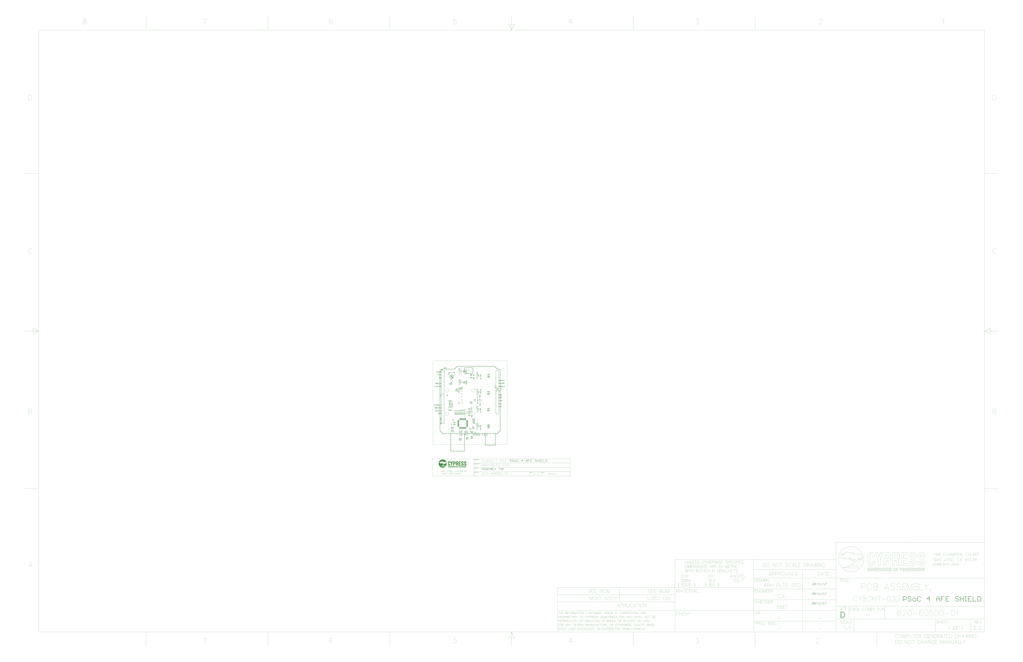
<source format=gbr>
G75*
%MOIN*%
%OFA0B0*%
%FSLAX25Y25*%
%IPPOS*%
%LPD*%
%AMOC8*
5,1,8,0,0,1.08239X$1,22.5*
%
%ADD10C,0.00000*%
%ADD11C,0.00600*%
%ADD12C,0.00800*%
%ADD13C,0.00098*%
%ADD14C,0.01400*%
%ADD15C,0.00200*%
%ADD16C,0.00300*%
%ADD17C,0.00700*%
%ADD18R,0.04527X0.01181*%
%ADD19R,0.04527X0.01181*%
%ADD20R,0.01181X0.04527*%
%ADD21R,0.01181X0.04527*%
%ADD22C,0.00400*%
%ADD23R,0.01969X0.03740*%
%ADD24C,0.00500*%
%ADD25R,0.03740X0.01969*%
%ADD26C,0.02400*%
%ADD27R,0.03543X0.01575*%
%ADD28R,0.02000X0.02000*%
%ADD29C,0.01100*%
%ADD30C,0.01000*%
%ADD31R,0.01575X0.03543*%
D10*
X1426731Y0728034D02*
X1426731Y1020634D01*
X1685831Y1020634D01*
X1685831Y0728034D01*
X1426731Y0728034D01*
X1471134Y0835425D02*
X1471136Y0835575D01*
X1471142Y0835725D01*
X1471152Y0835875D01*
X1471166Y0836025D01*
X1471184Y0836174D01*
X1471206Y0836323D01*
X1471231Y0836471D01*
X1471261Y0836618D01*
X1471295Y0836765D01*
X1471332Y0836910D01*
X1471373Y0837055D01*
X1471418Y0837198D01*
X1471467Y0837340D01*
X1471520Y0837481D01*
X1471576Y0837620D01*
X1471636Y0837758D01*
X1471700Y0837894D01*
X1471767Y0838029D01*
X1471838Y0838161D01*
X1471912Y0838292D01*
X1471990Y0838421D01*
X1472071Y0838547D01*
X1472156Y0838671D01*
X1472243Y0838794D01*
X1472334Y0838913D01*
X1472428Y0839030D01*
X1472525Y0839145D01*
X1472625Y0839257D01*
X1472729Y0839367D01*
X1472834Y0839473D01*
X1472943Y0839577D01*
X1473055Y0839678D01*
X1473169Y0839776D01*
X1473285Y0839871D01*
X1473404Y0839962D01*
X1473526Y0840051D01*
X1473650Y0840136D01*
X1473776Y0840218D01*
X1473904Y0840296D01*
X1474034Y0840372D01*
X1474166Y0840443D01*
X1474300Y0840511D01*
X1474436Y0840576D01*
X1474573Y0840637D01*
X1474712Y0840694D01*
X1474852Y0840748D01*
X1474994Y0840798D01*
X1475137Y0840844D01*
X1475281Y0840886D01*
X1475427Y0840924D01*
X1475573Y0840959D01*
X1475720Y0840990D01*
X1475868Y0841016D01*
X1476017Y0841039D01*
X1476166Y0841058D01*
X1476315Y0841073D01*
X1476465Y0841084D01*
X1476615Y0841091D01*
X1476765Y0841094D01*
X1476916Y0841093D01*
X1477066Y0841088D01*
X1477216Y0841079D01*
X1477366Y0841066D01*
X1477515Y0841049D01*
X1477664Y0841028D01*
X1477812Y0841003D01*
X1477960Y0840975D01*
X1478106Y0840942D01*
X1478252Y0840906D01*
X1478397Y0840865D01*
X1478541Y0840821D01*
X1478683Y0840773D01*
X1478824Y0840721D01*
X1478964Y0840666D01*
X1479102Y0840607D01*
X1479238Y0840544D01*
X1479373Y0840478D01*
X1479506Y0840408D01*
X1479637Y0840334D01*
X1479767Y0840258D01*
X1479894Y0840177D01*
X1480019Y0840094D01*
X1480141Y0840007D01*
X1480262Y0839917D01*
X1480379Y0839824D01*
X1480495Y0839727D01*
X1480607Y0839628D01*
X1480718Y0839525D01*
X1480825Y0839420D01*
X1480929Y0839312D01*
X1481031Y0839202D01*
X1481130Y0839088D01*
X1481225Y0838972D01*
X1481318Y0838854D01*
X1481407Y0838733D01*
X1481493Y0838610D01*
X1481576Y0838484D01*
X1481655Y0838357D01*
X1481731Y0838227D01*
X1481804Y0838095D01*
X1481873Y0837962D01*
X1481938Y0837826D01*
X1482000Y0837690D01*
X1482058Y0837551D01*
X1482113Y0837411D01*
X1482164Y0837269D01*
X1482211Y0837127D01*
X1482254Y0836983D01*
X1482293Y0836838D01*
X1482329Y0836692D01*
X1482360Y0836545D01*
X1482388Y0836397D01*
X1482412Y0836249D01*
X1482432Y0836100D01*
X1482448Y0835950D01*
X1482460Y0835800D01*
X1482468Y0835650D01*
X1482472Y0835500D01*
X1482472Y0835350D01*
X1482468Y0835200D01*
X1482460Y0835050D01*
X1482448Y0834900D01*
X1482432Y0834750D01*
X1482412Y0834601D01*
X1482388Y0834453D01*
X1482360Y0834305D01*
X1482329Y0834158D01*
X1482293Y0834012D01*
X1482254Y0833867D01*
X1482211Y0833723D01*
X1482164Y0833581D01*
X1482113Y0833439D01*
X1482058Y0833299D01*
X1482000Y0833160D01*
X1481938Y0833024D01*
X1481873Y0832888D01*
X1481804Y0832755D01*
X1481731Y0832623D01*
X1481655Y0832493D01*
X1481576Y0832366D01*
X1481493Y0832240D01*
X1481407Y0832117D01*
X1481318Y0831996D01*
X1481225Y0831878D01*
X1481130Y0831762D01*
X1481031Y0831648D01*
X1480929Y0831538D01*
X1480825Y0831430D01*
X1480718Y0831325D01*
X1480607Y0831222D01*
X1480495Y0831123D01*
X1480379Y0831026D01*
X1480262Y0830933D01*
X1480141Y0830843D01*
X1480019Y0830756D01*
X1479894Y0830673D01*
X1479767Y0830592D01*
X1479638Y0830516D01*
X1479506Y0830442D01*
X1479373Y0830372D01*
X1479238Y0830306D01*
X1479102Y0830243D01*
X1478964Y0830184D01*
X1478824Y0830129D01*
X1478683Y0830077D01*
X1478541Y0830029D01*
X1478397Y0829985D01*
X1478252Y0829944D01*
X1478106Y0829908D01*
X1477960Y0829875D01*
X1477812Y0829847D01*
X1477664Y0829822D01*
X1477515Y0829801D01*
X1477366Y0829784D01*
X1477216Y0829771D01*
X1477066Y0829762D01*
X1476916Y0829757D01*
X1476765Y0829756D01*
X1476615Y0829759D01*
X1476465Y0829766D01*
X1476315Y0829777D01*
X1476166Y0829792D01*
X1476017Y0829811D01*
X1475868Y0829834D01*
X1475720Y0829860D01*
X1475573Y0829891D01*
X1475427Y0829926D01*
X1475281Y0829964D01*
X1475137Y0830006D01*
X1474994Y0830052D01*
X1474852Y0830102D01*
X1474712Y0830156D01*
X1474573Y0830213D01*
X1474436Y0830274D01*
X1474300Y0830339D01*
X1474166Y0830407D01*
X1474034Y0830478D01*
X1473904Y0830554D01*
X1473776Y0830632D01*
X1473650Y0830714D01*
X1473526Y0830799D01*
X1473404Y0830888D01*
X1473285Y0830979D01*
X1473169Y0831074D01*
X1473055Y0831172D01*
X1472943Y0831273D01*
X1472834Y0831377D01*
X1472729Y0831483D01*
X1472625Y0831593D01*
X1472525Y0831705D01*
X1472428Y0831820D01*
X1472334Y0831937D01*
X1472243Y0832056D01*
X1472156Y0832179D01*
X1472071Y0832303D01*
X1471990Y0832429D01*
X1471912Y0832558D01*
X1471838Y0832689D01*
X1471767Y0832821D01*
X1471700Y0832956D01*
X1471636Y0833092D01*
X1471576Y0833230D01*
X1471520Y0833369D01*
X1471467Y0833510D01*
X1471418Y0833652D01*
X1471373Y0833795D01*
X1471332Y0833940D01*
X1471295Y0834085D01*
X1471261Y0834232D01*
X1471231Y0834379D01*
X1471206Y0834527D01*
X1471184Y0834676D01*
X1471166Y0834825D01*
X1471152Y0834975D01*
X1471142Y0835125D01*
X1471136Y0835275D01*
X1471134Y0835425D01*
X1562473Y0835425D02*
X1562475Y0835575D01*
X1562481Y0835725D01*
X1562491Y0835875D01*
X1562505Y0836025D01*
X1562523Y0836174D01*
X1562545Y0836323D01*
X1562570Y0836471D01*
X1562600Y0836618D01*
X1562634Y0836765D01*
X1562671Y0836910D01*
X1562712Y0837055D01*
X1562757Y0837198D01*
X1562806Y0837340D01*
X1562859Y0837481D01*
X1562915Y0837620D01*
X1562975Y0837758D01*
X1563039Y0837894D01*
X1563106Y0838029D01*
X1563177Y0838161D01*
X1563251Y0838292D01*
X1563329Y0838421D01*
X1563410Y0838547D01*
X1563495Y0838671D01*
X1563582Y0838794D01*
X1563673Y0838913D01*
X1563767Y0839030D01*
X1563864Y0839145D01*
X1563964Y0839257D01*
X1564068Y0839367D01*
X1564173Y0839473D01*
X1564282Y0839577D01*
X1564394Y0839678D01*
X1564508Y0839776D01*
X1564624Y0839871D01*
X1564743Y0839962D01*
X1564865Y0840051D01*
X1564989Y0840136D01*
X1565115Y0840218D01*
X1565243Y0840296D01*
X1565373Y0840372D01*
X1565505Y0840443D01*
X1565639Y0840511D01*
X1565775Y0840576D01*
X1565912Y0840637D01*
X1566051Y0840694D01*
X1566191Y0840748D01*
X1566333Y0840798D01*
X1566476Y0840844D01*
X1566620Y0840886D01*
X1566766Y0840924D01*
X1566912Y0840959D01*
X1567059Y0840990D01*
X1567207Y0841016D01*
X1567356Y0841039D01*
X1567505Y0841058D01*
X1567654Y0841073D01*
X1567804Y0841084D01*
X1567954Y0841091D01*
X1568104Y0841094D01*
X1568255Y0841093D01*
X1568405Y0841088D01*
X1568555Y0841079D01*
X1568705Y0841066D01*
X1568854Y0841049D01*
X1569003Y0841028D01*
X1569151Y0841003D01*
X1569299Y0840975D01*
X1569445Y0840942D01*
X1569591Y0840906D01*
X1569736Y0840865D01*
X1569880Y0840821D01*
X1570022Y0840773D01*
X1570163Y0840721D01*
X1570303Y0840666D01*
X1570441Y0840607D01*
X1570577Y0840544D01*
X1570712Y0840478D01*
X1570845Y0840408D01*
X1570976Y0840334D01*
X1571106Y0840258D01*
X1571233Y0840177D01*
X1571358Y0840094D01*
X1571480Y0840007D01*
X1571601Y0839917D01*
X1571718Y0839824D01*
X1571834Y0839727D01*
X1571946Y0839628D01*
X1572057Y0839525D01*
X1572164Y0839420D01*
X1572268Y0839312D01*
X1572370Y0839202D01*
X1572469Y0839088D01*
X1572564Y0838972D01*
X1572657Y0838854D01*
X1572746Y0838733D01*
X1572832Y0838610D01*
X1572915Y0838484D01*
X1572994Y0838357D01*
X1573070Y0838227D01*
X1573143Y0838095D01*
X1573212Y0837962D01*
X1573277Y0837826D01*
X1573339Y0837690D01*
X1573397Y0837551D01*
X1573452Y0837411D01*
X1573503Y0837269D01*
X1573550Y0837127D01*
X1573593Y0836983D01*
X1573632Y0836838D01*
X1573668Y0836692D01*
X1573699Y0836545D01*
X1573727Y0836397D01*
X1573751Y0836249D01*
X1573771Y0836100D01*
X1573787Y0835950D01*
X1573799Y0835800D01*
X1573807Y0835650D01*
X1573811Y0835500D01*
X1573811Y0835350D01*
X1573807Y0835200D01*
X1573799Y0835050D01*
X1573787Y0834900D01*
X1573771Y0834750D01*
X1573751Y0834601D01*
X1573727Y0834453D01*
X1573699Y0834305D01*
X1573668Y0834158D01*
X1573632Y0834012D01*
X1573593Y0833867D01*
X1573550Y0833723D01*
X1573503Y0833581D01*
X1573452Y0833439D01*
X1573397Y0833299D01*
X1573339Y0833160D01*
X1573277Y0833024D01*
X1573212Y0832888D01*
X1573143Y0832755D01*
X1573070Y0832623D01*
X1572994Y0832493D01*
X1572915Y0832366D01*
X1572832Y0832240D01*
X1572746Y0832117D01*
X1572657Y0831996D01*
X1572564Y0831878D01*
X1572469Y0831762D01*
X1572370Y0831648D01*
X1572268Y0831538D01*
X1572164Y0831430D01*
X1572057Y0831325D01*
X1571946Y0831222D01*
X1571834Y0831123D01*
X1571718Y0831026D01*
X1571601Y0830933D01*
X1571480Y0830843D01*
X1571358Y0830756D01*
X1571233Y0830673D01*
X1571106Y0830592D01*
X1570977Y0830516D01*
X1570845Y0830442D01*
X1570712Y0830372D01*
X1570577Y0830306D01*
X1570441Y0830243D01*
X1570303Y0830184D01*
X1570163Y0830129D01*
X1570022Y0830077D01*
X1569880Y0830029D01*
X1569736Y0829985D01*
X1569591Y0829944D01*
X1569445Y0829908D01*
X1569299Y0829875D01*
X1569151Y0829847D01*
X1569003Y0829822D01*
X1568854Y0829801D01*
X1568705Y0829784D01*
X1568555Y0829771D01*
X1568405Y0829762D01*
X1568255Y0829757D01*
X1568104Y0829756D01*
X1567954Y0829759D01*
X1567804Y0829766D01*
X1567654Y0829777D01*
X1567505Y0829792D01*
X1567356Y0829811D01*
X1567207Y0829834D01*
X1567059Y0829860D01*
X1566912Y0829891D01*
X1566766Y0829926D01*
X1566620Y0829964D01*
X1566476Y0830006D01*
X1566333Y0830052D01*
X1566191Y0830102D01*
X1566051Y0830156D01*
X1565912Y0830213D01*
X1565775Y0830274D01*
X1565639Y0830339D01*
X1565505Y0830407D01*
X1565373Y0830478D01*
X1565243Y0830554D01*
X1565115Y0830632D01*
X1564989Y0830714D01*
X1564865Y0830799D01*
X1564743Y0830888D01*
X1564624Y0830979D01*
X1564508Y0831074D01*
X1564394Y0831172D01*
X1564282Y0831273D01*
X1564173Y0831377D01*
X1564068Y0831483D01*
X1563964Y0831593D01*
X1563864Y0831705D01*
X1563767Y0831820D01*
X1563673Y0831937D01*
X1563582Y0832056D01*
X1563495Y0832179D01*
X1563410Y0832303D01*
X1563329Y0832429D01*
X1563251Y0832558D01*
X1563177Y0832689D01*
X1563106Y0832821D01*
X1563039Y0832956D01*
X1562975Y0833092D01*
X1562915Y0833230D01*
X1562859Y0833369D01*
X1562806Y0833510D01*
X1562757Y0833652D01*
X1562712Y0833795D01*
X1562671Y0833940D01*
X1562634Y0834085D01*
X1562600Y0834232D01*
X1562570Y0834379D01*
X1562545Y0834527D01*
X1562523Y0834676D01*
X1562505Y0834825D01*
X1562491Y0834975D01*
X1562481Y0835125D01*
X1562475Y0835275D01*
X1562473Y0835425D01*
X1562473Y0916921D02*
X1562475Y0917071D01*
X1562481Y0917221D01*
X1562491Y0917371D01*
X1562505Y0917521D01*
X1562523Y0917670D01*
X1562545Y0917819D01*
X1562570Y0917967D01*
X1562600Y0918114D01*
X1562634Y0918261D01*
X1562671Y0918406D01*
X1562712Y0918551D01*
X1562757Y0918694D01*
X1562806Y0918836D01*
X1562859Y0918977D01*
X1562915Y0919116D01*
X1562975Y0919254D01*
X1563039Y0919390D01*
X1563106Y0919525D01*
X1563177Y0919657D01*
X1563251Y0919788D01*
X1563329Y0919917D01*
X1563410Y0920043D01*
X1563495Y0920167D01*
X1563582Y0920290D01*
X1563673Y0920409D01*
X1563767Y0920526D01*
X1563864Y0920641D01*
X1563964Y0920753D01*
X1564068Y0920863D01*
X1564173Y0920969D01*
X1564282Y0921073D01*
X1564394Y0921174D01*
X1564508Y0921272D01*
X1564624Y0921367D01*
X1564743Y0921458D01*
X1564865Y0921547D01*
X1564989Y0921632D01*
X1565115Y0921714D01*
X1565243Y0921792D01*
X1565373Y0921868D01*
X1565505Y0921939D01*
X1565639Y0922007D01*
X1565775Y0922072D01*
X1565912Y0922133D01*
X1566051Y0922190D01*
X1566191Y0922244D01*
X1566333Y0922294D01*
X1566476Y0922340D01*
X1566620Y0922382D01*
X1566766Y0922420D01*
X1566912Y0922455D01*
X1567059Y0922486D01*
X1567207Y0922512D01*
X1567356Y0922535D01*
X1567505Y0922554D01*
X1567654Y0922569D01*
X1567804Y0922580D01*
X1567954Y0922587D01*
X1568104Y0922590D01*
X1568255Y0922589D01*
X1568405Y0922584D01*
X1568555Y0922575D01*
X1568705Y0922562D01*
X1568854Y0922545D01*
X1569003Y0922524D01*
X1569151Y0922499D01*
X1569299Y0922471D01*
X1569445Y0922438D01*
X1569591Y0922402D01*
X1569736Y0922361D01*
X1569880Y0922317D01*
X1570022Y0922269D01*
X1570163Y0922217D01*
X1570303Y0922162D01*
X1570441Y0922103D01*
X1570577Y0922040D01*
X1570712Y0921974D01*
X1570845Y0921904D01*
X1570976Y0921830D01*
X1571106Y0921754D01*
X1571233Y0921673D01*
X1571358Y0921590D01*
X1571480Y0921503D01*
X1571601Y0921413D01*
X1571718Y0921320D01*
X1571834Y0921223D01*
X1571946Y0921124D01*
X1572057Y0921021D01*
X1572164Y0920916D01*
X1572268Y0920808D01*
X1572370Y0920698D01*
X1572469Y0920584D01*
X1572564Y0920468D01*
X1572657Y0920350D01*
X1572746Y0920229D01*
X1572832Y0920106D01*
X1572915Y0919980D01*
X1572994Y0919853D01*
X1573070Y0919723D01*
X1573143Y0919591D01*
X1573212Y0919458D01*
X1573277Y0919322D01*
X1573339Y0919186D01*
X1573397Y0919047D01*
X1573452Y0918907D01*
X1573503Y0918765D01*
X1573550Y0918623D01*
X1573593Y0918479D01*
X1573632Y0918334D01*
X1573668Y0918188D01*
X1573699Y0918041D01*
X1573727Y0917893D01*
X1573751Y0917745D01*
X1573771Y0917596D01*
X1573787Y0917446D01*
X1573799Y0917296D01*
X1573807Y0917146D01*
X1573811Y0916996D01*
X1573811Y0916846D01*
X1573807Y0916696D01*
X1573799Y0916546D01*
X1573787Y0916396D01*
X1573771Y0916246D01*
X1573751Y0916097D01*
X1573727Y0915949D01*
X1573699Y0915801D01*
X1573668Y0915654D01*
X1573632Y0915508D01*
X1573593Y0915363D01*
X1573550Y0915219D01*
X1573503Y0915077D01*
X1573452Y0914935D01*
X1573397Y0914795D01*
X1573339Y0914656D01*
X1573277Y0914520D01*
X1573212Y0914384D01*
X1573143Y0914251D01*
X1573070Y0914119D01*
X1572994Y0913989D01*
X1572915Y0913862D01*
X1572832Y0913736D01*
X1572746Y0913613D01*
X1572657Y0913492D01*
X1572564Y0913374D01*
X1572469Y0913258D01*
X1572370Y0913144D01*
X1572268Y0913034D01*
X1572164Y0912926D01*
X1572057Y0912821D01*
X1571946Y0912718D01*
X1571834Y0912619D01*
X1571718Y0912522D01*
X1571601Y0912429D01*
X1571480Y0912339D01*
X1571358Y0912252D01*
X1571233Y0912169D01*
X1571106Y0912088D01*
X1570977Y0912012D01*
X1570845Y0911938D01*
X1570712Y0911868D01*
X1570577Y0911802D01*
X1570441Y0911739D01*
X1570303Y0911680D01*
X1570163Y0911625D01*
X1570022Y0911573D01*
X1569880Y0911525D01*
X1569736Y0911481D01*
X1569591Y0911440D01*
X1569445Y0911404D01*
X1569299Y0911371D01*
X1569151Y0911343D01*
X1569003Y0911318D01*
X1568854Y0911297D01*
X1568705Y0911280D01*
X1568555Y0911267D01*
X1568405Y0911258D01*
X1568255Y0911253D01*
X1568104Y0911252D01*
X1567954Y0911255D01*
X1567804Y0911262D01*
X1567654Y0911273D01*
X1567505Y0911288D01*
X1567356Y0911307D01*
X1567207Y0911330D01*
X1567059Y0911356D01*
X1566912Y0911387D01*
X1566766Y0911422D01*
X1566620Y0911460D01*
X1566476Y0911502D01*
X1566333Y0911548D01*
X1566191Y0911598D01*
X1566051Y0911652D01*
X1565912Y0911709D01*
X1565775Y0911770D01*
X1565639Y0911835D01*
X1565505Y0911903D01*
X1565373Y0911974D01*
X1565243Y0912050D01*
X1565115Y0912128D01*
X1564989Y0912210D01*
X1564865Y0912295D01*
X1564743Y0912384D01*
X1564624Y0912475D01*
X1564508Y0912570D01*
X1564394Y0912668D01*
X1564282Y0912769D01*
X1564173Y0912873D01*
X1564068Y0912979D01*
X1563964Y0913089D01*
X1563864Y0913201D01*
X1563767Y0913316D01*
X1563673Y0913433D01*
X1563582Y0913552D01*
X1563495Y0913675D01*
X1563410Y0913799D01*
X1563329Y0913925D01*
X1563251Y0914054D01*
X1563177Y0914185D01*
X1563106Y0914317D01*
X1563039Y0914452D01*
X1562975Y0914588D01*
X1562915Y0914726D01*
X1562859Y0914865D01*
X1562806Y0915006D01*
X1562757Y0915148D01*
X1562712Y0915291D01*
X1562671Y0915436D01*
X1562634Y0915581D01*
X1562600Y0915728D01*
X1562570Y0915875D01*
X1562545Y0916023D01*
X1562523Y0916172D01*
X1562505Y0916321D01*
X1562491Y0916471D01*
X1562481Y0916621D01*
X1562475Y0916771D01*
X1562473Y0916921D01*
X1471134Y0916921D02*
X1471136Y0917071D01*
X1471142Y0917221D01*
X1471152Y0917371D01*
X1471166Y0917521D01*
X1471184Y0917670D01*
X1471206Y0917819D01*
X1471231Y0917967D01*
X1471261Y0918114D01*
X1471295Y0918261D01*
X1471332Y0918406D01*
X1471373Y0918551D01*
X1471418Y0918694D01*
X1471467Y0918836D01*
X1471520Y0918977D01*
X1471576Y0919116D01*
X1471636Y0919254D01*
X1471700Y0919390D01*
X1471767Y0919525D01*
X1471838Y0919657D01*
X1471912Y0919788D01*
X1471990Y0919917D01*
X1472071Y0920043D01*
X1472156Y0920167D01*
X1472243Y0920290D01*
X1472334Y0920409D01*
X1472428Y0920526D01*
X1472525Y0920641D01*
X1472625Y0920753D01*
X1472729Y0920863D01*
X1472834Y0920969D01*
X1472943Y0921073D01*
X1473055Y0921174D01*
X1473169Y0921272D01*
X1473285Y0921367D01*
X1473404Y0921458D01*
X1473526Y0921547D01*
X1473650Y0921632D01*
X1473776Y0921714D01*
X1473904Y0921792D01*
X1474034Y0921868D01*
X1474166Y0921939D01*
X1474300Y0922007D01*
X1474436Y0922072D01*
X1474573Y0922133D01*
X1474712Y0922190D01*
X1474852Y0922244D01*
X1474994Y0922294D01*
X1475137Y0922340D01*
X1475281Y0922382D01*
X1475427Y0922420D01*
X1475573Y0922455D01*
X1475720Y0922486D01*
X1475868Y0922512D01*
X1476017Y0922535D01*
X1476166Y0922554D01*
X1476315Y0922569D01*
X1476465Y0922580D01*
X1476615Y0922587D01*
X1476765Y0922590D01*
X1476916Y0922589D01*
X1477066Y0922584D01*
X1477216Y0922575D01*
X1477366Y0922562D01*
X1477515Y0922545D01*
X1477664Y0922524D01*
X1477812Y0922499D01*
X1477960Y0922471D01*
X1478106Y0922438D01*
X1478252Y0922402D01*
X1478397Y0922361D01*
X1478541Y0922317D01*
X1478683Y0922269D01*
X1478824Y0922217D01*
X1478964Y0922162D01*
X1479102Y0922103D01*
X1479238Y0922040D01*
X1479373Y0921974D01*
X1479506Y0921904D01*
X1479637Y0921830D01*
X1479767Y0921754D01*
X1479894Y0921673D01*
X1480019Y0921590D01*
X1480141Y0921503D01*
X1480262Y0921413D01*
X1480379Y0921320D01*
X1480495Y0921223D01*
X1480607Y0921124D01*
X1480718Y0921021D01*
X1480825Y0920916D01*
X1480929Y0920808D01*
X1481031Y0920698D01*
X1481130Y0920584D01*
X1481225Y0920468D01*
X1481318Y0920350D01*
X1481407Y0920229D01*
X1481493Y0920106D01*
X1481576Y0919980D01*
X1481655Y0919853D01*
X1481731Y0919723D01*
X1481804Y0919591D01*
X1481873Y0919458D01*
X1481938Y0919322D01*
X1482000Y0919186D01*
X1482058Y0919047D01*
X1482113Y0918907D01*
X1482164Y0918765D01*
X1482211Y0918623D01*
X1482254Y0918479D01*
X1482293Y0918334D01*
X1482329Y0918188D01*
X1482360Y0918041D01*
X1482388Y0917893D01*
X1482412Y0917745D01*
X1482432Y0917596D01*
X1482448Y0917446D01*
X1482460Y0917296D01*
X1482468Y0917146D01*
X1482472Y0916996D01*
X1482472Y0916846D01*
X1482468Y0916696D01*
X1482460Y0916546D01*
X1482448Y0916396D01*
X1482432Y0916246D01*
X1482412Y0916097D01*
X1482388Y0915949D01*
X1482360Y0915801D01*
X1482329Y0915654D01*
X1482293Y0915508D01*
X1482254Y0915363D01*
X1482211Y0915219D01*
X1482164Y0915077D01*
X1482113Y0914935D01*
X1482058Y0914795D01*
X1482000Y0914656D01*
X1481938Y0914520D01*
X1481873Y0914384D01*
X1481804Y0914251D01*
X1481731Y0914119D01*
X1481655Y0913989D01*
X1481576Y0913862D01*
X1481493Y0913736D01*
X1481407Y0913613D01*
X1481318Y0913492D01*
X1481225Y0913374D01*
X1481130Y0913258D01*
X1481031Y0913144D01*
X1480929Y0913034D01*
X1480825Y0912926D01*
X1480718Y0912821D01*
X1480607Y0912718D01*
X1480495Y0912619D01*
X1480379Y0912522D01*
X1480262Y0912429D01*
X1480141Y0912339D01*
X1480019Y0912252D01*
X1479894Y0912169D01*
X1479767Y0912088D01*
X1479638Y0912012D01*
X1479506Y0911938D01*
X1479373Y0911868D01*
X1479238Y0911802D01*
X1479102Y0911739D01*
X1478964Y0911680D01*
X1478824Y0911625D01*
X1478683Y0911573D01*
X1478541Y0911525D01*
X1478397Y0911481D01*
X1478252Y0911440D01*
X1478106Y0911404D01*
X1477960Y0911371D01*
X1477812Y0911343D01*
X1477664Y0911318D01*
X1477515Y0911297D01*
X1477366Y0911280D01*
X1477216Y0911267D01*
X1477066Y0911258D01*
X1476916Y0911253D01*
X1476765Y0911252D01*
X1476615Y0911255D01*
X1476465Y0911262D01*
X1476315Y0911273D01*
X1476166Y0911288D01*
X1476017Y0911307D01*
X1475868Y0911330D01*
X1475720Y0911356D01*
X1475573Y0911387D01*
X1475427Y0911422D01*
X1475281Y0911460D01*
X1475137Y0911502D01*
X1474994Y0911548D01*
X1474852Y0911598D01*
X1474712Y0911652D01*
X1474573Y0911709D01*
X1474436Y0911770D01*
X1474300Y0911835D01*
X1474166Y0911903D01*
X1474034Y0911974D01*
X1473904Y0912050D01*
X1473776Y0912128D01*
X1473650Y0912210D01*
X1473526Y0912295D01*
X1473404Y0912384D01*
X1473285Y0912475D01*
X1473169Y0912570D01*
X1473055Y0912668D01*
X1472943Y0912769D01*
X1472834Y0912873D01*
X1472729Y0912979D01*
X1472625Y0913089D01*
X1472525Y0913201D01*
X1472428Y0913316D01*
X1472334Y0913433D01*
X1472243Y0913552D01*
X1472156Y0913675D01*
X1472071Y0913799D01*
X1471990Y0913925D01*
X1471912Y0914054D01*
X1471838Y0914185D01*
X1471767Y0914317D01*
X1471700Y0914452D01*
X1471636Y0914588D01*
X1471576Y0914726D01*
X1471520Y0914865D01*
X1471467Y0915006D01*
X1471418Y0915148D01*
X1471373Y0915291D01*
X1471332Y0915436D01*
X1471295Y0915581D01*
X1471261Y0915728D01*
X1471231Y0915875D01*
X1471206Y0916023D01*
X1471184Y0916172D01*
X1471166Y0916321D01*
X1471152Y0916471D01*
X1471142Y0916621D01*
X1471136Y0916771D01*
X1471134Y0916921D01*
D11*
X1474415Y0901467D02*
X1475550Y0901467D01*
X1474982Y0901467D02*
X1474982Y0898631D01*
X1474415Y0898064D01*
X1473848Y0898064D01*
X1473281Y0898631D01*
X1476964Y0898631D02*
X1477531Y0898064D01*
X1478666Y0898064D01*
X1479233Y0898631D01*
X1479233Y0899198D01*
X1478666Y0899765D01*
X1476964Y0899765D01*
X1476964Y0898631D01*
X1476964Y0899765D02*
X1478098Y0900899D01*
X1479233Y0901467D01*
X1482164Y0881871D02*
X1481597Y0881304D01*
X1481597Y0879035D01*
X1482164Y0878468D01*
X1483299Y0878468D01*
X1483866Y0879035D01*
X1483866Y0880170D01*
X1482732Y0880170D01*
X1483866Y0881304D02*
X1483299Y0881871D01*
X1482164Y0881871D01*
X1485280Y0881871D02*
X1487549Y0878468D01*
X1487549Y0881871D01*
X1488964Y0881871D02*
X1490665Y0881871D01*
X1491232Y0881304D01*
X1491232Y0879035D01*
X1490665Y0878468D01*
X1488964Y0878468D01*
X1488964Y0881871D01*
X1485280Y0881871D02*
X1485280Y0878468D01*
X1492143Y0870508D02*
X1493277Y0870508D01*
X1493845Y0869940D01*
X1493845Y0868239D01*
X1494979Y0868239D02*
X1491576Y0868239D01*
X1491576Y0869940D01*
X1492143Y0870508D01*
X1493845Y0869373D02*
X1494979Y0870508D01*
X1494979Y0866824D02*
X1491576Y0866824D01*
X1491576Y0864556D02*
X1494979Y0864556D01*
X1493845Y0865690D01*
X1494979Y0866824D01*
X1493277Y0863141D02*
X1493845Y0862574D01*
X1493845Y0860873D01*
X1494979Y0860873D02*
X1491576Y0860873D01*
X1491576Y0862574D01*
X1492143Y0863141D01*
X1493277Y0863141D01*
X1493845Y0859458D02*
X1491576Y0859458D01*
X1491576Y0857190D02*
X1493845Y0857190D01*
X1494979Y0858324D01*
X1493845Y0859458D01*
X1490507Y0849824D02*
X1488806Y0849824D01*
X1488806Y0846421D01*
X1490507Y0846421D01*
X1491075Y0846988D01*
X1491075Y0849257D01*
X1490507Y0849824D01*
X1487391Y0849824D02*
X1487391Y0846421D01*
X1485123Y0849824D01*
X1485123Y0846421D01*
X1483708Y0846988D02*
X1483708Y0848123D01*
X1482574Y0848123D01*
X1481440Y0849257D02*
X1481440Y0846988D01*
X1482007Y0846421D01*
X1483141Y0846421D01*
X1483708Y0846988D01*
X1483708Y0849257D02*
X1483141Y0849824D01*
X1482007Y0849824D01*
X1481440Y0849257D01*
X1455800Y0847171D02*
X1455800Y0846603D01*
X1455233Y0846036D01*
X1455800Y0845469D01*
X1455800Y0844902D01*
X1455233Y0844335D01*
X1454098Y0844335D01*
X1453531Y0844902D01*
X1452117Y0844335D02*
X1449848Y0844335D01*
X1450982Y0844335D02*
X1450982Y0847738D01*
X1449848Y0846603D01*
X1448434Y0847171D02*
X1447866Y0847738D01*
X1446165Y0847738D01*
X1446165Y0844335D01*
X1447866Y0844335D01*
X1448434Y0844902D01*
X1448434Y0847171D01*
X1444891Y0846603D02*
X1444891Y0846036D01*
X1444323Y0846036D01*
X1444323Y0846603D01*
X1444891Y0846603D01*
X1444891Y0844902D02*
X1444891Y0844335D01*
X1444323Y0844335D01*
X1444323Y0844902D01*
X1444891Y0844902D01*
X1441775Y0844335D02*
X1441775Y0847738D01*
X1442909Y0847738D02*
X1440640Y0847738D01*
X1439226Y0847738D02*
X1439226Y0844335D01*
X1436957Y0847738D01*
X1436957Y0844335D01*
X1435636Y0844335D02*
X1434502Y0844335D01*
X1435069Y0844335D02*
X1435069Y0847738D01*
X1434502Y0847738D02*
X1435636Y0847738D01*
X1435276Y0854255D02*
X1435276Y0857658D01*
X1434142Y0856523D01*
X1433008Y0857658D01*
X1433008Y0854255D01*
X1436691Y0854255D02*
X1438392Y0854255D01*
X1438960Y0854822D01*
X1438960Y0855389D01*
X1438392Y0855956D01*
X1436691Y0855956D01*
X1436691Y0854255D02*
X1436691Y0857658D01*
X1438392Y0857658D01*
X1438960Y0857091D01*
X1438960Y0856523D01*
X1438392Y0855956D01*
X1440374Y0857091D02*
X1440941Y0857658D01*
X1442076Y0857658D01*
X1442643Y0857091D01*
X1442643Y0856523D01*
X1440374Y0854255D01*
X1442643Y0854255D01*
X1444057Y0854255D02*
X1444057Y0854822D01*
X1444624Y0854822D01*
X1444624Y0854255D01*
X1444057Y0854255D01*
X1444057Y0855956D02*
X1444057Y0856523D01*
X1444624Y0856523D01*
X1444624Y0855956D01*
X1444057Y0855956D01*
X1445899Y0854255D02*
X1447600Y0854255D01*
X1448167Y0854822D01*
X1448167Y0857091D01*
X1447600Y0857658D01*
X1445899Y0857658D01*
X1445899Y0854255D01*
X1449582Y0854255D02*
X1451851Y0854255D01*
X1450716Y0854255D02*
X1450716Y0857658D01*
X1449582Y0856523D01*
X1453265Y0857091D02*
X1453832Y0857658D01*
X1454967Y0857658D01*
X1455534Y0857091D01*
X1455534Y0856523D01*
X1453265Y0854255D01*
X1455534Y0854255D01*
X1455233Y0847738D02*
X1455800Y0847171D01*
X1455233Y0847738D02*
X1454098Y0847738D01*
X1453531Y0847171D01*
X1454666Y0846036D02*
X1455233Y0846036D01*
X1454651Y0838268D02*
X1452950Y0838268D01*
X1452950Y0834865D01*
X1454651Y0834865D01*
X1455218Y0835432D01*
X1455218Y0837701D01*
X1454651Y0838268D01*
X1451535Y0838268D02*
X1451535Y0834865D01*
X1449267Y0838268D01*
X1449267Y0834865D01*
X1447852Y0835432D02*
X1447852Y0836566D01*
X1446718Y0836566D01*
X1447852Y0835432D02*
X1447285Y0834865D01*
X1446151Y0834865D01*
X1445583Y0835432D01*
X1445583Y0837701D01*
X1446151Y0838268D01*
X1447285Y0838268D01*
X1447852Y0837701D01*
X1454235Y0821927D02*
X1456504Y0821927D01*
X1454803Y0821927D02*
X1454803Y0819659D01*
X1454235Y0819659D02*
X1453101Y0820793D01*
X1454235Y0821927D01*
X1454235Y0819659D02*
X1456504Y0819659D01*
X1455937Y0818244D02*
X1453668Y0818244D01*
X1453101Y0817677D01*
X1453101Y0815976D01*
X1456504Y0815976D01*
X1456504Y0817677D01*
X1455937Y0818244D01*
X1455937Y0814561D02*
X1456504Y0813994D01*
X1456504Y0812860D01*
X1455937Y0812293D01*
X1454803Y0812860D02*
X1454803Y0813994D01*
X1455370Y0814561D01*
X1455937Y0814561D01*
X1454803Y0812860D02*
X1454235Y0812293D01*
X1453668Y0812293D01*
X1453101Y0812860D01*
X1453101Y0813994D01*
X1453668Y0814561D01*
X1456504Y0808748D02*
X1456504Y0806479D01*
X1453101Y0806479D01*
X1453668Y0805064D02*
X1453101Y0804497D01*
X1453101Y0803363D01*
X1453668Y0802796D01*
X1455937Y0802796D01*
X1456504Y0803363D01*
X1456504Y0804497D01*
X1455937Y0805064D01*
X1455937Y0801381D02*
X1456504Y0800814D01*
X1456504Y0799680D01*
X1455937Y0799113D01*
X1454803Y0799680D02*
X1454803Y0800814D01*
X1455370Y0801381D01*
X1455937Y0801381D01*
X1454803Y0799680D02*
X1454235Y0799113D01*
X1453668Y0799113D01*
X1453101Y0799680D01*
X1453101Y0800814D01*
X1453668Y0801381D01*
X1454367Y0864125D02*
X1456635Y0864125D01*
X1455501Y0864125D02*
X1455501Y0867528D01*
X1454367Y0866393D01*
X1452952Y0864125D02*
X1450684Y0864125D01*
X1451818Y0864125D02*
X1451818Y0867528D01*
X1450684Y0866393D01*
X1449269Y0866961D02*
X1448702Y0867528D01*
X1447000Y0867528D01*
X1447000Y0864125D01*
X1448702Y0864125D01*
X1449269Y0864692D01*
X1449269Y0866961D01*
X1445726Y0866393D02*
X1445726Y0865826D01*
X1445159Y0865826D01*
X1445159Y0866393D01*
X1445726Y0866393D01*
X1445726Y0864692D02*
X1445726Y0864125D01*
X1445159Y0864125D01*
X1445159Y0864692D01*
X1445726Y0864692D01*
X1443744Y0864125D02*
X1441476Y0864125D01*
X1443744Y0866393D01*
X1443744Y0866961D01*
X1443177Y0867528D01*
X1442043Y0867528D01*
X1441476Y0866961D01*
X1440061Y0866961D02*
X1439494Y0867528D01*
X1437793Y0867528D01*
X1437793Y0864125D01*
X1439494Y0864125D01*
X1440061Y0864692D01*
X1440061Y0866961D01*
X1436378Y0867528D02*
X1434109Y0867528D01*
X1434109Y0864125D01*
X1436378Y0864125D01*
X1435244Y0865826D02*
X1434109Y0865826D01*
X1432695Y0864125D02*
X1430426Y0864125D01*
X1430426Y0867528D01*
X1452031Y0894954D02*
X1454299Y0894954D01*
X1453165Y0894954D02*
X1453165Y0898357D01*
X1452031Y0897222D01*
X1450895Y0900514D02*
X1451462Y0901081D01*
X1451462Y0903917D01*
X1450895Y0903917D02*
X1452029Y0903917D01*
X1453444Y0903349D02*
X1454011Y0903917D01*
X1455145Y0903917D01*
X1455713Y0903349D01*
X1455713Y0902782D01*
X1455145Y0902215D01*
X1455713Y0901648D01*
X1455713Y0901081D01*
X1455145Y0900514D01*
X1454011Y0900514D01*
X1453444Y0901081D01*
X1454578Y0902215D02*
X1455145Y0902215D01*
X1450895Y0900514D02*
X1450328Y0900514D01*
X1449761Y0901081D01*
X1450433Y0929095D02*
X1451001Y0929662D01*
X1451001Y0931931D01*
X1450433Y0932498D01*
X1448732Y0932498D01*
X1448732Y0929095D01*
X1450433Y0929095D01*
X1452415Y0929662D02*
X1452982Y0929095D01*
X1454117Y0929095D01*
X1454684Y0929662D01*
X1454684Y0930796D01*
X1454117Y0931363D01*
X1453549Y0931363D01*
X1452415Y0930796D01*
X1452415Y0932498D01*
X1454684Y0932498D01*
X1454505Y0938945D02*
X1454505Y0942348D01*
X1452804Y0940646D01*
X1455072Y0940646D01*
X1451389Y0939512D02*
X1451389Y0941781D01*
X1450822Y0942348D01*
X1449120Y0942348D01*
X1449120Y0938945D01*
X1450822Y0938945D01*
X1451389Y0939512D01*
X1447846Y0939512D02*
X1447846Y0938945D01*
X1447279Y0938945D01*
X1447279Y0939512D01*
X1447846Y0939512D01*
X1447846Y0940646D02*
X1447279Y0940646D01*
X1447279Y0941213D01*
X1447846Y0941213D01*
X1447846Y0940646D01*
X1445864Y0938945D02*
X1443596Y0938945D01*
X1444730Y0938945D02*
X1444730Y0942348D01*
X1443596Y0941213D01*
X1442181Y0941213D02*
X1441614Y0940646D01*
X1439913Y0940646D01*
X1441614Y0940646D02*
X1442181Y0940079D01*
X1442181Y0939512D01*
X1441614Y0938945D01*
X1439913Y0938945D01*
X1439913Y0942348D01*
X1441614Y0942348D01*
X1442181Y0941781D01*
X1442181Y0941213D01*
X1438498Y0942348D02*
X1438498Y0938945D01*
X1436229Y0938945D02*
X1436229Y0942348D01*
X1437364Y0941213D01*
X1438498Y0942348D01*
X1438110Y0932498D02*
X1435841Y0932498D01*
X1435841Y0929095D01*
X1438110Y0929095D01*
X1439524Y0929095D02*
X1441226Y0929095D01*
X1441793Y0929662D01*
X1441793Y0931931D01*
X1441226Y0932498D01*
X1439524Y0932498D01*
X1439524Y0929095D01*
X1436975Y0930796D02*
X1435841Y0930796D01*
X1434426Y0929095D02*
X1432158Y0929095D01*
X1432158Y0932498D01*
X1443207Y0931363D02*
X1444342Y0932498D01*
X1444342Y0929095D01*
X1445476Y0929095D02*
X1443207Y0929095D01*
X1446890Y0929095D02*
X1446890Y0929662D01*
X1447458Y0929662D01*
X1447458Y0929095D01*
X1446890Y0929095D01*
X1446890Y0930796D02*
X1446890Y0931363D01*
X1447458Y0931363D01*
X1447458Y0930796D01*
X1446890Y0930796D01*
X1448615Y0959035D02*
X1450316Y0959035D01*
X1450884Y0959602D01*
X1450884Y0961871D01*
X1450316Y0962438D01*
X1448615Y0962438D01*
X1448615Y0959035D01*
X1452298Y0959035D02*
X1454567Y0961303D01*
X1454567Y0961871D01*
X1454000Y0962438D01*
X1452865Y0962438D01*
X1452298Y0961871D01*
X1452298Y0959035D02*
X1454567Y0959035D01*
X1454531Y0970059D02*
X1454531Y0973461D01*
X1453397Y0972327D01*
X1451982Y0972894D02*
X1451415Y0973461D01*
X1449714Y0973461D01*
X1449714Y0970059D01*
X1451415Y0970059D01*
X1451982Y0970626D01*
X1451982Y0972894D01*
X1453397Y0970059D02*
X1455666Y0970059D01*
X1448439Y0970059D02*
X1447872Y0970059D01*
X1447872Y0970626D01*
X1448439Y0970626D01*
X1448439Y0970059D01*
X1448439Y0971760D02*
X1447872Y0971760D01*
X1447872Y0972327D01*
X1448439Y0972327D01*
X1448439Y0971760D01*
X1446458Y0970059D02*
X1444189Y0973461D01*
X1442775Y0973461D02*
X1440506Y0973461D01*
X1441640Y0973461D02*
X1441640Y0970059D01*
X1444189Y0970059D02*
X1446458Y0973461D01*
X1446034Y0979437D02*
X1443765Y0982840D01*
X1442351Y0982272D02*
X1442351Y0981138D01*
X1441784Y0980571D01*
X1440082Y0980571D01*
X1440082Y0979437D02*
X1440082Y0982840D01*
X1441784Y0982840D01*
X1442351Y0982272D01*
X1441217Y0980571D02*
X1442351Y0979437D01*
X1443765Y0979437D02*
X1446034Y0982840D01*
X1447449Y0981705D02*
X1447449Y0981138D01*
X1448016Y0981138D01*
X1448016Y0981705D01*
X1447449Y0981705D01*
X1447449Y0980004D02*
X1447449Y0979437D01*
X1448016Y0979437D01*
X1448016Y0980004D01*
X1447449Y0980004D01*
X1449290Y0979437D02*
X1450992Y0979437D01*
X1451559Y0980004D01*
X1451559Y0982272D01*
X1450992Y0982840D01*
X1449290Y0982840D01*
X1449290Y0979437D01*
X1452973Y0980004D02*
X1455242Y0982272D01*
X1455242Y0980004D01*
X1454675Y0979437D01*
X1453540Y0979437D01*
X1452973Y0980004D01*
X1452973Y0982272D01*
X1453540Y0982840D01*
X1454675Y0982840D01*
X1455242Y0982272D01*
X1455435Y0987234D02*
X1456002Y0987801D01*
X1456002Y0990637D01*
X1455435Y0990637D02*
X1456570Y0990637D01*
X1457984Y0988935D02*
X1460253Y0988935D01*
X1459685Y0987234D02*
X1459685Y0990637D01*
X1457984Y0988935D01*
X1455435Y0987234D02*
X1454868Y0987234D01*
X1454301Y0987801D01*
X1464511Y0994051D02*
X1465079Y0993484D01*
X1466213Y0993484D01*
X1466780Y0994051D01*
X1466780Y0995185D01*
X1465646Y0995185D01*
X1466780Y0996319D02*
X1466213Y0996887D01*
X1465079Y0996887D01*
X1464511Y0996319D01*
X1464511Y0994051D01*
X1468195Y0993484D02*
X1468195Y0996887D01*
X1470463Y0993484D01*
X1470463Y0996887D01*
X1471878Y0996887D02*
X1473579Y0996887D01*
X1474146Y0996319D01*
X1474146Y0994051D01*
X1473579Y0993484D01*
X1471878Y0993484D01*
X1471878Y0996887D01*
X1468045Y0983947D02*
X1468045Y0980544D01*
X1466911Y0980544D02*
X1469179Y0980544D01*
X1466911Y0982812D02*
X1468045Y0983947D01*
X1589108Y0900631D02*
X1589675Y0901199D01*
X1591944Y0898930D01*
X1592511Y0899497D01*
X1592511Y0900631D01*
X1591944Y0901199D01*
X1589675Y0901199D01*
X1589108Y0900631D02*
X1589108Y0899497D01*
X1589675Y0898930D01*
X1591944Y0898930D01*
X1591944Y0897515D02*
X1592511Y0896948D01*
X1592511Y0895814D01*
X1591944Y0895247D01*
X1590809Y0895247D02*
X1590242Y0896381D01*
X1590242Y0896948D01*
X1590809Y0897515D01*
X1591944Y0897515D01*
X1590809Y0895247D02*
X1589108Y0895247D01*
X1589108Y0897515D01*
X1589108Y0893832D02*
X1591377Y0893832D01*
X1592511Y0892698D01*
X1591377Y0891564D01*
X1589108Y0891564D01*
X1590575Y0872379D02*
X1591142Y0872379D01*
X1591709Y0871811D01*
X1592277Y0872379D01*
X1592844Y0872379D01*
X1593411Y0871811D01*
X1593411Y0870677D01*
X1592844Y0870110D01*
X1592844Y0868695D02*
X1593411Y0868128D01*
X1593411Y0866994D01*
X1592844Y0866427D01*
X1592277Y0865012D02*
X1590008Y0865012D01*
X1590575Y0866427D02*
X1590008Y0866994D01*
X1590008Y0868128D01*
X1590575Y0868695D01*
X1591142Y0868695D01*
X1591709Y0868128D01*
X1592277Y0868695D01*
X1592844Y0868695D01*
X1591709Y0868128D02*
X1591709Y0867561D01*
X1592277Y0865012D02*
X1593411Y0863878D01*
X1592277Y0862744D01*
X1590008Y0862744D01*
X1590575Y0870110D02*
X1590008Y0870677D01*
X1590008Y0871811D01*
X1590575Y0872379D01*
X1591709Y0871811D02*
X1591709Y0871244D01*
X1657491Y0872297D02*
X1657491Y0870028D01*
X1658626Y0868894D01*
X1659760Y0870028D01*
X1659760Y0872297D01*
X1661175Y0871729D02*
X1661742Y0872297D01*
X1662876Y0872297D01*
X1663443Y0871729D01*
X1663443Y0871162D01*
X1662876Y0870595D01*
X1663443Y0870028D01*
X1663443Y0869461D01*
X1662876Y0868894D01*
X1661742Y0868894D01*
X1661175Y0869461D01*
X1662309Y0870595D02*
X1662876Y0870595D01*
X1664858Y0869461D02*
X1665425Y0868894D01*
X1666559Y0868894D01*
X1667126Y0869461D01*
X1667126Y0870028D01*
X1666559Y0870595D01*
X1665992Y0870595D01*
X1666559Y0870595D02*
X1667126Y0871162D01*
X1667126Y0871729D01*
X1666559Y0872297D01*
X1665425Y0872297D01*
X1664858Y0871729D01*
X1665495Y0879284D02*
X1664928Y0879851D01*
X1667196Y0882119D01*
X1667196Y0879851D01*
X1666629Y0879284D01*
X1665495Y0879284D01*
X1664928Y0879851D02*
X1664928Y0882119D01*
X1665495Y0882687D01*
X1666629Y0882687D01*
X1667196Y0882119D01*
X1663513Y0882687D02*
X1661245Y0882687D01*
X1661245Y0880985D01*
X1662379Y0881552D01*
X1662946Y0881552D01*
X1663513Y0880985D01*
X1663513Y0879851D01*
X1662946Y0879284D01*
X1661812Y0879284D01*
X1661245Y0879851D01*
X1659830Y0880418D02*
X1659830Y0882687D01*
X1657561Y0882687D02*
X1657561Y0880418D01*
X1658696Y0879284D01*
X1659830Y0880418D01*
X1658973Y0890284D02*
X1659540Y0890851D01*
X1659540Y0891985D01*
X1658406Y0891985D01*
X1659540Y0893119D02*
X1658973Y0893687D01*
X1657839Y0893687D01*
X1657271Y0893119D01*
X1657271Y0890851D01*
X1657839Y0890284D01*
X1658973Y0890284D01*
X1660955Y0890284D02*
X1660955Y0893687D01*
X1663223Y0890284D01*
X1663223Y0893687D01*
X1664638Y0893687D02*
X1666339Y0893687D01*
X1666906Y0893119D01*
X1666906Y0890851D01*
X1666339Y0890284D01*
X1664638Y0890284D01*
X1664638Y0893687D01*
X1664368Y0899764D02*
X1666069Y0899764D01*
X1666636Y0900331D01*
X1666636Y0902599D01*
X1666069Y0903167D01*
X1664368Y0903167D01*
X1664368Y0899764D01*
X1662953Y0899764D02*
X1662953Y0903167D01*
X1660685Y0903167D02*
X1662953Y0899764D01*
X1660685Y0899764D02*
X1660685Y0903167D01*
X1659270Y0902599D02*
X1658703Y0903167D01*
X1657569Y0903167D01*
X1657001Y0902599D01*
X1657001Y0900331D01*
X1657569Y0899764D01*
X1658703Y0899764D01*
X1659270Y0900331D01*
X1659270Y0901465D01*
X1658136Y0901465D01*
X1658888Y0914084D02*
X1661156Y0914084D01*
X1660022Y0914084D02*
X1660022Y0917487D01*
X1658888Y0916352D01*
X1657473Y0917487D02*
X1656339Y0917487D01*
X1656906Y0917487D02*
X1656906Y0914651D01*
X1656339Y0914084D01*
X1655772Y0914084D01*
X1655205Y0914651D01*
X1649079Y0915654D02*
X1646811Y0915654D01*
X1647945Y0915654D02*
X1647945Y0919057D01*
X1646811Y0917922D01*
X1646596Y0925474D02*
X1644328Y0925474D01*
X1646596Y0927742D01*
X1646596Y0928309D01*
X1646029Y0928877D01*
X1644895Y0928877D01*
X1644328Y0928309D01*
X1642913Y0928877D02*
X1641779Y0928877D01*
X1642346Y0928877D02*
X1642346Y0926041D01*
X1641779Y0925474D01*
X1641212Y0925474D01*
X1640645Y0926041D01*
X1643531Y0932074D02*
X1645799Y0932074D01*
X1644665Y0932074D02*
X1644665Y0935477D01*
X1643531Y0934342D01*
X1658251Y0931322D02*
X1659385Y0932457D01*
X1660520Y0931322D01*
X1660520Y0929054D01*
X1661934Y0929621D02*
X1664203Y0931889D01*
X1664203Y0929621D01*
X1663636Y0929054D01*
X1662501Y0929054D01*
X1661934Y0929621D01*
X1661934Y0931889D01*
X1662501Y0932457D01*
X1663636Y0932457D01*
X1664203Y0931889D01*
X1665617Y0931322D02*
X1665617Y0930755D01*
X1666184Y0930755D01*
X1666184Y0931322D01*
X1665617Y0931322D01*
X1665617Y0929621D02*
X1665617Y0929054D01*
X1666184Y0929054D01*
X1666184Y0929621D01*
X1665617Y0929621D01*
X1667459Y0929054D02*
X1667459Y0931322D01*
X1668593Y0932457D01*
X1669727Y0931322D01*
X1669727Y0929054D01*
X1671142Y0929054D02*
X1673411Y0929054D01*
X1674825Y0929621D02*
X1675392Y0929054D01*
X1676527Y0929054D01*
X1677094Y0929621D01*
X1677094Y0930188D01*
X1676527Y0930755D01*
X1675392Y0930755D01*
X1674825Y0931322D01*
X1674825Y0931889D01*
X1675392Y0932457D01*
X1676527Y0932457D01*
X1677094Y0931889D01*
X1671142Y0932457D02*
X1671142Y0929054D01*
X1669727Y0930755D02*
X1667459Y0930755D01*
X1660520Y0930755D02*
X1658251Y0930755D01*
X1658251Y0931322D02*
X1658251Y0929054D01*
X1657781Y0940284D02*
X1657781Y0942552D01*
X1658915Y0943687D01*
X1660050Y0942552D01*
X1660050Y0940284D01*
X1661464Y0940284D02*
X1663733Y0940284D01*
X1662598Y0940284D02*
X1662598Y0943687D01*
X1661464Y0942552D01*
X1660050Y0941985D02*
X1657781Y0941985D01*
X1665147Y0941985D02*
X1665147Y0942552D01*
X1665714Y0942552D01*
X1665714Y0941985D01*
X1665147Y0941985D01*
X1665147Y0940851D02*
X1665147Y0940284D01*
X1665714Y0940284D01*
X1665714Y0940851D01*
X1665147Y0940851D01*
X1666989Y0940284D02*
X1668690Y0940284D01*
X1669257Y0940851D01*
X1669257Y0943119D01*
X1668690Y0943687D01*
X1666989Y0943687D01*
X1666989Y0940284D01*
X1670672Y0940284D02*
X1670672Y0942552D01*
X1671806Y0943687D01*
X1672941Y0942552D01*
X1672941Y0940284D01*
X1674355Y0940851D02*
X1674922Y0940284D01*
X1676057Y0940284D01*
X1676624Y0940851D01*
X1676624Y0943119D02*
X1676057Y0943687D01*
X1674922Y0943687D01*
X1674355Y0943119D01*
X1674355Y0940851D01*
X1672941Y0941985D02*
X1670672Y0941985D01*
X1671439Y0949804D02*
X1672573Y0949804D01*
X1673141Y0950371D01*
X1673141Y0952639D01*
X1672573Y0953207D01*
X1671439Y0953207D01*
X1670872Y0952639D01*
X1670872Y0950371D01*
X1671439Y0949804D01*
X1669457Y0951505D02*
X1668890Y0950938D01*
X1667189Y0950938D01*
X1667189Y0949804D02*
X1667189Y0953207D01*
X1668890Y0953207D01*
X1669457Y0952639D01*
X1669457Y0951505D01*
X1665914Y0951505D02*
X1665347Y0951505D01*
X1665347Y0952072D01*
X1665914Y0952072D01*
X1665914Y0951505D01*
X1665914Y0950371D02*
X1665914Y0949804D01*
X1665347Y0949804D01*
X1665347Y0950371D01*
X1665914Y0950371D01*
X1663933Y0949804D02*
X1661664Y0949804D01*
X1663933Y0952072D01*
X1663933Y0952639D01*
X1663366Y0953207D01*
X1662231Y0953207D01*
X1661664Y0952639D01*
X1660250Y0952072D02*
X1660250Y0949804D01*
X1660250Y0951505D02*
X1657981Y0951505D01*
X1657981Y0952072D02*
X1659115Y0953207D01*
X1660250Y0952072D01*
X1657981Y0952072D02*
X1657981Y0949804D01*
X1674555Y0953207D02*
X1676824Y0953207D01*
X1675689Y0953207D02*
X1675689Y0949804D01*
X1667486Y0862717D02*
X1665218Y0862717D01*
X1666352Y0862717D02*
X1666352Y0859314D01*
X1663803Y0859881D02*
X1663236Y0859314D01*
X1662102Y0859314D01*
X1661535Y0859881D01*
X1662102Y0861015D02*
X1663236Y0861015D01*
X1663803Y0860448D01*
X1663803Y0859881D01*
X1662102Y0861015D02*
X1661535Y0861582D01*
X1661535Y0862149D01*
X1662102Y0862717D01*
X1663236Y0862717D01*
X1663803Y0862149D01*
X1660120Y0862149D02*
X1660120Y0861015D01*
X1659553Y0860448D01*
X1657851Y0860448D01*
X1657851Y0859314D02*
X1657851Y0862717D01*
X1659553Y0862717D01*
X1660120Y0862149D01*
X1658986Y0860448D02*
X1660120Y0859314D01*
X1615972Y0765269D02*
X1612769Y0765269D01*
X1612769Y0758864D01*
X1615972Y0758864D01*
X1617040Y0759931D01*
X1617040Y0764202D01*
X1615972Y0765269D01*
X1610594Y0765269D02*
X1606324Y0765269D01*
X1606324Y0758864D01*
X1610594Y0758864D01*
X1608459Y0762066D02*
X1606324Y0762066D01*
X1604149Y0758864D02*
X1599878Y0758864D01*
X1599878Y0765269D01*
X1591258Y0765269D02*
X1586987Y0758864D01*
X1584812Y0759931D02*
X1584812Y0764202D01*
X1583745Y0765269D01*
X1581609Y0765269D01*
X1580542Y0764202D01*
X1580542Y0759931D01*
X1581609Y0758864D01*
X1583745Y0758864D01*
X1584812Y0759931D01*
X1586987Y0765269D02*
X1591258Y0758864D01*
X1578367Y0758864D02*
X1576232Y0760999D01*
X1577299Y0760999D02*
X1574096Y0760999D01*
X1574096Y0758864D02*
X1574096Y0765269D01*
X1577299Y0765269D01*
X1578367Y0764202D01*
X1578367Y0762066D01*
X1577299Y0760999D01*
X1571921Y0762066D02*
X1570854Y0760999D01*
X1567651Y0760999D01*
X1567651Y0758864D02*
X1567651Y0765269D01*
X1570854Y0765269D01*
X1571921Y0764202D01*
X1571921Y0762066D01*
X1600186Y0645519D02*
X1602321Y0643384D01*
X1602321Y0639114D01*
X1604496Y0640181D02*
X1605564Y0639114D01*
X1607699Y0639114D01*
X1608767Y0640181D01*
X1608767Y0641249D01*
X1607699Y0642316D01*
X1605564Y0642316D01*
X1604496Y0643384D01*
X1604496Y0644452D01*
X1605564Y0645519D01*
X1607699Y0645519D01*
X1608767Y0644452D01*
X1610942Y0644452D02*
X1610942Y0643384D01*
X1612009Y0642316D01*
X1614145Y0642316D01*
X1615212Y0641249D01*
X1615212Y0640181D01*
X1614145Y0639114D01*
X1612009Y0639114D01*
X1610942Y0640181D01*
X1610942Y0644452D02*
X1612009Y0645519D01*
X1614145Y0645519D01*
X1615212Y0644452D01*
X1617387Y0645519D02*
X1617387Y0639114D01*
X1621658Y0639114D01*
X1623833Y0639114D02*
X1623833Y0645519D01*
X1625968Y0643384D01*
X1628103Y0645519D01*
X1628103Y0639114D01*
X1630278Y0639114D02*
X1633481Y0639114D01*
X1634549Y0640181D01*
X1634549Y0641249D01*
X1633481Y0642316D01*
X1630278Y0642316D01*
X1630278Y0639114D02*
X1630278Y0645519D01*
X1633481Y0645519D01*
X1634549Y0644452D01*
X1634549Y0643384D01*
X1633481Y0642316D01*
X1636724Y0639114D02*
X1640994Y0639114D01*
X1636724Y0639114D02*
X1636724Y0645519D01*
X1643169Y0645519D02*
X1643169Y0644452D01*
X1645305Y0642316D01*
X1645305Y0639114D01*
X1645305Y0642316D02*
X1647440Y0644452D01*
X1647440Y0645519D01*
X1656060Y0645519D02*
X1660331Y0645519D01*
X1658196Y0645519D02*
X1658196Y0639114D01*
X1662506Y0640181D02*
X1663573Y0639114D01*
X1665709Y0639114D01*
X1666776Y0640181D01*
X1666776Y0644452D01*
X1665709Y0645519D01*
X1663573Y0645519D01*
X1662506Y0644452D01*
X1662506Y0640181D01*
X1668951Y0639114D02*
X1668951Y0645519D01*
X1672154Y0645519D01*
X1673222Y0644452D01*
X1673222Y0642316D01*
X1672154Y0641249D01*
X1668951Y0641249D01*
X1621658Y0645519D02*
X1617387Y0645519D01*
X1617387Y0642316D02*
X1619523Y0642316D01*
X1602321Y0642316D02*
X1598051Y0642316D01*
X1598051Y0643384D02*
X1600186Y0645519D01*
X1598051Y0643384D02*
X1598051Y0639114D01*
X2751430Y0243469D02*
X2752497Y0244536D01*
X2754632Y0244536D01*
X2755700Y0243469D01*
X2755700Y0242401D01*
X2751430Y0238131D01*
X2755700Y0238131D01*
X2757875Y0239198D02*
X2762145Y0243469D01*
X2762145Y0239198D01*
X2761078Y0238131D01*
X2758943Y0238131D01*
X2757875Y0239198D01*
X2757875Y0243469D01*
X2758943Y0244536D01*
X2761078Y0244536D01*
X2762145Y0243469D01*
X2764321Y0238131D02*
X2768591Y0244536D01*
X2770766Y0242401D02*
X2772901Y0244536D01*
X2772901Y0238131D01*
X2770766Y0238131D02*
X2775036Y0238131D01*
X2777212Y0238131D02*
X2781482Y0238131D01*
X2779347Y0238131D02*
X2779347Y0244536D01*
X2777212Y0242401D01*
X2783657Y0238131D02*
X2787927Y0244536D01*
X2790103Y0242401D02*
X2792238Y0244536D01*
X2792238Y0238131D01*
X2790103Y0238131D02*
X2794373Y0238131D01*
X2796548Y0238131D02*
X2796548Y0239198D01*
X2800818Y0243469D01*
X2800818Y0244536D01*
X2796548Y0244536D01*
X2794948Y0210762D02*
X2799219Y0210762D01*
X2799219Y0209695D01*
X2794948Y0205424D01*
X2794948Y0204357D01*
X2792773Y0204357D02*
X2788503Y0204357D01*
X2790638Y0204357D02*
X2790638Y0210762D01*
X2788503Y0208627D01*
X2786328Y0210762D02*
X2782057Y0204357D01*
X2779882Y0204357D02*
X2775612Y0204357D01*
X2777747Y0204357D02*
X2777747Y0210762D01*
X2775612Y0208627D01*
X2773437Y0204357D02*
X2769166Y0204357D01*
X2771301Y0204357D02*
X2771301Y0210762D01*
X2769166Y0208627D01*
X2766991Y0210762D02*
X2762721Y0204357D01*
X2760546Y0205424D02*
X2759478Y0204357D01*
X2757343Y0204357D01*
X2756275Y0205424D01*
X2760546Y0209695D01*
X2760546Y0205424D01*
X2760546Y0209695D02*
X2759478Y0210762D01*
X2757343Y0210762D01*
X2756275Y0209695D01*
X2756275Y0205424D01*
X2754100Y0204357D02*
X2749830Y0204357D01*
X2754100Y0208627D01*
X2754100Y0209695D01*
X2753032Y0210762D01*
X2750897Y0210762D01*
X2749830Y0209695D01*
X2750622Y0177264D02*
X2749554Y0176197D01*
X2750622Y0177264D02*
X2752757Y0177264D01*
X2753824Y0176197D01*
X2753824Y0175129D01*
X2749554Y0170859D01*
X2753824Y0170859D01*
X2756000Y0171926D02*
X2760270Y0176197D01*
X2760270Y0171926D01*
X2759202Y0170859D01*
X2757067Y0170859D01*
X2756000Y0171926D01*
X2756000Y0176197D01*
X2757067Y0177264D01*
X2759202Y0177264D01*
X2760270Y0176197D01*
X2762445Y0170859D02*
X2766715Y0177264D01*
X2768891Y0175129D02*
X2771026Y0177264D01*
X2771026Y0170859D01*
X2768891Y0170859D02*
X2773161Y0170859D01*
X2775336Y0170859D02*
X2779606Y0170859D01*
X2777471Y0170859D02*
X2777471Y0177264D01*
X2775336Y0175129D01*
X2781782Y0170859D02*
X2786052Y0177264D01*
X2788227Y0175129D02*
X2790362Y0177264D01*
X2790362Y0170859D01*
X2788227Y0170859D02*
X2792497Y0170859D01*
X2794673Y0170859D02*
X2794673Y0171926D01*
X2798943Y0176197D01*
X2798943Y0177264D01*
X2794673Y0177264D01*
D12*
X1583473Y0781699D02*
X1583473Y0783100D01*
X1582773Y0783801D01*
X1583473Y0785602D02*
X1583473Y0788405D01*
X1583473Y0790206D02*
X1583473Y0793009D01*
X1583473Y0794810D02*
X1583473Y0796912D01*
X1582773Y0797612D01*
X1579970Y0797612D01*
X1579270Y0796912D01*
X1579270Y0794810D01*
X1583473Y0794810D01*
X1581372Y0791607D02*
X1581372Y0790206D01*
X1583473Y0790206D02*
X1579270Y0790206D01*
X1579270Y0793009D01*
X1579970Y0799414D02*
X1579270Y0800115D01*
X1579270Y0801516D01*
X1579970Y0802216D01*
X1582773Y0799414D01*
X1583473Y0800115D01*
X1583473Y0801516D01*
X1582773Y0802216D01*
X1579970Y0802216D01*
X1579970Y0799414D02*
X1582773Y0799414D01*
X1583473Y0785602D02*
X1579270Y0785602D01*
X1579970Y0783801D02*
X1579270Y0783100D01*
X1579270Y0781699D01*
X1579970Y0780998D01*
X1582773Y0780998D01*
X1583473Y0781699D01*
X1543477Y0788673D02*
X1543477Y0813673D01*
X1520477Y0813673D01*
X1518477Y0811673D01*
X1518477Y0788673D01*
X1543477Y0788673D01*
X1579570Y0841079D02*
X1582373Y0841079D01*
X1583073Y0841780D01*
X1583073Y0843181D01*
X1582373Y0843882D01*
X1583073Y0845683D02*
X1583073Y0848486D01*
X1583073Y0850287D02*
X1583073Y0853090D01*
X1583073Y0854891D02*
X1583073Y0856993D01*
X1582373Y0857694D01*
X1579570Y0857694D01*
X1578870Y0856993D01*
X1578870Y0854891D01*
X1583073Y0854891D01*
X1580972Y0851688D02*
X1580972Y0850287D01*
X1583073Y0850287D02*
X1578870Y0850287D01*
X1578870Y0853090D01*
X1580271Y0859495D02*
X1578870Y0860896D01*
X1583073Y0860896D01*
X1583073Y0859495D02*
X1583073Y0862297D01*
X1583073Y0845683D02*
X1578870Y0845683D01*
X1579570Y0843882D02*
X1578870Y0843181D01*
X1578870Y0841780D01*
X1579570Y0841079D01*
X1574290Y0878656D02*
X1574991Y0879356D01*
X1574991Y0880057D01*
X1574290Y0880758D01*
X1570787Y0880758D01*
X1570787Y0881458D02*
X1570787Y0880057D01*
X1570787Y0883260D02*
X1572889Y0883260D01*
X1572188Y0884661D01*
X1572188Y0885362D01*
X1572889Y0886062D01*
X1574290Y0886062D01*
X1574991Y0885362D01*
X1574991Y0883960D01*
X1574290Y0883260D01*
X1570787Y0883260D02*
X1570787Y0886062D01*
X1579770Y0900134D02*
X1582573Y0900134D01*
X1583273Y0900835D01*
X1583273Y0902236D01*
X1582573Y0902937D01*
X1583273Y0904738D02*
X1583273Y0907541D01*
X1583273Y0909342D02*
X1583273Y0912145D01*
X1583273Y0913946D02*
X1583273Y0916048D01*
X1582573Y0916749D01*
X1579770Y0916749D01*
X1579070Y0916048D01*
X1579070Y0913946D01*
X1583273Y0913946D01*
X1581172Y0910744D02*
X1581172Y0909342D01*
X1583273Y0909342D02*
X1579070Y0909342D01*
X1579070Y0912145D01*
X1579770Y0918550D02*
X1579070Y0919251D01*
X1579070Y0920652D01*
X1579770Y0921353D01*
X1580471Y0921353D01*
X1583273Y0918550D01*
X1583273Y0921353D01*
X1583273Y0904738D02*
X1579070Y0904738D01*
X1579770Y0902937D02*
X1579070Y0902236D01*
X1579070Y0900835D01*
X1579770Y0900134D01*
X1546109Y0938651D02*
X1541405Y0938651D01*
X1542973Y0940219D01*
X1541405Y0941787D01*
X1546109Y0941787D01*
X1546109Y0943716D02*
X1546109Y0946068D01*
X1545325Y0946852D01*
X1544541Y0946852D01*
X1543757Y0946068D01*
X1543757Y0943716D01*
X1543757Y0946068D02*
X1542973Y0946852D01*
X1542189Y0946852D01*
X1541405Y0946068D01*
X1541405Y0943716D01*
X1546109Y0943716D01*
X1546109Y0948780D02*
X1546109Y0951916D01*
X1546109Y0950348D02*
X1541405Y0950348D01*
X1542973Y0948780D01*
X1521981Y0947887D02*
X1521981Y0950239D01*
X1521197Y0951023D01*
X1518061Y0951023D01*
X1517277Y0950239D01*
X1517277Y0947887D01*
X1521981Y0947887D01*
X1521981Y0945959D02*
X1521981Y0942823D01*
X1517277Y0942823D01*
X1517277Y0945959D01*
X1519629Y0944391D02*
X1519629Y0942823D01*
X1521981Y0940895D02*
X1521981Y0937759D01*
X1517277Y0937759D01*
X1518845Y0952952D02*
X1517277Y0954520D01*
X1521981Y0954520D01*
X1521981Y0952952D02*
X1521981Y0956088D01*
X1521269Y0975288D02*
X1521269Y0978424D01*
X1521269Y0980353D02*
X1521269Y0983489D01*
X1521269Y0985417D02*
X1521269Y0987769D01*
X1520485Y0988553D01*
X1517349Y0988553D01*
X1516565Y0987769D01*
X1516565Y0985417D01*
X1521269Y0985417D01*
X1518917Y0981921D02*
X1518917Y0980353D01*
X1516565Y0980353D02*
X1521269Y0980353D01*
X1516565Y0980353D02*
X1516565Y0983489D01*
X1517349Y0990481D02*
X1516565Y0991265D01*
X1516565Y0992833D01*
X1517349Y0993617D01*
X1518133Y0993617D01*
X1521269Y0990481D01*
X1521269Y0993617D01*
X1521269Y0975288D02*
X1516565Y0975288D01*
X1502669Y0979323D02*
X1502169Y0978823D01*
X1501669Y0978323D01*
X1501169Y0977823D01*
X1500669Y0977323D01*
X1500669Y0981323D01*
X1501169Y0980823D01*
X1501169Y0979323D01*
X1501169Y0977823D01*
X1501169Y0979323D02*
X1482669Y0979323D01*
X1501169Y0979323D02*
X1502669Y0979323D01*
X1502169Y0979823D01*
X1501669Y0980323D01*
X1501169Y0980823D01*
X1538713Y0974173D02*
X1543713Y0974173D01*
X1545794Y0976210D02*
X1541090Y0976210D01*
X1542658Y0977778D01*
X1541090Y0979346D01*
X1545794Y0979346D01*
X1545794Y0981275D02*
X1545794Y0983627D01*
X1545010Y0984411D01*
X1544226Y0984411D01*
X1543442Y0983627D01*
X1543442Y0981275D01*
X1541090Y0981275D02*
X1541090Y0983627D01*
X1541874Y0984411D01*
X1542658Y0984411D01*
X1543442Y0983627D01*
X1541874Y0986339D02*
X1541090Y0987123D01*
X1541090Y0988691D01*
X1541874Y0989475D01*
X1542658Y0989475D01*
X1545794Y0986339D01*
X1545794Y0989475D01*
X1545794Y0981275D02*
X1541090Y0981275D01*
X1579570Y0979307D02*
X1579570Y0977906D01*
X1580270Y0977205D01*
X1580270Y0975404D02*
X1579570Y0974703D01*
X1579570Y0972601D01*
X1583773Y0972601D01*
X1583773Y0974703D01*
X1583073Y0975404D01*
X1580270Y0975404D01*
X1583073Y0977205D02*
X1583773Y0977906D01*
X1583773Y0979307D01*
X1583073Y0980008D01*
X1582372Y0980008D01*
X1581672Y0979307D01*
X1581672Y0978606D01*
X1581672Y0979307D02*
X1580971Y0980008D01*
X1580270Y0980008D01*
X1579570Y0979307D01*
X1579570Y0970800D02*
X1579570Y0967997D01*
X1583773Y0967997D01*
X1583773Y0970800D01*
X1581672Y0969399D02*
X1581672Y0967997D01*
X1583773Y0966196D02*
X1583773Y0963394D01*
X1579570Y0963394D01*
X1580270Y0961592D02*
X1579570Y0960891D01*
X1579570Y0959490D01*
X1580270Y0958790D01*
X1583073Y0958790D01*
X1583773Y0959490D01*
X1583773Y0960891D01*
X1583073Y0961592D01*
D13*
X0426049Y0074152D02*
X0051049Y0074152D01*
X0051049Y0574152D01*
X0001049Y0574152D01*
X0051049Y0574152D02*
X0051049Y1124152D01*
X0031049Y1134152D01*
X0031049Y1114152D01*
X0051049Y1124152D01*
X0001049Y1124152D01*
X0051049Y1124152D02*
X0051049Y1674152D01*
X0001049Y1674152D01*
X0051049Y1674152D02*
X0051049Y2174152D01*
X0426049Y2174152D01*
X0426049Y2224152D01*
X0426049Y2174152D02*
X0851049Y2174152D01*
X0851049Y2224152D01*
X0851049Y2174152D02*
X1276049Y2174152D01*
X1276049Y2224152D01*
X1276049Y2174152D02*
X1701049Y2174152D01*
X1691049Y2194152D01*
X1701049Y2194152D01*
X1701049Y2224152D01*
X1701049Y2194152D02*
X1711049Y2194152D01*
X1701049Y2174152D01*
X3351049Y2174152D01*
X3351049Y1674152D01*
X3401049Y1674152D01*
X3351049Y1674152D02*
X3351049Y1124152D01*
X3371049Y1114152D01*
X3371049Y1134152D01*
X3351049Y1124152D01*
X3401049Y1124152D01*
X3351049Y1124152D02*
X3351049Y0574152D01*
X3401049Y0574152D01*
X3351049Y0574152D02*
X3351049Y0261652D01*
X2546049Y0261652D01*
X2551049Y0259150D02*
X2554382Y0259150D01*
X2555810Y0258674D01*
X2556762Y0257721D01*
X2557238Y0256769D01*
X2557714Y0255341D01*
X2557714Y0252961D01*
X2557238Y0251532D01*
X2556762Y0250580D01*
X2555810Y0249628D01*
X2554382Y0249152D01*
X2551049Y0249152D01*
X2551049Y0259150D01*
X2559952Y0259150D02*
X2564237Y0259150D01*
X2565665Y0258674D01*
X2566141Y0258198D01*
X2566617Y0257245D01*
X2566617Y0256293D01*
X2566141Y0255341D01*
X2565665Y0254865D01*
X2564237Y0254389D01*
X2563285Y0254389D01*
X2566617Y0249152D01*
X2568855Y0249152D02*
X2572664Y0259150D01*
X2576472Y0249152D01*
X2575044Y0252484D02*
X2570283Y0252484D01*
X2563285Y0254389D02*
X2559952Y0254389D01*
X2559952Y0249152D01*
X2559952Y0254389D02*
X2559952Y0259150D01*
X2578805Y0259150D02*
X2581186Y0249152D01*
X2583566Y0259150D01*
X2585946Y0249152D01*
X2588327Y0259150D01*
X2590327Y0259150D02*
X2596992Y0249152D01*
X2596992Y0259150D01*
X2590327Y0259150D02*
X2590327Y0249152D01*
X2587006Y0243661D02*
X2582245Y0231164D01*
X2584030Y0235329D02*
X2589981Y0235329D01*
X2591767Y0231164D02*
X2587006Y0243661D01*
X2594683Y0243661D02*
X2600039Y0243661D01*
X2601824Y0243066D01*
X2602419Y0242471D01*
X2603014Y0241281D01*
X2603014Y0240090D01*
X2602419Y0238900D01*
X2601824Y0238305D01*
X2600039Y0237710D01*
X2598848Y0237710D01*
X2603014Y0231164D01*
X2605811Y0231164D02*
X2605811Y0237710D01*
X2614143Y0237710D01*
X2614143Y0231164D01*
X2614143Y0237710D02*
X2614143Y0243661D01*
X2605811Y0243661D02*
X2605811Y0237710D01*
X2598848Y0237710D02*
X2594683Y0237710D01*
X2594683Y0231164D01*
X2594683Y0237710D02*
X2594683Y0243661D01*
X2595468Y0221650D02*
X2589279Y0221650D01*
X2589279Y0216889D01*
X2593088Y0216889D01*
X2589279Y0216889D02*
X2589279Y0211652D01*
X2595468Y0211652D01*
X2597135Y0211652D02*
X2603324Y0211652D01*
X2604990Y0211652D02*
X2604990Y0216889D01*
X2608323Y0216889D01*
X2611655Y0211652D01*
X2609275Y0216889D02*
X2608323Y0216889D01*
X2609275Y0216889D02*
X2610703Y0217365D01*
X2611179Y0217841D01*
X2611655Y0218793D01*
X2611655Y0219745D01*
X2611179Y0220698D01*
X2610703Y0221174D01*
X2609275Y0221650D01*
X2604990Y0221650D01*
X2604990Y0216889D01*
X2600943Y0216889D02*
X2597135Y0216889D01*
X2597135Y0211652D01*
X2597135Y0216889D02*
X2597135Y0221650D01*
X2603324Y0221650D01*
X2586518Y0221650D02*
X2586518Y0211652D01*
X2579853Y0221650D01*
X2579853Y0211652D01*
X2577758Y0211652D02*
X2577758Y0221650D01*
X2574996Y0220221D02*
X2574044Y0221174D01*
X2573092Y0221650D01*
X2571188Y0221650D01*
X2570236Y0221174D01*
X2569283Y0220221D01*
X2568807Y0219269D01*
X2568331Y0217841D01*
X2568331Y0215461D01*
X2568807Y0214032D01*
X2569283Y0213080D01*
X2570236Y0212128D01*
X2571188Y0211652D01*
X2573092Y0211652D01*
X2574044Y0212128D01*
X2574996Y0213080D01*
X2575473Y0214032D01*
X2575473Y0215461D01*
X2573092Y0215461D01*
X2575473Y0219269D02*
X2574996Y0220221D01*
X2565570Y0221650D02*
X2565570Y0211652D01*
X2558905Y0221650D01*
X2558905Y0211652D01*
X2557238Y0211652D02*
X2551049Y0211652D01*
X2551049Y0216889D01*
X2554858Y0216889D01*
X2551049Y0216889D02*
X2551049Y0221650D01*
X2557238Y0221650D01*
X2546049Y0224152D02*
X2833549Y0224152D01*
X2849382Y0249152D02*
X2849382Y0259150D01*
X2852714Y0259150D02*
X2846049Y0259150D01*
X2853905Y0259150D02*
X2853905Y0249152D01*
X2859332Y0249152D02*
X2859332Y0259150D01*
X2855999Y0259150D02*
X2862665Y0259150D01*
X2863855Y0259150D02*
X2863855Y0249152D01*
X2869568Y0249152D01*
X2870663Y0249152D02*
X2876852Y0249152D01*
X2874472Y0254389D02*
X2870663Y0254389D01*
X2870663Y0249152D01*
X2870663Y0254389D02*
X2870663Y0259150D01*
X2876852Y0259150D01*
X2880475Y0284627D02*
X2880874Y0284577D01*
X2881563Y0284477D01*
X2881950Y0284477D01*
X2882300Y0284427D01*
X2882687Y0284377D01*
X2883038Y0284377D01*
X2883387Y0284327D01*
X2884124Y0284327D01*
X2884512Y0284277D01*
X2887462Y0284277D01*
X2887813Y0284327D01*
X2888550Y0284327D01*
X2888937Y0284377D01*
X2889288Y0284377D01*
X2889675Y0284427D01*
X2890025Y0284477D01*
X2890374Y0284477D01*
X2890762Y0284527D01*
X2891450Y0284627D01*
X2891850Y0284677D01*
X2893225Y0284865D01*
X2893613Y0284915D01*
X2893962Y0284965D01*
X2894313Y0285064D01*
X2894650Y0285115D01*
X2895000Y0285215D01*
X2895337Y0285264D01*
X2895687Y0285365D01*
X2896025Y0285415D01*
X2897063Y0285702D01*
X2897412Y0285753D01*
X2898788Y0286152D01*
X2899124Y0286302D01*
X2899813Y0286490D01*
X2900113Y0286589D01*
X2900462Y0286740D01*
X2901150Y0286940D01*
X2901437Y0287089D01*
X2901788Y0287177D01*
X2902087Y0287327D01*
X2902425Y0287477D01*
X2902775Y0287577D01*
X2903063Y0287727D01*
X2903412Y0287877D01*
X2903712Y0288014D01*
X2904050Y0288165D01*
X2904350Y0288314D01*
X2904687Y0288465D01*
X2905275Y0288753D01*
X2905624Y0288902D01*
X2906212Y0289202D01*
X2906512Y0289402D01*
X2906850Y0289540D01*
X2907150Y0289690D01*
X2907450Y0289889D01*
X2907738Y0290040D01*
X2908038Y0290240D01*
X2908337Y0290377D01*
X2908925Y0290777D01*
X2909212Y0290927D01*
X2910400Y0291715D01*
X2910700Y0291852D01*
X2910937Y0292052D01*
X2911237Y0292253D01*
X2911525Y0292503D01*
X2911825Y0292690D01*
X2912075Y0292889D01*
X2912363Y0293089D01*
X2912613Y0293290D01*
X2912912Y0293527D01*
X2913150Y0293727D01*
X2913450Y0293927D01*
X2913700Y0294177D01*
X2913987Y0294365D01*
X2914237Y0294615D01*
X2914487Y0294814D01*
X2914775Y0295052D01*
X2915025Y0295253D01*
X2915512Y0295740D01*
X2915812Y0295940D01*
X2917538Y0297665D01*
X2854450Y0297665D01*
X2856162Y0295940D01*
X2856412Y0295740D01*
X2856662Y0295503D01*
X2856950Y0295253D01*
X2857200Y0295052D01*
X2857450Y0294814D01*
X2857738Y0294615D01*
X2857988Y0294365D01*
X2858238Y0294177D01*
X2858525Y0293927D01*
X2858775Y0293727D01*
X2859075Y0293527D01*
X2859313Y0293290D01*
X2859613Y0293089D01*
X2859863Y0292889D01*
X2860450Y0292503D01*
X2860700Y0292253D01*
X2861288Y0291852D01*
X2861575Y0291715D01*
X2862175Y0291314D01*
X2862412Y0291115D01*
X2862712Y0290927D01*
X2863012Y0290777D01*
X2863600Y0290377D01*
X2863887Y0290240D01*
X2864238Y0290040D01*
X2864538Y0289889D01*
X2864825Y0289690D01*
X2865425Y0289402D01*
X2865712Y0289202D01*
X2866063Y0289052D01*
X2866650Y0288753D01*
X2866988Y0288615D01*
X2867288Y0288465D01*
X2867637Y0288314D01*
X2868225Y0288014D01*
X2868563Y0287877D01*
X2868863Y0287727D01*
X2869212Y0287577D01*
X2869550Y0287477D01*
X2869850Y0287327D01*
X2870187Y0287177D01*
X2870488Y0287089D01*
X2870837Y0286940D01*
X2871525Y0286740D01*
X2871813Y0286589D01*
X2872850Y0286302D01*
X2873200Y0286152D01*
X2873488Y0286052D01*
X2874525Y0285753D01*
X2874863Y0285702D01*
X2875900Y0285415D01*
X2876250Y0285365D01*
X2876587Y0285264D01*
X2876937Y0285215D01*
X2877275Y0285115D01*
X2877675Y0285064D01*
X2878012Y0284965D01*
X2879050Y0284814D01*
X2879450Y0284777D01*
X2880475Y0284627D01*
X2878462Y0302139D02*
X2878462Y0304402D01*
X2882450Y0304402D01*
X2882450Y0304452D01*
X2882500Y0304452D01*
X2882500Y0304502D01*
X2882637Y0304652D01*
X2882687Y0304752D01*
X2882738Y0304801D01*
X2882788Y0304902D01*
X2882887Y0305002D01*
X2882937Y0305102D01*
X2883038Y0305189D01*
X2883087Y0305290D01*
X2883187Y0305389D01*
X2883288Y0305540D01*
X2883387Y0305639D01*
X2883874Y0306377D01*
X2884025Y0306527D01*
X2884124Y0306677D01*
X2884262Y0306864D01*
X2884363Y0307014D01*
X2884512Y0307215D01*
X2884662Y0307364D01*
X2884762Y0307551D01*
X2886087Y0309327D01*
X2886238Y0309577D01*
X2886387Y0309777D01*
X2886575Y0309965D01*
X2886725Y0310215D01*
X2887025Y0310602D01*
X2887225Y0310852D01*
X2887363Y0311051D01*
X2887512Y0311301D01*
X2887712Y0311490D01*
X2887863Y0311740D01*
X2888012Y0311939D01*
X2888150Y0312177D01*
X2888350Y0312377D01*
X2888500Y0312577D01*
X2888650Y0312827D01*
X2888850Y0313014D01*
X2888988Y0313264D01*
X2889288Y0313665D01*
X2889437Y0313902D01*
X2889637Y0314102D01*
X2889925Y0314490D01*
X2890075Y0314740D01*
X2890662Y0315527D01*
X2890762Y0315677D01*
X2891212Y0316264D01*
X2891300Y0316415D01*
X2891450Y0316614D01*
X2891550Y0316764D01*
X2891700Y0316902D01*
X2891800Y0317051D01*
X2891900Y0317252D01*
X2892038Y0317402D01*
X2892137Y0317551D01*
X2892238Y0317639D01*
X2892437Y0317939D01*
X2892538Y0318040D01*
X2892587Y0318139D01*
X2892687Y0318290D01*
X2892775Y0318389D01*
X2892825Y0318477D01*
X2892975Y0318627D01*
X2893025Y0318727D01*
X2893124Y0318827D01*
X2893124Y0318877D01*
X2893225Y0318977D01*
X2893225Y0319027D01*
X2893275Y0319027D01*
X2893275Y0319077D01*
X2893225Y0319077D01*
X2893225Y0319127D01*
X2893175Y0319127D01*
X2893175Y0319177D01*
X2893124Y0319177D01*
X2893124Y0319215D01*
X2892775Y0319564D01*
X2892738Y0319665D01*
X2892687Y0319715D01*
X2892637Y0319814D01*
X2892538Y0319864D01*
X2892488Y0319965D01*
X2892387Y0320002D01*
X2892288Y0320202D01*
X2892187Y0320252D01*
X2892087Y0320352D01*
X2892038Y0320452D01*
X2891850Y0320652D01*
X2891800Y0320740D01*
X2891300Y0321240D01*
X2891250Y0321389D01*
X2890962Y0321677D01*
X2890863Y0321827D01*
X2890662Y0322027D01*
X2890563Y0322177D01*
X2890025Y0322715D01*
X2889925Y0322864D01*
X2889825Y0322965D01*
X2889725Y0323102D01*
X2889538Y0323301D01*
X2889437Y0323452D01*
X2889337Y0323551D01*
X2889238Y0323702D01*
X2889038Y0323889D01*
X2888937Y0324040D01*
X2888800Y0324139D01*
X2888700Y0324240D01*
X2888650Y0324339D01*
X2888550Y0324490D01*
X2888150Y0324877D01*
X2888063Y0325027D01*
X2887962Y0325127D01*
X2887912Y0325227D01*
X2887712Y0325427D01*
X2887613Y0325465D01*
X2887563Y0325564D01*
X2887462Y0325665D01*
X2887412Y0325764D01*
X2887124Y0326064D01*
X2887075Y0326165D01*
X2886975Y0326215D01*
X2886925Y0326301D01*
X2886825Y0326402D01*
X2886775Y0326502D01*
X2886437Y0326852D01*
X2886437Y0326902D01*
X2879988Y0326902D01*
X2879988Y0329165D01*
X2885837Y0329165D01*
X2885837Y0331427D01*
X2876350Y0331427D01*
X2876350Y0329165D01*
X2862512Y0329165D01*
X2862512Y0331427D01*
X2859363Y0331427D01*
X2859363Y0333639D01*
X2851538Y0333639D01*
X2851538Y0335902D01*
X2842775Y0335902D01*
X2842775Y0335752D01*
X2842738Y0335652D01*
X2842738Y0335465D01*
X2842687Y0335364D01*
X2842687Y0335165D01*
X2842637Y0335064D01*
X2842637Y0334814D01*
X2842587Y0334777D01*
X2842587Y0334527D01*
X2842538Y0334477D01*
X2842538Y0334127D01*
X2842488Y0334077D01*
X2842488Y0333790D01*
X2842437Y0333689D01*
X2842437Y0333389D01*
X2842387Y0333290D01*
X2842387Y0333002D01*
X2842337Y0332952D01*
X2842337Y0332551D01*
X2842288Y0332465D01*
X2842288Y0332014D01*
X2842238Y0331915D01*
X2842238Y0331377D01*
X2842187Y0331277D01*
X2842187Y0330589D01*
X2842137Y0330540D01*
X2842137Y0329502D01*
X2842087Y0329402D01*
X2842087Y0326852D01*
X2842137Y0326551D01*
X2842137Y0325915D01*
X2842187Y0325564D01*
X2842187Y0324927D01*
X2842238Y0324639D01*
X2842238Y0324339D01*
X2842288Y0323990D01*
X2842337Y0323702D01*
X2842337Y0323352D01*
X2842437Y0322764D01*
X2842488Y0322415D01*
X2842488Y0322127D01*
X2842538Y0321827D01*
X2842587Y0321490D01*
X2842738Y0320602D01*
X2842775Y0320252D01*
X2842874Y0319965D01*
X2842975Y0319364D01*
X2843025Y0319027D01*
X2843124Y0318727D01*
X2843225Y0318139D01*
X2843325Y0317839D01*
X2843374Y0317551D01*
X2843475Y0317252D01*
X2843525Y0316952D01*
X2843712Y0316364D01*
X2843762Y0316064D01*
X2844750Y0313114D01*
X2844850Y0312877D01*
X2845050Y0312277D01*
X2845187Y0311990D01*
X2845288Y0311689D01*
X2845387Y0311439D01*
X2845538Y0311152D01*
X2845637Y0310852D01*
X2845738Y0310602D01*
X2845887Y0310314D01*
X2845975Y0310014D01*
X2846124Y0309777D01*
X2846275Y0309477D01*
X2846374Y0309227D01*
X2846525Y0308939D01*
X2846675Y0308689D01*
X2846762Y0308389D01*
X2846912Y0308152D01*
X2847063Y0307852D01*
X2847212Y0307602D01*
X2847363Y0307314D01*
X2847650Y0306814D01*
X2847800Y0306527D01*
X2848100Y0306027D01*
X2848238Y0305740D01*
X2848687Y0305002D01*
X2848887Y0304752D01*
X2849025Y0304452D01*
X2849175Y0304215D01*
X2849374Y0303965D01*
X2849675Y0303477D01*
X2849863Y0303227D01*
X2850012Y0302977D01*
X2850212Y0302740D01*
X2850363Y0302490D01*
X2850750Y0301990D01*
X2850900Y0301753D01*
X2851100Y0301552D01*
X2851488Y0301064D01*
X2851637Y0300814D01*
X2851837Y0300564D01*
X2852038Y0300377D01*
X2852425Y0299877D01*
X2871374Y0299877D01*
X2871374Y0302139D01*
X2878462Y0302139D01*
X2889437Y0304402D02*
X2922850Y0304402D01*
X2922999Y0304551D01*
X2923200Y0304952D01*
X2923337Y0305102D01*
X2923538Y0305490D01*
X2923637Y0305639D01*
X2923788Y0305839D01*
X2923987Y0306227D01*
X2924075Y0306377D01*
X2924374Y0306965D01*
X2924475Y0307114D01*
X2924624Y0307314D01*
X2924912Y0307902D01*
X2925012Y0308051D01*
X2925212Y0308439D01*
X2925262Y0308639D01*
X2925562Y0309227D01*
X2925650Y0309377D01*
X2925850Y0309777D01*
X2925900Y0309965D01*
X2926300Y0310752D01*
X2926350Y0310952D01*
X2926538Y0311352D01*
X2926587Y0311540D01*
X2926687Y0311740D01*
X2926737Y0311939D01*
X2926937Y0312327D01*
X2926987Y0312527D01*
X2927087Y0312727D01*
X2927137Y0312965D01*
X2927225Y0313165D01*
X2927275Y0313364D01*
X2927374Y0313564D01*
X2927424Y0313752D01*
X2927525Y0313952D01*
X2927624Y0314352D01*
X2927725Y0314589D01*
X2927825Y0314990D01*
X2927924Y0315189D01*
X2928012Y0315627D01*
X2928113Y0315827D01*
X2928262Y0316415D01*
X2928312Y0316665D01*
X2928363Y0316852D01*
X2928462Y0317051D01*
X2928512Y0317301D01*
X2928662Y0317889D01*
X2928712Y0318139D01*
X2928800Y0318527D01*
X2928850Y0318777D01*
X2928950Y0319177D01*
X2928999Y0319415D01*
X2928999Y0319614D01*
X2929050Y0319814D01*
X2929100Y0320051D01*
X2929150Y0320252D01*
X2929200Y0320502D01*
X2929200Y0320702D01*
X2929249Y0320889D01*
X2929300Y0321139D01*
X2929350Y0321339D01*
X2929350Y0321577D01*
X2929400Y0321777D01*
X2929450Y0322027D01*
X2929450Y0322227D01*
X2929487Y0322415D01*
X2929487Y0322665D01*
X2929538Y0322864D01*
X2929538Y0323102D01*
X2929587Y0323301D01*
X2929587Y0323551D01*
X2929637Y0323752D01*
X2929637Y0323990D01*
X2929687Y0324189D01*
X2929687Y0324639D01*
X2906162Y0324639D01*
X2906063Y0324540D01*
X2906063Y0324490D01*
X2906025Y0324439D01*
X2905975Y0324439D01*
X2905975Y0324339D01*
X2905825Y0324189D01*
X2905725Y0323990D01*
X2905624Y0323939D01*
X2905525Y0323752D01*
X2905425Y0323652D01*
X2905374Y0323551D01*
X2905275Y0323452D01*
X2905238Y0323352D01*
X2905137Y0323252D01*
X2905038Y0323102D01*
X2904988Y0323014D01*
X2904887Y0322915D01*
X2904788Y0322764D01*
X2904687Y0322665D01*
X2904488Y0322364D01*
X2904400Y0322277D01*
X2903800Y0321389D01*
X2903662Y0321240D01*
X2903363Y0320790D01*
X2903212Y0320652D01*
X2903012Y0320352D01*
X2902874Y0320202D01*
X2902775Y0320051D01*
X2902675Y0319864D01*
X2902525Y0319715D01*
X2902325Y0319415D01*
X2902175Y0319264D01*
X2902087Y0319127D01*
X2901988Y0318927D01*
X2901837Y0318777D01*
X2901637Y0318477D01*
X2901488Y0318339D01*
X2901387Y0318189D01*
X2901300Y0317990D01*
X2901200Y0317839D01*
X2901050Y0317689D01*
X2900650Y0317102D01*
X2900512Y0317002D01*
X2900113Y0316415D01*
X2900012Y0316314D01*
X2899912Y0316165D01*
X2899863Y0316064D01*
X2899775Y0315927D01*
X2899675Y0315827D01*
X2899575Y0315677D01*
X2899475Y0315577D01*
X2899425Y0315477D01*
X2899325Y0315377D01*
X2899275Y0315277D01*
X2899175Y0315189D01*
X2899124Y0315089D01*
X2899025Y0314990D01*
X2898937Y0314790D01*
X2898887Y0314740D01*
X2898837Y0314639D01*
X2898738Y0314540D01*
X2898687Y0314452D01*
X2898587Y0314352D01*
X2898587Y0314301D01*
X2898538Y0314301D01*
X2898538Y0314252D01*
X2898437Y0314152D01*
X2896624Y0314152D01*
X2896624Y0314102D01*
X2896475Y0313952D01*
X2896475Y0313902D01*
X2896374Y0313801D01*
X2896325Y0313715D01*
X2896275Y0313665D01*
X2896225Y0313564D01*
X2896175Y0313514D01*
X2896124Y0313415D01*
X2895975Y0313264D01*
X2895925Y0313165D01*
X2895837Y0313064D01*
X2895788Y0312965D01*
X2895687Y0312877D01*
X2895637Y0312777D01*
X2895538Y0312627D01*
X2895437Y0312527D01*
X2895387Y0312427D01*
X2895288Y0312277D01*
X2895100Y0312089D01*
X2894900Y0311790D01*
X2894800Y0311689D01*
X2894600Y0311389D01*
X2894500Y0311301D01*
X2894212Y0310852D01*
X2894113Y0310752D01*
X2893712Y0310165D01*
X2893563Y0310014D01*
X2893175Y0309427D01*
X2893025Y0309277D01*
X2892637Y0308689D01*
X2892488Y0308540D01*
X2892187Y0308102D01*
X2892087Y0308002D01*
X2891800Y0307551D01*
X2891550Y0307314D01*
X2891250Y0306864D01*
X2891212Y0306764D01*
X2891113Y0306627D01*
X2891012Y0306527D01*
X2890912Y0306377D01*
X2890813Y0306277D01*
X2890712Y0306127D01*
X2890662Y0306027D01*
X2890462Y0305839D01*
X2890425Y0305689D01*
X2890325Y0305589D01*
X2890275Y0305490D01*
X2890124Y0305339D01*
X2890075Y0305240D01*
X2889975Y0305139D01*
X2889925Y0305051D01*
X2889874Y0305002D01*
X2889825Y0304902D01*
X2889725Y0304801D01*
X2889675Y0304702D01*
X2889587Y0304602D01*
X2889587Y0304551D01*
X2889538Y0304551D01*
X2889538Y0304502D01*
X2889437Y0304402D01*
X2896475Y0320502D02*
X2890912Y0326902D01*
X2901738Y0326902D01*
X2896912Y0320502D01*
X2896475Y0320502D01*
X2911137Y0326902D02*
X2918613Y0326902D01*
X2918613Y0329165D01*
X2929837Y0329165D01*
X2929837Y0329902D01*
X2929788Y0330002D01*
X2929788Y0330889D01*
X2929737Y0330977D01*
X2929737Y0331527D01*
X2929687Y0331627D01*
X2929687Y0332165D01*
X2929637Y0332264D01*
X2929637Y0332652D01*
X2929587Y0332752D01*
X2929587Y0333102D01*
X2929538Y0333202D01*
X2929538Y0333540D01*
X2929487Y0333639D01*
X2929487Y0333889D01*
X2929450Y0333990D01*
X2929450Y0334277D01*
X2929400Y0334377D01*
X2929400Y0334627D01*
X2929350Y0334727D01*
X2929350Y0334965D01*
X2929300Y0335064D01*
X2929300Y0335264D01*
X2929249Y0335314D01*
X2929249Y0335514D01*
X2929200Y0335602D01*
X2929200Y0335852D01*
X2929150Y0335952D01*
X2929150Y0336152D01*
X2929100Y0336252D01*
X2929100Y0336389D01*
X2929050Y0336490D01*
X2929050Y0336590D01*
X2928999Y0336639D01*
X2928999Y0336839D01*
X2928950Y0336939D01*
X2928950Y0337089D01*
X2928900Y0337177D01*
X2928900Y0337377D01*
X2928850Y0337477D01*
X2928850Y0337527D01*
X2928800Y0337627D01*
X2928800Y0337827D01*
X2928749Y0337877D01*
X2928749Y0337965D01*
X2928712Y0338064D01*
X2928712Y0338165D01*
X2923887Y0338165D01*
X2923887Y0335902D01*
X2925600Y0335902D01*
X2925600Y0333639D01*
X2922800Y0333639D01*
X2922800Y0331427D01*
X2915325Y0331427D01*
X2915325Y0329165D01*
X2911137Y0329165D01*
X2911137Y0326902D01*
X2921475Y0342639D02*
X2927374Y0342639D01*
X2927225Y0343189D01*
X2926637Y0344665D01*
X2926437Y0345202D01*
X2926200Y0345702D01*
X2925999Y0346189D01*
X2925749Y0346677D01*
X2925562Y0347177D01*
X2925312Y0347614D01*
X2924812Y0348602D01*
X2924575Y0349040D01*
X2924275Y0349540D01*
X2924025Y0349977D01*
X2923788Y0350465D01*
X2923200Y0351352D01*
X2922900Y0351852D01*
X2922650Y0352290D01*
X2922363Y0352740D01*
X2922012Y0353177D01*
X2921712Y0353614D01*
X2921424Y0354014D01*
X2921075Y0354452D01*
X2920788Y0354902D01*
X2920437Y0355290D01*
X2920100Y0355740D01*
X2919749Y0356127D01*
X2919450Y0356527D01*
X2919062Y0356965D01*
X2918025Y0358152D01*
X2915762Y0360415D01*
X2914975Y0361102D01*
X2914538Y0361439D01*
X2913749Y0362139D01*
X2913300Y0362477D01*
X2912912Y0362827D01*
X2912462Y0363114D01*
X2912075Y0363465D01*
X2911187Y0364051D01*
X2910737Y0364402D01*
X2909863Y0364990D01*
X2909412Y0365240D01*
X2908975Y0365527D01*
X2908475Y0365827D01*
X2908038Y0366064D01*
X2907600Y0366364D01*
X2907100Y0366614D01*
X2906662Y0366852D01*
X2905187Y0367602D01*
X2904738Y0367839D01*
X2904250Y0368090D01*
X2903750Y0368290D01*
X2903262Y0368527D01*
X2902725Y0368727D01*
X2901250Y0369314D01*
X2900700Y0369514D01*
X2900212Y0369665D01*
X2899675Y0369864D01*
X2899175Y0370002D01*
X2898637Y0370152D01*
X2898150Y0370352D01*
X2897063Y0370652D01*
X2896525Y0370740D01*
X2895975Y0370889D01*
X2895437Y0370990D01*
X2894950Y0371139D01*
X2894350Y0371240D01*
X2892738Y0371527D01*
X2892187Y0371577D01*
X2891650Y0371677D01*
X2891063Y0371727D01*
X2890512Y0371827D01*
X2889975Y0371877D01*
X2889387Y0371927D01*
X2888850Y0371927D01*
X2888250Y0371977D01*
X2887712Y0372027D01*
X2884813Y0372027D01*
X2884175Y0371977D01*
X2883575Y0371977D01*
X2882400Y0371877D01*
X2881850Y0371827D01*
X2880675Y0371727D01*
X2880087Y0371627D01*
X2879488Y0371577D01*
X2878950Y0371490D01*
X2877775Y0371290D01*
X2877225Y0371139D01*
X2876687Y0371040D01*
X2876100Y0370939D01*
X2875563Y0370790D01*
X2874962Y0370652D01*
X2873337Y0370202D01*
X2872800Y0370002D01*
X2872262Y0369864D01*
X2870100Y0369077D01*
X2869600Y0368877D01*
X2869063Y0368677D01*
X2868563Y0368427D01*
X2868025Y0368189D01*
X2867538Y0367990D01*
X2866988Y0367740D01*
X2866012Y0367252D01*
X2865512Y0366952D01*
X2864538Y0366465D01*
X2863550Y0365877D01*
X2863100Y0365577D01*
X2862124Y0364990D01*
X2861238Y0364402D01*
X2860738Y0364051D01*
X2860300Y0363752D01*
X2858087Y0362040D01*
X2857687Y0361689D01*
X2857250Y0361301D01*
X2856850Y0360952D01*
X2856412Y0360564D01*
X2856025Y0360215D01*
X2853662Y0357852D01*
X2853313Y0357415D01*
X2852925Y0357014D01*
X2852575Y0356577D01*
X2852225Y0356177D01*
X2851837Y0355740D01*
X2851150Y0354852D01*
X2850850Y0354402D01*
X2850162Y0353527D01*
X2849863Y0353077D01*
X2849525Y0352589D01*
X2849225Y0352139D01*
X2848937Y0351652D01*
X2848637Y0351215D01*
X2848050Y0350227D01*
X2847800Y0349727D01*
X2847500Y0349240D01*
X2847262Y0348752D01*
X2846962Y0348252D01*
X2846225Y0346777D01*
X2845975Y0346240D01*
X2845788Y0345740D01*
X2845538Y0345202D01*
X2845337Y0344715D01*
X2845137Y0344177D01*
X2844900Y0343627D01*
X2844700Y0343089D01*
X2844550Y0342602D01*
X2844162Y0341514D01*
X2844012Y0340977D01*
X2843863Y0340377D01*
X2849225Y0340377D01*
X2849225Y0342639D01*
X2860150Y0342639D01*
X2860150Y0344915D01*
X2854250Y0344915D01*
X2854250Y0347177D01*
X2864187Y0347177D01*
X2864187Y0349389D01*
X2869400Y0349389D01*
X2869450Y0349439D01*
X2869450Y0351652D01*
X2883038Y0351652D01*
X2883038Y0349389D01*
X2895887Y0349389D01*
X2895887Y0347177D01*
X2893525Y0347177D01*
X2893525Y0344915D01*
X2921475Y0344915D01*
X2921475Y0342639D01*
X2944350Y0340927D02*
X2944350Y0315377D01*
X2944450Y0314589D01*
X2944499Y0314252D01*
X2944550Y0313852D01*
X2944650Y0313514D01*
X2944700Y0313114D01*
X2944800Y0312777D01*
X2944950Y0312427D01*
X2945050Y0312089D01*
X2945487Y0311051D01*
X2945687Y0310702D01*
X2945837Y0310415D01*
X2946025Y0310064D01*
X2946225Y0309777D01*
X2946475Y0309477D01*
X2946674Y0309127D01*
X2947162Y0308540D01*
X2947462Y0308290D01*
X2947700Y0308002D01*
X2947999Y0307702D01*
X2949174Y0306715D01*
X2949475Y0306527D01*
X2949812Y0306327D01*
X2950113Y0306127D01*
X2950462Y0305927D01*
X2950800Y0305790D01*
X2951100Y0305589D01*
X2951437Y0305439D01*
X2951788Y0305339D01*
X2952137Y0305189D01*
X2952525Y0305102D01*
X2953212Y0304902D01*
X2953613Y0304801D01*
X2953950Y0304752D01*
X2954737Y0304652D01*
X2955137Y0304652D01*
X2955525Y0304602D01*
X2957300Y0304602D01*
X2957687Y0304652D01*
X2958087Y0304652D01*
X2958874Y0304752D01*
X2959212Y0304801D01*
X2959613Y0304902D01*
X2960300Y0305102D01*
X2960700Y0305189D01*
X2961038Y0305339D01*
X2961387Y0305439D01*
X2961725Y0305589D01*
X2962025Y0305790D01*
X2962363Y0305927D01*
X2962712Y0306127D01*
X2963300Y0306527D01*
X2963650Y0306715D01*
X2964825Y0307702D01*
X2965124Y0308002D01*
X2965374Y0308290D01*
X2965662Y0308540D01*
X2966162Y0309127D01*
X2966350Y0309477D01*
X2966600Y0309777D01*
X2966800Y0310064D01*
X2966987Y0310415D01*
X2967137Y0310702D01*
X2967337Y0311051D01*
X2967775Y0312089D01*
X2967975Y0312777D01*
X2968124Y0313114D01*
X2968174Y0313514D01*
X2968275Y0313852D01*
X2968325Y0314252D01*
X2968374Y0314589D01*
X2968475Y0315377D01*
X2968475Y0320551D01*
X2968424Y0320602D01*
X2968424Y0320702D01*
X2968374Y0320740D01*
X2968374Y0320839D01*
X2968325Y0320889D01*
X2968275Y0320889D01*
X2968275Y0320939D01*
X2968225Y0320990D01*
X2968174Y0320990D01*
X2968075Y0321089D01*
X2967825Y0321089D01*
X2967775Y0321139D01*
X2961924Y0321139D01*
X2961874Y0321089D01*
X2961624Y0321089D01*
X2961525Y0320990D01*
X2961487Y0320990D01*
X2961437Y0320939D01*
X2961437Y0320889D01*
X2961387Y0320889D01*
X2961337Y0320839D01*
X2961337Y0320790D01*
X2961288Y0320740D01*
X2961288Y0320652D01*
X2961237Y0320602D01*
X2961237Y0315877D01*
X2961187Y0315727D01*
X2961187Y0315427D01*
X2961137Y0315277D01*
X2961137Y0315189D01*
X2960987Y0314740D01*
X2960937Y0314639D01*
X2960887Y0314490D01*
X2960837Y0314402D01*
X2960788Y0314252D01*
X2960737Y0314152D01*
X2960650Y0314002D01*
X2960600Y0313902D01*
X2960499Y0313752D01*
X2960450Y0313665D01*
X2960350Y0313564D01*
X2960249Y0313415D01*
X2959562Y0312727D01*
X2959412Y0312627D01*
X2959312Y0312577D01*
X2959212Y0312477D01*
X2959075Y0312427D01*
X2958975Y0312327D01*
X2958825Y0312277D01*
X2958725Y0312227D01*
X2958424Y0312139D01*
X2958337Y0312089D01*
X2958038Y0311990D01*
X2957937Y0311990D01*
X2957788Y0311939D01*
X2957637Y0311939D01*
X2957499Y0311889D01*
X2955325Y0311889D01*
X2955187Y0311939D01*
X2955087Y0311939D01*
X2954937Y0311990D01*
X2954788Y0311990D01*
X2954637Y0312040D01*
X2954538Y0312089D01*
X2954400Y0312139D01*
X2954300Y0312177D01*
X2954150Y0312227D01*
X2954050Y0312277D01*
X2953900Y0312377D01*
X2953800Y0312427D01*
X2953662Y0312527D01*
X2953562Y0312577D01*
X2953412Y0312677D01*
X2953312Y0312777D01*
X2953212Y0312827D01*
X2953113Y0312927D01*
X2952962Y0313014D01*
X2952874Y0313165D01*
X2952575Y0313465D01*
X2952475Y0313614D01*
X2952374Y0313715D01*
X2952325Y0313801D01*
X2952225Y0313952D01*
X2952174Y0314051D01*
X2952087Y0314152D01*
X2952038Y0314301D01*
X2951987Y0314402D01*
X2951887Y0314689D01*
X2951837Y0314790D01*
X2951737Y0315089D01*
X2951687Y0315189D01*
X2951687Y0315327D01*
X2951637Y0315477D01*
X2951637Y0315727D01*
X2951587Y0315877D01*
X2951587Y0340427D01*
X2951637Y0340577D01*
X2951637Y0340877D01*
X2951687Y0340977D01*
X2951687Y0341114D01*
X2951837Y0341564D01*
X2951837Y0341665D01*
X2951887Y0341814D01*
X2951987Y0341902D01*
X2952038Y0342051D01*
X2952087Y0342152D01*
X2952137Y0342301D01*
X2952225Y0342402D01*
X2952275Y0342551D01*
X2952475Y0342740D01*
X2952575Y0342889D01*
X2952624Y0342990D01*
X2952725Y0343089D01*
X2952874Y0343189D01*
X2953262Y0343577D01*
X2953412Y0343677D01*
X2953512Y0343727D01*
X2953613Y0343827D01*
X2953749Y0343877D01*
X2953850Y0343977D01*
X2953999Y0344027D01*
X2954100Y0344077D01*
X2954249Y0344127D01*
X2954350Y0344177D01*
X2954637Y0344264D01*
X2954737Y0344314D01*
X2954887Y0344314D01*
X2955038Y0344364D01*
X2955187Y0344364D01*
X2955325Y0344415D01*
X2957499Y0344415D01*
X2957637Y0344364D01*
X2957788Y0344364D01*
X2957937Y0344314D01*
X2958038Y0344314D01*
X2958337Y0344215D01*
X2958424Y0344177D01*
X2958725Y0344077D01*
X2958825Y0344027D01*
X2958975Y0343977D01*
X2959075Y0343877D01*
X2959212Y0343827D01*
X2959312Y0343727D01*
X2959412Y0343677D01*
X2959562Y0343577D01*
X2960249Y0342889D01*
X2960350Y0342740D01*
X2960450Y0342639D01*
X2960499Y0342551D01*
X2960600Y0342402D01*
X2960650Y0342301D01*
X2960737Y0342152D01*
X2960788Y0342051D01*
X2960837Y0341902D01*
X2960887Y0341814D01*
X2960937Y0341665D01*
X2960987Y0341564D01*
X2961137Y0341114D01*
X2961137Y0340977D01*
X2961187Y0340877D01*
X2961187Y0340577D01*
X2961237Y0340427D01*
X2961237Y0335702D01*
X2961288Y0335652D01*
X2961288Y0335564D01*
X2961337Y0335564D01*
X2961337Y0335514D01*
X2961387Y0335465D01*
X2961437Y0335465D01*
X2961437Y0335415D01*
X2961487Y0335364D01*
X2961525Y0335364D01*
X2961575Y0335314D01*
X2961624Y0335314D01*
X2961674Y0335264D01*
X2968025Y0335264D01*
X2968075Y0335314D01*
X2968124Y0335314D01*
X2968174Y0335364D01*
X2968225Y0335364D01*
X2968275Y0335415D01*
X2968275Y0335465D01*
X2968325Y0335465D01*
X2968374Y0335514D01*
X2968374Y0335564D01*
X2968424Y0335602D01*
X2968424Y0335702D01*
X2968475Y0335752D01*
X2968475Y0340927D01*
X2968325Y0342102D01*
X2968275Y0342452D01*
X2968174Y0342839D01*
X2968124Y0343189D01*
X2968025Y0343577D01*
X2967874Y0343927D01*
X2967775Y0344264D01*
X2967337Y0345301D01*
X2967187Y0345602D01*
X2966800Y0346290D01*
X2966400Y0346877D01*
X2965424Y0348064D01*
X2965124Y0348352D01*
X2964825Y0348602D01*
X2964587Y0348889D01*
X2963987Y0349389D01*
X2963700Y0349589D01*
X2963350Y0349827D01*
X2963062Y0350027D01*
X2962712Y0350227D01*
X2962412Y0350377D01*
X2962075Y0350564D01*
X2961038Y0351014D01*
X2959999Y0351301D01*
X2959613Y0351402D01*
X2959262Y0351502D01*
X2958087Y0351652D01*
X2957687Y0351652D01*
X2957300Y0351702D01*
X2955525Y0351702D01*
X2955137Y0351652D01*
X2954737Y0351652D01*
X2953950Y0351551D01*
X2953613Y0351502D01*
X2953212Y0351402D01*
X2952525Y0351215D01*
X2952137Y0351114D01*
X2951788Y0350965D01*
X2951437Y0350864D01*
X2951100Y0350715D01*
X2950800Y0350564D01*
X2950113Y0350177D01*
X2949812Y0349977D01*
X2949475Y0349777D01*
X2949174Y0349589D01*
X2947999Y0348602D01*
X2947700Y0348301D01*
X2947462Y0348014D01*
X2947162Y0347764D01*
X2946674Y0347177D01*
X2946475Y0346827D01*
X2946225Y0346527D01*
X2946025Y0346240D01*
X2945837Y0345889D01*
X2945687Y0345602D01*
X2945487Y0345252D01*
X2945050Y0344215D01*
X2944950Y0343877D01*
X2944800Y0343527D01*
X2944700Y0343189D01*
X2944650Y0342790D01*
X2944550Y0342452D01*
X2944499Y0342051D01*
X2944450Y0341715D01*
X2944350Y0340927D01*
X2971762Y0350465D02*
X2971762Y0350614D01*
X2971712Y0350665D01*
X2971712Y0350915D01*
X2971762Y0350915D01*
X2971762Y0351014D01*
X2971812Y0351014D01*
X2971812Y0351064D01*
X2971912Y0351165D01*
X2971962Y0351165D01*
X2971962Y0351215D01*
X2972062Y0351215D01*
X2972113Y0351252D01*
X2978712Y0351252D01*
X2978712Y0351215D01*
X2978900Y0351215D01*
X2978900Y0351165D01*
X2978999Y0351165D01*
X2979050Y0351114D01*
X2979100Y0351114D01*
X2979100Y0351064D01*
X2979200Y0351064D01*
X2979200Y0351014D01*
X2979249Y0351014D01*
X2979249Y0350965D01*
X2979300Y0350965D01*
X2979300Y0350915D01*
X2979350Y0350915D01*
X2979350Y0350864D01*
X2979400Y0350814D01*
X2979400Y0350764D01*
X2979450Y0350764D01*
X2979450Y0350665D01*
X2979487Y0350665D01*
X2979487Y0350564D01*
X2979537Y0350514D01*
X2979537Y0350427D01*
X2979587Y0350377D01*
X2979587Y0350277D01*
X2979637Y0350227D01*
X2979637Y0350127D01*
X2979687Y0350077D01*
X2979687Y0349977D01*
X2979737Y0349877D01*
X2979737Y0349777D01*
X2979887Y0349490D01*
X2979887Y0349389D01*
X2979937Y0349240D01*
X2979987Y0349139D01*
X2980087Y0348852D01*
X2980137Y0348752D01*
X2980137Y0348602D01*
X2980325Y0348014D01*
X2980424Y0347814D01*
X2980525Y0347514D01*
X2980575Y0347314D01*
X2980624Y0347177D01*
X2980674Y0346977D01*
X2980725Y0346827D01*
X2980775Y0346627D01*
X2980874Y0346490D01*
X2980975Y0346089D01*
X2981025Y0345939D01*
X2981062Y0345740D01*
X2981162Y0345551D01*
X2981262Y0345152D01*
X2981312Y0345002D01*
X2981412Y0344814D01*
X2981562Y0344215D01*
X2981662Y0344027D01*
X2981712Y0343827D01*
X2981762Y0343677D01*
X2981812Y0343477D01*
X2981900Y0343290D01*
X2981999Y0342889D01*
X2982050Y0342740D01*
X2982150Y0342551D01*
X2982249Y0342152D01*
X2982300Y0342002D01*
X2982350Y0341814D01*
X2982450Y0341614D01*
X2982499Y0341465D01*
X2982550Y0341264D01*
X2982637Y0340977D01*
X2982687Y0340777D01*
X2983137Y0339452D01*
X2983187Y0339352D01*
X2983237Y0339202D01*
X2983288Y0339102D01*
X2983288Y0338952D01*
X2983387Y0338752D01*
X2983387Y0338665D01*
X2983475Y0338465D01*
X2983475Y0338415D01*
X2983525Y0338314D01*
X2983525Y0338264D01*
X2983575Y0338165D01*
X2983575Y0338064D01*
X2983624Y0338014D01*
X2983624Y0337877D01*
X2983674Y0337877D01*
X2983674Y0337827D01*
X2983825Y0337677D01*
X2983874Y0337677D01*
X2983874Y0337627D01*
X2984124Y0337627D01*
X2984124Y0337677D01*
X2984174Y0337677D01*
X2984262Y0337777D01*
X2984262Y0337827D01*
X2984312Y0337827D01*
X2984312Y0337927D01*
X2984363Y0337965D01*
X2984363Y0338064D01*
X2984412Y0338114D01*
X2984412Y0338165D01*
X2984462Y0338264D01*
X2984462Y0338314D01*
X2984512Y0338415D01*
X2984512Y0338465D01*
X2984562Y0338564D01*
X2984562Y0338665D01*
X2984662Y0338852D01*
X2984662Y0338952D01*
X2984712Y0339102D01*
X2984762Y0339202D01*
X2984812Y0339352D01*
X2984863Y0339452D01*
X2984962Y0339740D01*
X2984962Y0339889D01*
X2985150Y0340477D01*
X2985249Y0340627D01*
X2985300Y0340777D01*
X2985350Y0340977D01*
X2985450Y0341264D01*
X2985499Y0341465D01*
X2985550Y0341614D01*
X2985600Y0341814D01*
X2985700Y0342002D01*
X2985837Y0342551D01*
X2985937Y0342740D01*
X2985987Y0342889D01*
X2986087Y0343290D01*
X2986187Y0343477D01*
X2986237Y0343677D01*
X2986287Y0343827D01*
X2986337Y0344027D01*
X2986437Y0344215D01*
X2986525Y0344614D01*
X2986624Y0344814D01*
X2986674Y0345002D01*
X2986725Y0345152D01*
X2986775Y0345352D01*
X2986874Y0345551D01*
X2986975Y0345939D01*
X2987025Y0346089D01*
X2987124Y0346290D01*
X2987174Y0346490D01*
X2987225Y0346627D01*
X2987363Y0347177D01*
X2987462Y0347314D01*
X2987512Y0347514D01*
X2987613Y0347814D01*
X2987662Y0348014D01*
X2987912Y0348752D01*
X2987962Y0348852D01*
X2988062Y0349139D01*
X2988062Y0349240D01*
X2988100Y0349389D01*
X2988200Y0349589D01*
X2988200Y0349677D01*
X2988300Y0349877D01*
X2988300Y0349977D01*
X2988350Y0350077D01*
X2988350Y0350127D01*
X2988400Y0350227D01*
X2988400Y0350277D01*
X2988450Y0350327D01*
X2988450Y0350427D01*
X2988499Y0350465D01*
X2988499Y0350564D01*
X2988550Y0350614D01*
X2988550Y0350715D01*
X2988600Y0350715D01*
X2988600Y0350814D01*
X2988650Y0350814D01*
X2988650Y0350864D01*
X2988800Y0351014D01*
X2988850Y0351014D01*
X2988850Y0351064D01*
X2988887Y0351064D01*
X2988887Y0351114D01*
X2988987Y0351114D01*
X2988987Y0351165D01*
X2989087Y0351165D01*
X2989087Y0351215D01*
X2989237Y0351215D01*
X2989288Y0351252D01*
X2995887Y0351252D01*
X2995924Y0351215D01*
X2995975Y0351215D01*
X2996025Y0351165D01*
X2996075Y0351165D01*
X2996075Y0351114D01*
X2996124Y0351114D01*
X2996124Y0351064D01*
X2996174Y0351064D01*
X2996174Y0351014D01*
X2996225Y0350965D01*
X2996225Y0350514D01*
X2996174Y0350514D01*
X2996174Y0350377D01*
X2996124Y0350377D01*
X2996124Y0350277D01*
X2996075Y0350227D01*
X2996075Y0350077D01*
X2996025Y0350027D01*
X2996025Y0349977D01*
X2995975Y0349927D01*
X2995975Y0349827D01*
X2995924Y0349777D01*
X2995924Y0349727D01*
X2995887Y0349639D01*
X2995887Y0349540D01*
X2995837Y0349439D01*
X2995837Y0349389D01*
X2995788Y0349290D01*
X2995737Y0349240D01*
X2995737Y0349139D01*
X2995687Y0349089D01*
X2995687Y0348990D01*
X2995637Y0348889D01*
X2995637Y0348852D01*
X2995538Y0348652D01*
X2995538Y0348551D01*
X2995437Y0348352D01*
X2995437Y0348252D01*
X2995288Y0347965D01*
X2995288Y0347864D01*
X2995237Y0347715D01*
X2995137Y0347514D01*
X2995100Y0347364D01*
X2995050Y0347277D01*
X2995050Y0347127D01*
X2994999Y0347027D01*
X2994950Y0346877D01*
X2994900Y0346777D01*
X2994850Y0346627D01*
X2994800Y0346527D01*
X2994550Y0345790D01*
X2994499Y0345702D01*
X2994400Y0345402D01*
X2994350Y0345202D01*
X2994262Y0345051D01*
X2994062Y0344465D01*
X2994012Y0344264D01*
X2993912Y0344127D01*
X2993863Y0343927D01*
X2993812Y0343777D01*
X2993762Y0343577D01*
X2993662Y0343427D01*
X2993613Y0343240D01*
X2993562Y0343089D01*
X2993475Y0342889D01*
X2993424Y0342689D01*
X2993374Y0342551D01*
X2993275Y0342352D01*
X2993225Y0342152D01*
X2993124Y0341952D01*
X2993075Y0341764D01*
X2992975Y0341564D01*
X2992924Y0341364D01*
X2992825Y0341165D01*
X2992775Y0340977D01*
X2992687Y0340777D01*
X2992637Y0340577D01*
X2992537Y0340377D01*
X2992487Y0340139D01*
X2992387Y0339939D01*
X2992337Y0339740D01*
X2992237Y0339490D01*
X2992187Y0339452D01*
X2992187Y0339301D01*
X2992137Y0339252D01*
X2992137Y0339202D01*
X2992087Y0339152D01*
X2992087Y0339051D01*
X2992037Y0338952D01*
X2992037Y0338902D01*
X2991950Y0338715D01*
X2991950Y0338564D01*
X2991850Y0338364D01*
X2991800Y0338215D01*
X2991749Y0338114D01*
X2991700Y0337965D01*
X2991700Y0337827D01*
X2991450Y0337089D01*
X2991350Y0336939D01*
X2991300Y0336740D01*
X2991249Y0336590D01*
X2991212Y0336389D01*
X2991162Y0336252D01*
X2991113Y0336051D01*
X2991012Y0335852D01*
X2990962Y0335702D01*
X2990863Y0335314D01*
X2990762Y0335114D01*
X2990662Y0334727D01*
X2990562Y0334527D01*
X2990462Y0334127D01*
X2990374Y0333939D01*
X2990275Y0333540D01*
X2990174Y0333339D01*
X2990075Y0332952D01*
X2989975Y0332702D01*
X2989874Y0332314D01*
X2989775Y0332114D01*
X2989725Y0331915D01*
X2989637Y0331715D01*
X2989538Y0331327D01*
X2989437Y0331127D01*
X2989337Y0330740D01*
X2989237Y0330540D01*
X2989087Y0329952D01*
X2988987Y0329752D01*
X2988937Y0329602D01*
X2988850Y0329215D01*
X2988749Y0329064D01*
X2988700Y0328864D01*
X2988650Y0328715D01*
X2988600Y0328527D01*
X2988200Y0327339D01*
X2988150Y0327240D01*
X2988100Y0327089D01*
X2988100Y0326990D01*
X2988062Y0326902D01*
X2988012Y0326752D01*
X2987962Y0326652D01*
X2987962Y0326551D01*
X2987912Y0326502D01*
X2987912Y0326402D01*
X2987863Y0326301D01*
X2987863Y0326252D01*
X2987812Y0326215D01*
X2987812Y0326064D01*
X2987762Y0326064D01*
X2987762Y0325965D01*
X2987712Y0325915D01*
X2987712Y0325814D01*
X2987662Y0325814D01*
X2987662Y0305740D01*
X2987613Y0305740D01*
X2987613Y0305439D01*
X2987562Y0305439D01*
X2987562Y0305389D01*
X2987512Y0305339D01*
X2987512Y0305290D01*
X2987462Y0305240D01*
X2987412Y0305240D01*
X2987412Y0305189D01*
X2987363Y0305189D01*
X2987363Y0305139D01*
X2987275Y0305139D01*
X2987275Y0305102D01*
X2987124Y0305102D01*
X2987124Y0305051D01*
X2980924Y0305051D01*
X2980874Y0305102D01*
X2980775Y0305102D01*
X2980725Y0305139D01*
X2980674Y0305139D01*
X2980525Y0305290D01*
X2980525Y0305339D01*
X2980475Y0305339D01*
X2980475Y0305389D01*
X2980424Y0305439D01*
X2980424Y0305589D01*
X2980374Y0305589D01*
X2980374Y0325564D01*
X2980325Y0325564D01*
X2980325Y0325814D01*
X2980275Y0325814D01*
X2980275Y0326014D01*
X2980237Y0326014D01*
X2980237Y0326165D01*
X2980187Y0326165D01*
X2980187Y0326252D01*
X2980137Y0326301D01*
X2980137Y0326402D01*
X2980087Y0326502D01*
X2980087Y0326602D01*
X2980037Y0326652D01*
X2980037Y0326752D01*
X2979987Y0326801D01*
X2979987Y0326902D01*
X2979937Y0326952D01*
X2979937Y0327040D01*
X2979887Y0327089D01*
X2979887Y0327189D01*
X2979837Y0327290D01*
X2979837Y0327339D01*
X2979787Y0327439D01*
X2979787Y0327540D01*
X2979687Y0327740D01*
X2979687Y0327827D01*
X2979637Y0327927D01*
X2979637Y0328027D01*
X2979537Y0328227D01*
X2979537Y0328327D01*
X2979487Y0328477D01*
X2979400Y0328665D01*
X2979400Y0328814D01*
X2979300Y0329014D01*
X2979249Y0329165D01*
X2979249Y0329264D01*
X2979150Y0329551D01*
X2979100Y0329652D01*
X2979050Y0329801D01*
X2979050Y0329952D01*
X2978999Y0330051D01*
X2978512Y0331527D01*
X2978462Y0331715D01*
X2978312Y0332165D01*
X2978262Y0332364D01*
X2978162Y0332652D01*
X2978113Y0332852D01*
X2978012Y0333002D01*
X2977962Y0333202D01*
X2977924Y0333339D01*
X2977874Y0333540D01*
X2977825Y0333689D01*
X2977775Y0333889D01*
X2977674Y0334027D01*
X2977525Y0334627D01*
X2977424Y0334777D01*
X2977325Y0335165D01*
X2977225Y0335364D01*
X2977174Y0335564D01*
X2977137Y0335702D01*
X2977038Y0335902D01*
X2976937Y0336301D01*
X2976837Y0336490D01*
X2976788Y0336689D01*
X2976687Y0336889D01*
X2976587Y0337277D01*
X2976487Y0337477D01*
X2976437Y0337727D01*
X2976350Y0337927D01*
X2976300Y0338114D01*
X2976200Y0338314D01*
X2976150Y0338514D01*
X2976050Y0338752D01*
X2975950Y0338952D01*
X2975900Y0339152D01*
X2975800Y0339352D01*
X2975749Y0339589D01*
X2975700Y0339589D01*
X2975700Y0339740D01*
X2975650Y0339790D01*
X2975650Y0339839D01*
X2975600Y0339889D01*
X2975600Y0339939D01*
X2975562Y0340040D01*
X2975562Y0340089D01*
X2975512Y0340189D01*
X2975512Y0340240D01*
X2975412Y0340427D01*
X2975412Y0340527D01*
X2975312Y0340727D01*
X2975312Y0340827D01*
X2975262Y0340927D01*
X2975212Y0341064D01*
X2975162Y0341165D01*
X2975113Y0341314D01*
X2975062Y0341415D01*
X2975012Y0341564D01*
X2974962Y0341665D01*
X2974475Y0343139D01*
X2974374Y0343290D01*
X2974325Y0343427D01*
X2974275Y0343627D01*
X2974124Y0344077D01*
X2974025Y0344264D01*
X2973937Y0344564D01*
X2973887Y0344764D01*
X2973837Y0344915D01*
X2973737Y0345051D01*
X2973687Y0345252D01*
X2973587Y0345551D01*
X2973487Y0345740D01*
X2973387Y0346040D01*
X2973337Y0346240D01*
X2973237Y0346527D01*
X2973150Y0346677D01*
X2973100Y0346877D01*
X2972850Y0347614D01*
X2972749Y0347764D01*
X2972550Y0348352D01*
X2972499Y0348452D01*
X2972412Y0348752D01*
X2972412Y0348852D01*
X2972363Y0348990D01*
X2972262Y0349189D01*
X2972212Y0349339D01*
X2972162Y0349439D01*
X2972162Y0349540D01*
X2972012Y0349827D01*
X2972012Y0349877D01*
X2971962Y0349977D01*
X2971962Y0350077D01*
X2971912Y0350127D01*
X2971912Y0350177D01*
X2971863Y0350277D01*
X2971863Y0350327D01*
X2971812Y0350377D01*
X2971812Y0350465D01*
X2971762Y0350465D01*
X3000900Y0350864D02*
X3000950Y0350915D01*
X3000950Y0350965D01*
X3000999Y0351014D01*
X3000999Y0351064D01*
X3001050Y0351114D01*
X3001100Y0351114D01*
X3001100Y0351165D01*
X3001150Y0351215D01*
X3001200Y0351215D01*
X3001249Y0351252D01*
X3001300Y0351252D01*
X3001350Y0351301D01*
X3014237Y0351301D01*
X3015812Y0351114D01*
X3016162Y0351014D01*
X3016550Y0350965D01*
X3016900Y0350864D01*
X3017237Y0350715D01*
X3017587Y0350614D01*
X3018962Y0350027D01*
X3019262Y0349827D01*
X3019600Y0349639D01*
X3019900Y0349439D01*
X3020237Y0349240D01*
X3021124Y0348502D01*
X3021674Y0347965D01*
X3021962Y0347715D01*
X3022950Y0346527D01*
X3023150Y0346189D01*
X3023337Y0345889D01*
X3023537Y0345551D01*
X3023737Y0345252D01*
X3024325Y0343877D01*
X3024424Y0343527D01*
X3024575Y0343189D01*
X3024674Y0342839D01*
X3024725Y0342452D01*
X3024812Y0342102D01*
X3025012Y0340527D01*
X3025012Y0333002D01*
X3024863Y0331814D01*
X3024812Y0331477D01*
X3024725Y0331077D01*
X3024674Y0330740D01*
X3024575Y0330389D01*
X3024424Y0330002D01*
X3024325Y0329652D01*
X3024025Y0328965D01*
X3023887Y0328665D01*
X3023687Y0328327D01*
X3023537Y0327977D01*
X3023337Y0327689D01*
X3023150Y0327339D01*
X3022900Y0327040D01*
X3022700Y0326752D01*
X3022212Y0326165D01*
X3021912Y0325864D01*
X3021674Y0325564D01*
X3021374Y0325327D01*
X3021075Y0325027D01*
X3020487Y0324540D01*
X3020187Y0324339D01*
X3019850Y0324090D01*
X3019262Y0323702D01*
X3018912Y0323551D01*
X3018562Y0323352D01*
X3018275Y0323202D01*
X3017587Y0322915D01*
X3017237Y0322814D01*
X3016850Y0322665D01*
X3016499Y0322564D01*
X3016162Y0322514D01*
X3015762Y0322415D01*
X3015424Y0322364D01*
X3014237Y0322227D01*
X3008725Y0322227D01*
X3008674Y0322177D01*
X3008575Y0322177D01*
X3008525Y0322127D01*
X3008424Y0322127D01*
X3008237Y0321927D01*
X3008237Y0321877D01*
X3008187Y0321827D01*
X3008187Y0321677D01*
X3008137Y0321627D01*
X3008137Y0305589D01*
X3008087Y0305540D01*
X3008087Y0305439D01*
X3008038Y0305389D01*
X3008038Y0305339D01*
X3007937Y0305240D01*
X3007937Y0305189D01*
X3007887Y0305189D01*
X3007837Y0305139D01*
X3007788Y0305139D01*
X3007737Y0305102D01*
X3007687Y0305102D01*
X3007637Y0305051D01*
X3001387Y0305051D01*
X3001350Y0305102D01*
X3001249Y0305102D01*
X3001249Y0305139D01*
X3001200Y0305139D01*
X3001150Y0305189D01*
X3001100Y0305189D01*
X3001100Y0305240D01*
X3001050Y0305290D01*
X3000999Y0305290D01*
X3000999Y0305339D01*
X3000950Y0305389D01*
X3000950Y0305490D01*
X3000900Y0305540D01*
X3000900Y0350864D01*
X3008424Y0343977D02*
X3008387Y0343927D01*
X3008387Y0343877D01*
X3008337Y0343877D01*
X3008288Y0343827D01*
X3008288Y0343777D01*
X3008237Y0343727D01*
X3008237Y0343677D01*
X3008187Y0343677D01*
X3008187Y0343477D01*
X3008137Y0343427D01*
X3008137Y0330102D01*
X3008187Y0330051D01*
X3008187Y0329852D01*
X3008288Y0329752D01*
X3008288Y0329702D01*
X3008337Y0329652D01*
X3008387Y0329652D01*
X3008387Y0329602D01*
X3008424Y0329551D01*
X3008525Y0329551D01*
X3008575Y0329502D01*
X3008674Y0329502D01*
X3008725Y0329452D01*
X3013749Y0329452D01*
X3013887Y0329502D01*
X3014187Y0329502D01*
X3014337Y0329551D01*
X3014487Y0329551D01*
X3014587Y0329602D01*
X3014874Y0329702D01*
X3015025Y0329702D01*
X3015124Y0329752D01*
X3015275Y0329852D01*
X3015374Y0329902D01*
X3015512Y0329952D01*
X3015613Y0330002D01*
X3015762Y0330102D01*
X3015863Y0330139D01*
X3015962Y0330240D01*
X3016113Y0330340D01*
X3016212Y0330439D01*
X3016300Y0330490D01*
X3016400Y0330589D01*
X3016499Y0330740D01*
X3016900Y0331127D01*
X3016987Y0331277D01*
X3017087Y0331377D01*
X3017137Y0331477D01*
X3017237Y0331627D01*
X3017287Y0331715D01*
X3017337Y0331864D01*
X3017387Y0331965D01*
X3017437Y0332114D01*
X3017487Y0332215D01*
X3017587Y0332502D01*
X3017637Y0332602D01*
X3017687Y0332752D01*
X3017687Y0332902D01*
X3017737Y0333051D01*
X3017737Y0333339D01*
X3017775Y0333490D01*
X3017775Y0340040D01*
X3017737Y0340189D01*
X3017737Y0340477D01*
X3017687Y0340627D01*
X3017687Y0340777D01*
X3017637Y0340877D01*
X3017487Y0341314D01*
X3017437Y0341415D01*
X3017387Y0341564D01*
X3017337Y0341665D01*
X3017287Y0341814D01*
X3017237Y0341902D01*
X3017137Y0342051D01*
X3017087Y0342152D01*
X3016987Y0342252D01*
X3016900Y0342402D01*
X3016113Y0343189D01*
X3015962Y0343290D01*
X3015863Y0343389D01*
X3015762Y0343427D01*
X3015613Y0343527D01*
X3015512Y0343577D01*
X3015374Y0343627D01*
X3015275Y0343677D01*
X3015124Y0343777D01*
X3015025Y0343827D01*
X3014874Y0343827D01*
X3014587Y0343927D01*
X3014487Y0343977D01*
X3014337Y0343977D01*
X3014187Y0344027D01*
X3013887Y0344027D01*
X3013749Y0344077D01*
X3008725Y0344077D01*
X3008674Y0344027D01*
X3008575Y0344027D01*
X3008525Y0343977D01*
X3008424Y0343977D01*
X3030874Y0350864D02*
X3030924Y0350864D01*
X3030924Y0350965D01*
X3030975Y0350965D01*
X3030975Y0351064D01*
X3031025Y0351064D01*
X3031025Y0351114D01*
X3031062Y0351114D01*
X3031062Y0351165D01*
X3031113Y0351165D01*
X3031113Y0351215D01*
X3031212Y0351215D01*
X3031212Y0351252D01*
X3031312Y0351252D01*
X3031363Y0351301D01*
X3044350Y0351301D01*
X3044450Y0351252D01*
X3044850Y0351252D01*
X3044950Y0351215D01*
X3045187Y0351215D01*
X3045288Y0351165D01*
X3045587Y0351165D01*
X3045637Y0351114D01*
X3045837Y0351114D01*
X3045924Y0351064D01*
X3046025Y0351064D01*
X3046075Y0351014D01*
X3046275Y0351014D01*
X3046374Y0350965D01*
X3046475Y0350965D01*
X3046525Y0350915D01*
X3046624Y0350915D01*
X3046712Y0350864D01*
X3046812Y0350864D01*
X3046863Y0350814D01*
X3046962Y0350814D01*
X3047062Y0350764D01*
X3047113Y0350764D01*
X3047312Y0350665D01*
X3047412Y0350665D01*
X3047462Y0350614D01*
X3047550Y0350614D01*
X3047650Y0350564D01*
X3047700Y0350514D01*
X3047800Y0350514D01*
X3047900Y0350465D01*
X3047950Y0350427D01*
X3048050Y0350377D01*
X3048150Y0350377D01*
X3048200Y0350327D01*
X3048387Y0350227D01*
X3048437Y0350227D01*
X3048537Y0350177D01*
X3048587Y0350127D01*
X3048787Y0350027D01*
X3048837Y0350027D01*
X3048937Y0349977D01*
X3048987Y0349927D01*
X3049174Y0349827D01*
X3049225Y0349777D01*
X3049325Y0349727D01*
X3049374Y0349677D01*
X3049475Y0349639D01*
X3049525Y0349589D01*
X3049624Y0349540D01*
X3049674Y0349490D01*
X3049775Y0349439D01*
X3049812Y0349389D01*
X3050012Y0349290D01*
X3050062Y0349240D01*
X3050162Y0349189D01*
X3050262Y0349089D01*
X3050363Y0349040D01*
X3050562Y0348852D01*
X3050650Y0348801D01*
X3050700Y0348752D01*
X3050800Y0348702D01*
X3050850Y0348602D01*
X3050950Y0348551D01*
X3051200Y0348301D01*
X3051300Y0348252D01*
X3051350Y0348152D01*
X3051387Y0348102D01*
X3051487Y0348064D01*
X3051538Y0347965D01*
X3051637Y0347915D01*
X3051687Y0347864D01*
X3051737Y0347764D01*
X3051837Y0347715D01*
X3051887Y0347614D01*
X3051937Y0347564D01*
X3052038Y0347514D01*
X3052087Y0347415D01*
X3052137Y0347364D01*
X3052174Y0347277D01*
X3052275Y0347227D01*
X3052325Y0347127D01*
X3052374Y0347077D01*
X3052424Y0346977D01*
X3052475Y0346927D01*
X3052575Y0346877D01*
X3052624Y0346777D01*
X3052674Y0346727D01*
X3052725Y0346627D01*
X3052775Y0346577D01*
X3052825Y0346490D01*
X3052874Y0346439D01*
X3052924Y0346339D01*
X3053012Y0346290D01*
X3053062Y0346189D01*
X3053113Y0346139D01*
X3053212Y0345939D01*
X3053262Y0345889D01*
X3053312Y0345790D01*
X3053363Y0345740D01*
X3053412Y0345652D01*
X3053462Y0345602D01*
X3053462Y0345502D01*
X3053512Y0345452D01*
X3053613Y0345252D01*
X3053662Y0345202D01*
X3053712Y0345102D01*
X3053749Y0345051D01*
X3053800Y0344965D01*
X3053800Y0344864D01*
X3053850Y0344814D01*
X3053900Y0344715D01*
X3053950Y0344665D01*
X3053950Y0344564D01*
X3053999Y0344465D01*
X3054050Y0344415D01*
X3054100Y0344314D01*
X3054100Y0344215D01*
X3054150Y0344177D01*
X3054200Y0344077D01*
X3054200Y0343977D01*
X3054249Y0343927D01*
X3054300Y0343827D01*
X3054300Y0343727D01*
X3054350Y0343627D01*
X3054400Y0343577D01*
X3054400Y0343477D01*
X3054450Y0343389D01*
X3054450Y0343339D01*
X3054487Y0343240D01*
X3054487Y0343139D01*
X3054537Y0343040D01*
X3054537Y0342990D01*
X3054587Y0342889D01*
X3054587Y0342790D01*
X3054637Y0342689D01*
X3054637Y0342639D01*
X3054687Y0342551D01*
X3054687Y0342352D01*
X3054737Y0342252D01*
X3054737Y0342202D01*
X3054787Y0342102D01*
X3054787Y0341902D01*
X3054837Y0341814D01*
X3054837Y0341564D01*
X3054887Y0341465D01*
X3054887Y0341165D01*
X3054937Y0341114D01*
X3054937Y0340727D01*
X3054987Y0340627D01*
X3054987Y0333990D01*
X3054937Y0333889D01*
X3054937Y0333439D01*
X3054887Y0333339D01*
X3054887Y0333051D01*
X3054837Y0332952D01*
X3054837Y0332752D01*
X3054787Y0332652D01*
X3054787Y0332551D01*
X3054737Y0332465D01*
X3054737Y0332364D01*
X3054687Y0332264D01*
X3054687Y0332165D01*
X3054637Y0332064D01*
X3054637Y0331965D01*
X3054587Y0331864D01*
X3054587Y0331764D01*
X3054537Y0331677D01*
X3054537Y0331577D01*
X3054487Y0331527D01*
X3054487Y0331427D01*
X3054400Y0331227D01*
X3054400Y0331127D01*
X3054249Y0330839D01*
X3054249Y0330740D01*
X3054100Y0330439D01*
X3054050Y0330389D01*
X3054050Y0330290D01*
X3053800Y0329801D01*
X3053749Y0329752D01*
X3053512Y0329264D01*
X3053462Y0329215D01*
X3053262Y0328814D01*
X3053162Y0328764D01*
X3052962Y0328377D01*
X3052874Y0328327D01*
X3052775Y0328127D01*
X3052624Y0327977D01*
X3052575Y0327877D01*
X3052475Y0327777D01*
X3052424Y0327689D01*
X3052275Y0327540D01*
X3052225Y0327439D01*
X3052137Y0327389D01*
X3052087Y0327290D01*
X3051837Y0327040D01*
X3051788Y0326952D01*
X3051050Y0326215D01*
X3050950Y0326165D01*
X3050900Y0326064D01*
X3050800Y0325965D01*
X3050700Y0325915D01*
X3050512Y0325715D01*
X3050412Y0325665D01*
X3050412Y0325614D01*
X3050363Y0325614D01*
X3050262Y0325514D01*
X3050212Y0325514D01*
X3050212Y0325465D01*
X3050162Y0325465D01*
X3050162Y0325377D01*
X3050113Y0325377D01*
X3050113Y0325277D01*
X3050062Y0325277D01*
X3050062Y0325177D01*
X3050012Y0325127D01*
X3050012Y0324540D01*
X3050062Y0324490D01*
X3050062Y0324339D01*
X3050113Y0324290D01*
X3050113Y0324090D01*
X3050162Y0324040D01*
X3050162Y0323852D01*
X3050212Y0323801D01*
X3050212Y0323702D01*
X3050262Y0323652D01*
X3050262Y0323502D01*
X3050312Y0323452D01*
X3050312Y0323301D01*
X3050363Y0323202D01*
X3050363Y0323064D01*
X3050412Y0323014D01*
X3050412Y0322915D01*
X3050462Y0322814D01*
X3050462Y0322665D01*
X3050512Y0322564D01*
X3050512Y0322465D01*
X3050562Y0322415D01*
X3050562Y0322314D01*
X3050600Y0322227D01*
X3050600Y0322127D01*
X3050650Y0322027D01*
X3050650Y0321927D01*
X3050700Y0321827D01*
X3050700Y0321727D01*
X3050749Y0321627D01*
X3050749Y0321527D01*
X3050800Y0321439D01*
X3050800Y0321339D01*
X3050850Y0321240D01*
X3050900Y0321089D01*
X3050900Y0320990D01*
X3050950Y0320889D01*
X3050950Y0320790D01*
X3050999Y0320652D01*
X3051050Y0320551D01*
X3051050Y0320452D01*
X3051100Y0320301D01*
X3051150Y0320202D01*
X3051150Y0320051D01*
X3051200Y0319965D01*
X3051249Y0319814D01*
X3051249Y0319715D01*
X3051350Y0319415D01*
X3051350Y0319314D01*
X3051437Y0319027D01*
X3051487Y0318927D01*
X3051487Y0318777D01*
X3051587Y0318477D01*
X3051637Y0318389D01*
X3051687Y0318240D01*
X3051687Y0318089D01*
X3051987Y0317202D01*
X3051987Y0317051D01*
X3052137Y0316614D01*
X3052174Y0316415D01*
X3052374Y0315827D01*
X3052374Y0315677D01*
X3052424Y0315677D01*
X3052424Y0315527D01*
X3052475Y0315477D01*
X3052475Y0315327D01*
X3052525Y0315277D01*
X3052525Y0315139D01*
X3052575Y0315040D01*
X3052575Y0314939D01*
X3052624Y0314839D01*
X3052624Y0314740D01*
X3052674Y0314639D01*
X3052674Y0314540D01*
X3052725Y0314452D01*
X3052725Y0314352D01*
X3052825Y0314152D01*
X3052825Y0314002D01*
X3052874Y0313902D01*
X3052924Y0313752D01*
X3052924Y0313665D01*
X3053012Y0313364D01*
X3053012Y0313264D01*
X3053113Y0312965D01*
X3053113Y0312877D01*
X3053262Y0312427D01*
X3053262Y0312277D01*
X3053412Y0311839D01*
X3053412Y0311689D01*
X3053562Y0311252D01*
X3053562Y0311102D01*
X3053749Y0310514D01*
X3053749Y0310364D01*
X3053950Y0309777D01*
X3053950Y0309627D01*
X3054100Y0309177D01*
X3054100Y0309027D01*
X3054200Y0308740D01*
X3054200Y0308639D01*
X3054350Y0308202D01*
X3054350Y0308102D01*
X3054400Y0307952D01*
X3054450Y0307852D01*
X3054450Y0307702D01*
X3054487Y0307602D01*
X3054487Y0307465D01*
X3054587Y0307264D01*
X3054587Y0307165D01*
X3054637Y0307064D01*
X3054637Y0306965D01*
X3054687Y0306864D01*
X3054687Y0306764D01*
X3054737Y0306677D01*
X3054737Y0306577D01*
X3054787Y0306477D01*
X3054787Y0306327D01*
X3054837Y0306277D01*
X3054837Y0306127D01*
X3054887Y0306077D01*
X3054887Y0305927D01*
X3054937Y0305927D01*
X3054937Y0305740D01*
X3054987Y0305740D01*
X3054987Y0305389D01*
X3054937Y0305389D01*
X3054937Y0305290D01*
X3054837Y0305189D01*
X3054837Y0305139D01*
X3054737Y0305139D01*
X3054737Y0305102D01*
X3054637Y0305102D01*
X3054637Y0305051D01*
X3048437Y0305051D01*
X3048437Y0305102D01*
X3048287Y0305102D01*
X3048287Y0305139D01*
X3048200Y0305139D01*
X3048200Y0305189D01*
X3048150Y0305189D01*
X3048100Y0305240D01*
X3048050Y0305240D01*
X3048050Y0305290D01*
X3047999Y0305290D01*
X3047999Y0305339D01*
X3047950Y0305389D01*
X3047950Y0305439D01*
X3047900Y0305439D01*
X3047900Y0305490D01*
X3047850Y0305540D01*
X3047850Y0305589D01*
X3047800Y0305589D01*
X3047800Y0305689D01*
X3047749Y0305740D01*
X3047749Y0305839D01*
X3047700Y0305889D01*
X3047700Y0306027D01*
X3047650Y0306127D01*
X3047650Y0306177D01*
X3047600Y0306277D01*
X3047600Y0306377D01*
X3047550Y0306477D01*
X3047499Y0306627D01*
X3047499Y0306715D01*
X3047462Y0306864D01*
X3047412Y0306965D01*
X3047412Y0307114D01*
X3047363Y0307264D01*
X3047312Y0307465D01*
X3047212Y0307752D01*
X3047162Y0307952D01*
X3047113Y0308102D01*
X3046863Y0309077D01*
X3046812Y0309327D01*
X3046712Y0309527D01*
X3046674Y0309777D01*
X3046624Y0309965D01*
X3046575Y0310215D01*
X3046525Y0310415D01*
X3046424Y0310652D01*
X3046325Y0311152D01*
X3046225Y0311389D01*
X3046124Y0311889D01*
X3046025Y0312139D01*
X3045924Y0312627D01*
X3045837Y0312877D01*
X3045788Y0313114D01*
X3045687Y0313415D01*
X3045587Y0313902D01*
X3045487Y0314152D01*
X3045437Y0314452D01*
X3045337Y0314689D01*
X3045237Y0315189D01*
X3045137Y0315477D01*
X3045100Y0315727D01*
X3044999Y0315977D01*
X3044900Y0316465D01*
X3044800Y0316715D01*
X3044749Y0316952D01*
X3044650Y0317202D01*
X3044550Y0317689D01*
X3044450Y0317939D01*
X3044312Y0318677D01*
X3044212Y0318877D01*
X3044162Y0319127D01*
X3044062Y0319514D01*
X3044012Y0319764D01*
X3043962Y0319965D01*
X3043863Y0320152D01*
X3043712Y0320740D01*
X3043662Y0320889D01*
X3043613Y0321089D01*
X3043562Y0321240D01*
X3043562Y0321439D01*
X3043374Y0322027D01*
X3043374Y0322127D01*
X3043325Y0322277D01*
X3043275Y0322364D01*
X3043275Y0322465D01*
X3043225Y0322564D01*
X3043225Y0322665D01*
X3043174Y0322715D01*
X3043174Y0322864D01*
X3043124Y0322915D01*
X3043124Y0323064D01*
X3043075Y0323064D01*
X3043075Y0323202D01*
X3043025Y0323202D01*
X3043025Y0323252D01*
X3042975Y0323301D01*
X3042975Y0323352D01*
X3042924Y0323352D01*
X3042924Y0323402D01*
X3042825Y0323502D01*
X3042825Y0323551D01*
X3042775Y0323551D01*
X3042775Y0323602D01*
X3042687Y0323602D01*
X3042687Y0323652D01*
X3042637Y0323652D01*
X3042587Y0323702D01*
X3042487Y0323702D01*
X3042487Y0323752D01*
X3042287Y0323752D01*
X3042287Y0323801D01*
X3038749Y0323801D01*
X3038749Y0323752D01*
X3038550Y0323752D01*
X3038499Y0323702D01*
X3038450Y0323702D01*
X3038400Y0323652D01*
X3038350Y0323652D01*
X3038350Y0323602D01*
X3038300Y0323602D01*
X3038300Y0323551D01*
X3038249Y0323551D01*
X3038249Y0323502D01*
X3038200Y0323502D01*
X3038200Y0323402D01*
X3038150Y0323352D01*
X3038150Y0323202D01*
X3038100Y0323202D01*
X3038100Y0305540D01*
X3038062Y0305490D01*
X3038062Y0305389D01*
X3038012Y0305389D01*
X3038012Y0305290D01*
X3037962Y0305290D01*
X3037962Y0305240D01*
X3037912Y0305240D01*
X3037912Y0305189D01*
X3037863Y0305189D01*
X3037863Y0305139D01*
X3037762Y0305139D01*
X3037762Y0305102D01*
X3037613Y0305102D01*
X3037613Y0305051D01*
X3031363Y0305051D01*
X3031363Y0305102D01*
X3031212Y0305102D01*
X3031212Y0305139D01*
X3031113Y0305139D01*
X3031113Y0305189D01*
X3031062Y0305189D01*
X3031062Y0305240D01*
X3031025Y0305240D01*
X3031025Y0305290D01*
X3030975Y0305290D01*
X3030975Y0305389D01*
X3030924Y0305389D01*
X3030924Y0305490D01*
X3030874Y0305540D01*
X3030874Y0350864D01*
X3038300Y0344077D02*
X3038300Y0344027D01*
X3038249Y0343977D01*
X3038249Y0343927D01*
X3038200Y0343927D01*
X3038200Y0343877D01*
X3038150Y0343827D01*
X3038150Y0343727D01*
X3038100Y0343677D01*
X3038100Y0331077D01*
X3038150Y0331027D01*
X3038150Y0330927D01*
X3038200Y0330889D01*
X3038200Y0330839D01*
X3038249Y0330790D01*
X3038249Y0330740D01*
X3038300Y0330740D01*
X3038300Y0330689D01*
X3038350Y0330639D01*
X3038400Y0330639D01*
X3038450Y0330589D01*
X3038499Y0330589D01*
X3038499Y0330540D01*
X3038550Y0330540D01*
X3038650Y0330490D01*
X3044113Y0330490D01*
X3044262Y0330540D01*
X3044400Y0330540D01*
X3044700Y0330639D01*
X3044850Y0330639D01*
X3044950Y0330689D01*
X3045100Y0330740D01*
X3045187Y0330790D01*
X3045487Y0330889D01*
X3045587Y0330977D01*
X3045737Y0331027D01*
X3045837Y0331127D01*
X3045924Y0331177D01*
X3046075Y0331277D01*
X3046174Y0331327D01*
X3046374Y0331527D01*
X3046525Y0331627D01*
X3046712Y0331814D01*
X3046812Y0331965D01*
X3046912Y0332064D01*
X3046962Y0332165D01*
X3047062Y0332264D01*
X3047162Y0332415D01*
X3047212Y0332502D01*
X3047312Y0332652D01*
X3047363Y0332752D01*
X3047462Y0332852D01*
X3047550Y0333152D01*
X3047600Y0333240D01*
X3047700Y0333540D01*
X3047700Y0333639D01*
X3047800Y0333939D01*
X3047800Y0334227D01*
X3047850Y0334377D01*
X3047850Y0340327D01*
X3047800Y0340477D01*
X3047800Y0340777D01*
X3047700Y0341064D01*
X3047700Y0341165D01*
X3047600Y0341465D01*
X3047550Y0341564D01*
X3047462Y0341852D01*
X3047363Y0341952D01*
X3047312Y0342102D01*
X3047212Y0342202D01*
X3047162Y0342301D01*
X3047062Y0342452D01*
X3046962Y0342551D01*
X3046912Y0342639D01*
X3046812Y0342740D01*
X3046712Y0342889D01*
X3046525Y0343089D01*
X3046374Y0343189D01*
X3046174Y0343389D01*
X3046075Y0343427D01*
X3045924Y0343527D01*
X3045837Y0343627D01*
X3045737Y0343677D01*
X3045587Y0343727D01*
X3045487Y0343827D01*
X3045187Y0343927D01*
X3045100Y0343977D01*
X3044950Y0344027D01*
X3044850Y0344077D01*
X3044700Y0344127D01*
X3044550Y0344127D01*
X3044400Y0344177D01*
X3044262Y0344177D01*
X3044113Y0344215D01*
X3038650Y0344215D01*
X3038550Y0344177D01*
X3038499Y0344177D01*
X3038450Y0344127D01*
X3038400Y0344127D01*
X3038350Y0344077D01*
X3038300Y0344077D01*
X3061037Y0350764D02*
X3061087Y0350764D01*
X3061087Y0350915D01*
X3061137Y0350915D01*
X3061137Y0350965D01*
X3061187Y0351014D01*
X3061187Y0351064D01*
X3061237Y0351064D01*
X3061237Y0351114D01*
X3061287Y0351114D01*
X3061287Y0351165D01*
X3061387Y0351165D01*
X3061437Y0351215D01*
X3061525Y0351215D01*
X3061525Y0351252D01*
X3083525Y0351252D01*
X3083525Y0351215D01*
X3083674Y0351215D01*
X3083674Y0351165D01*
X3083775Y0351165D01*
X3083775Y0351114D01*
X3083825Y0351114D01*
X3083825Y0351064D01*
X3083874Y0351064D01*
X3083874Y0351014D01*
X3083924Y0351014D01*
X3083924Y0350965D01*
X3083975Y0350965D01*
X3083975Y0350814D01*
X3084025Y0350814D01*
X3084025Y0344415D01*
X3083975Y0344415D01*
X3083975Y0344314D01*
X3083924Y0344314D01*
X3083924Y0344264D01*
X3083775Y0344127D01*
X3083725Y0344127D01*
X3083725Y0344077D01*
X3083624Y0344077D01*
X3083575Y0344027D01*
X3069012Y0344027D01*
X3069012Y0343977D01*
X3068712Y0343977D01*
X3068712Y0343927D01*
X3068613Y0343927D01*
X3068613Y0343877D01*
X3068525Y0343877D01*
X3068525Y0343827D01*
X3068475Y0343827D01*
X3068475Y0343777D01*
X3068424Y0343777D01*
X3068424Y0343727D01*
X3068374Y0343677D01*
X3068374Y0343627D01*
X3068325Y0343577D01*
X3068325Y0343427D01*
X3068275Y0343427D01*
X3068275Y0332314D01*
X3068325Y0332314D01*
X3068325Y0332165D01*
X3068374Y0332165D01*
X3068374Y0332064D01*
X3068475Y0331965D01*
X3068475Y0331915D01*
X3068525Y0331915D01*
X3068562Y0331864D01*
X3068613Y0331864D01*
X3068613Y0331814D01*
X3068712Y0331814D01*
X3068762Y0331764D01*
X3080374Y0331764D01*
X3080374Y0331715D01*
X3080624Y0331715D01*
X3080624Y0331677D01*
X3080725Y0331677D01*
X3080725Y0331627D01*
X3080775Y0331627D01*
X3080874Y0331527D01*
X3080874Y0331477D01*
X3080924Y0331477D01*
X3080924Y0331427D01*
X3080975Y0331427D01*
X3080975Y0331327D01*
X3081025Y0331277D01*
X3081025Y0324977D01*
X3080975Y0324927D01*
X3080975Y0324827D01*
X3080924Y0324827D01*
X3080924Y0324777D01*
X3080825Y0324677D01*
X3080825Y0324639D01*
X3080775Y0324639D01*
X3080725Y0324589D01*
X3080674Y0324589D01*
X3080624Y0324540D01*
X3080475Y0324540D01*
X3080475Y0324490D01*
X3068812Y0324490D01*
X3068812Y0324439D01*
X3068662Y0324439D01*
X3068613Y0324389D01*
X3068562Y0324389D01*
X3068562Y0324339D01*
X3068525Y0324339D01*
X3068424Y0324240D01*
X3068424Y0324189D01*
X3068374Y0324189D01*
X3068374Y0324090D01*
X3068325Y0324090D01*
X3068325Y0323939D01*
X3068275Y0323939D01*
X3068275Y0312877D01*
X3068325Y0312877D01*
X3068325Y0312727D01*
X3068374Y0312677D01*
X3068374Y0312577D01*
X3068424Y0312577D01*
X3068424Y0312527D01*
X3068475Y0312527D01*
X3068475Y0312477D01*
X3068525Y0312477D01*
X3068525Y0312427D01*
X3068613Y0312427D01*
X3068613Y0312377D01*
X3068712Y0312377D01*
X3068712Y0312327D01*
X3069012Y0312327D01*
X3069012Y0312277D01*
X3083624Y0312277D01*
X3083624Y0312227D01*
X3083725Y0312227D01*
X3083725Y0312177D01*
X3083775Y0312177D01*
X3083924Y0312040D01*
X3083924Y0311990D01*
X3083975Y0311990D01*
X3083975Y0311889D01*
X3084025Y0311839D01*
X3084025Y0305490D01*
X3083975Y0305439D01*
X3083975Y0305389D01*
X3083924Y0305339D01*
X3083924Y0305290D01*
X3083874Y0305290D01*
X3083874Y0305240D01*
X3083825Y0305240D01*
X3083825Y0305189D01*
X3083775Y0305189D01*
X3083775Y0305139D01*
X3083674Y0305139D01*
X3083674Y0305102D01*
X3083525Y0305102D01*
X3083525Y0305051D01*
X3061525Y0305051D01*
X3061525Y0305102D01*
X3061387Y0305102D01*
X3061387Y0305139D01*
X3061337Y0305139D01*
X3061287Y0305189D01*
X3061237Y0305189D01*
X3061237Y0305240D01*
X3061187Y0305240D01*
X3061187Y0305290D01*
X3061137Y0305290D01*
X3061137Y0305389D01*
X3061087Y0305389D01*
X3061087Y0305490D01*
X3061037Y0305540D01*
X3061037Y0350764D01*
X3089975Y0342839D02*
X3090174Y0343527D01*
X3090275Y0343927D01*
X3090424Y0344264D01*
X3090512Y0344614D01*
X3090662Y0344915D01*
X3090812Y0345252D01*
X3091012Y0345602D01*
X3091212Y0345889D01*
X3091400Y0346240D01*
X3091600Y0346527D01*
X3091800Y0346877D01*
X3092775Y0348064D01*
X3093075Y0348301D01*
X3093325Y0348602D01*
X3094212Y0349339D01*
X3094550Y0349589D01*
X3095137Y0349977D01*
X3095487Y0350177D01*
X3095788Y0350377D01*
X3096124Y0350564D01*
X3096812Y0350864D01*
X3097162Y0350965D01*
X3097499Y0351114D01*
X3098200Y0351301D01*
X3098587Y0351402D01*
X3098937Y0351502D01*
X3099325Y0351551D01*
X3099674Y0351602D01*
X3100062Y0351652D01*
X3100462Y0351652D01*
X3100850Y0351702D01*
X3102674Y0351702D01*
X3103062Y0351652D01*
X3103462Y0351652D01*
X3103850Y0351602D01*
X3104200Y0351551D01*
X3104587Y0351502D01*
X3104987Y0351402D01*
X3105674Y0351215D01*
X3106062Y0351114D01*
X3106412Y0351014D01*
X3107100Y0350715D01*
X3107400Y0350564D01*
X3107737Y0350377D01*
X3108087Y0350227D01*
X3108387Y0350027D01*
X3108725Y0349827D01*
X3109025Y0349589D01*
X3109312Y0349389D01*
X3109912Y0348889D01*
X3110200Y0348602D01*
X3110499Y0348352D01*
X3111725Y0346877D01*
X3112124Y0346290D01*
X3112512Y0345602D01*
X3112662Y0345301D01*
X3112863Y0344965D01*
X3113012Y0344614D01*
X3113100Y0344264D01*
X3113249Y0343927D01*
X3113350Y0343577D01*
X3113450Y0343189D01*
X3113550Y0342839D01*
X3113600Y0342452D01*
X3113700Y0342102D01*
X3113749Y0341715D01*
X3113749Y0341314D01*
X3113800Y0340927D01*
X3113800Y0340527D01*
X3113850Y0340139D01*
X3113850Y0336790D01*
X3113800Y0336740D01*
X3113800Y0336439D01*
X3113749Y0336389D01*
X3113749Y0336352D01*
X3113650Y0336252D01*
X3113650Y0336202D01*
X3113600Y0336152D01*
X3113550Y0336152D01*
X3113550Y0336102D01*
X3113499Y0336102D01*
X3113450Y0336051D01*
X3113350Y0336051D01*
X3113300Y0336002D01*
X3107100Y0336002D01*
X3107050Y0336051D01*
X3106950Y0336051D01*
X3106900Y0336102D01*
X3106850Y0336102D01*
X3106712Y0336252D01*
X3106712Y0336301D01*
X3106662Y0336301D01*
X3106662Y0336352D01*
X3106613Y0336389D01*
X3106613Y0336540D01*
X3106562Y0336639D01*
X3106562Y0340577D01*
X3106512Y0340727D01*
X3106512Y0340977D01*
X3106412Y0341264D01*
X3106412Y0341415D01*
X3106363Y0341564D01*
X3106312Y0341665D01*
X3106262Y0341814D01*
X3106212Y0341902D01*
X3106113Y0342051D01*
X3106062Y0342152D01*
X3106025Y0342301D01*
X3105924Y0342402D01*
X3105874Y0342551D01*
X3105674Y0342740D01*
X3105624Y0342889D01*
X3105237Y0343290D01*
X3105087Y0343389D01*
X3104787Y0343677D01*
X3104637Y0343727D01*
X3104537Y0343827D01*
X3104450Y0343877D01*
X3104300Y0343977D01*
X3104200Y0344027D01*
X3103900Y0344127D01*
X3103800Y0344177D01*
X3103512Y0344264D01*
X3103412Y0344314D01*
X3103262Y0344314D01*
X3103113Y0344364D01*
X3102962Y0344364D01*
X3102825Y0344415D01*
X3100650Y0344415D01*
X3100512Y0344364D01*
X3100363Y0344364D01*
X3100262Y0344314D01*
X3100113Y0344314D01*
X3099812Y0344215D01*
X3099725Y0344177D01*
X3099575Y0344127D01*
X3099475Y0344077D01*
X3099325Y0344027D01*
X3099225Y0343977D01*
X3099075Y0343877D01*
X3098987Y0343827D01*
X3098837Y0343727D01*
X3098737Y0343677D01*
X3098637Y0343577D01*
X3098487Y0343477D01*
X3097900Y0342889D01*
X3097800Y0342740D01*
X3097700Y0342639D01*
X3097650Y0342551D01*
X3097550Y0342402D01*
X3097499Y0342301D01*
X3097412Y0342152D01*
X3097363Y0342051D01*
X3097312Y0341902D01*
X3097262Y0341814D01*
X3097212Y0341665D01*
X3097162Y0341564D01*
X3097062Y0341264D01*
X3097062Y0341114D01*
X3097012Y0340977D01*
X3097012Y0340877D01*
X3096962Y0340727D01*
X3096962Y0340277D01*
X3096912Y0340139D01*
X3096962Y0339889D01*
X3096962Y0339402D01*
X3097012Y0339202D01*
X3097012Y0338952D01*
X3097062Y0338752D01*
X3097113Y0338514D01*
X3097212Y0338114D01*
X3097262Y0337877D01*
X3097363Y0337677D01*
X3097412Y0337477D01*
X3097499Y0337327D01*
X3097800Y0336740D01*
X3097900Y0336590D01*
X3098050Y0336439D01*
X3098150Y0336252D01*
X3099075Y0335314D01*
X3099325Y0335114D01*
X3099674Y0334814D01*
X3100062Y0334477D01*
X3100512Y0334077D01*
X3101050Y0333639D01*
X3101587Y0333152D01*
X3102174Y0332602D01*
X3103462Y0331527D01*
X3104150Y0330927D01*
X3104787Y0330340D01*
X3106062Y0329264D01*
X3106662Y0328715D01*
X3107200Y0328227D01*
X3107737Y0327777D01*
X3108187Y0327389D01*
X3108575Y0327040D01*
X3108924Y0326752D01*
X3109174Y0326551D01*
X3109363Y0326352D01*
X3109762Y0326064D01*
X3110100Y0325715D01*
X3110400Y0325377D01*
X3110737Y0325027D01*
X3111037Y0324639D01*
X3111337Y0324290D01*
X3112312Y0322715D01*
X3112512Y0322314D01*
X3112912Y0321439D01*
X3113062Y0321040D01*
X3113200Y0320551D01*
X3113300Y0320102D01*
X3113450Y0319665D01*
X3113550Y0319177D01*
X3113650Y0318727D01*
X3113749Y0317740D01*
X3113800Y0317202D01*
X3113800Y0316715D01*
X3113850Y0316165D01*
X3113800Y0315777D01*
X3113800Y0315377D01*
X3113749Y0314990D01*
X3113749Y0314589D01*
X3113700Y0314252D01*
X3113600Y0313852D01*
X3113550Y0313514D01*
X3113450Y0313114D01*
X3113249Y0312427D01*
X3112512Y0310702D01*
X3112312Y0310415D01*
X3112124Y0310064D01*
X3111725Y0309477D01*
X3111487Y0309127D01*
X3110987Y0308540D01*
X3110150Y0307702D01*
X3108975Y0306715D01*
X3108674Y0306527D01*
X3108337Y0306327D01*
X3108038Y0306127D01*
X3107687Y0305927D01*
X3107400Y0305790D01*
X3107050Y0305589D01*
X3106712Y0305439D01*
X3106363Y0305339D01*
X3106025Y0305189D01*
X3105275Y0305002D01*
X3104587Y0304801D01*
X3103412Y0304652D01*
X3103062Y0304652D01*
X3102674Y0304602D01*
X3100850Y0304602D01*
X3100462Y0304652D01*
X3100062Y0304652D01*
X3099674Y0304702D01*
X3099325Y0304752D01*
X3098937Y0304801D01*
X3098587Y0304902D01*
X3098200Y0305002D01*
X3097499Y0305189D01*
X3097162Y0305339D01*
X3096812Y0305439D01*
X3096475Y0305589D01*
X3096124Y0305790D01*
X3095788Y0305927D01*
X3095487Y0306127D01*
X3095137Y0306327D01*
X3094550Y0306715D01*
X3094212Y0306965D01*
X3093325Y0307702D01*
X3093075Y0308002D01*
X3092537Y0308540D01*
X3092037Y0309127D01*
X3091800Y0309477D01*
X3091400Y0310064D01*
X3091212Y0310415D01*
X3091012Y0310702D01*
X3090812Y0311051D01*
X3090512Y0311740D01*
X3090424Y0312089D01*
X3090275Y0312427D01*
X3090075Y0313114D01*
X3089975Y0313514D01*
X3089874Y0313852D01*
X3089825Y0314252D01*
X3089775Y0314589D01*
X3089725Y0314990D01*
X3089725Y0315377D01*
X3089674Y0315777D01*
X3089674Y0319564D01*
X3089725Y0319614D01*
X3089725Y0319764D01*
X3089775Y0319814D01*
X3089775Y0319864D01*
X3089825Y0319915D01*
X3089825Y0319965D01*
X3089874Y0319965D01*
X3089924Y0320002D01*
X3089924Y0320051D01*
X3089975Y0320051D01*
X3090025Y0320102D01*
X3090075Y0320102D01*
X3090124Y0320152D01*
X3090325Y0320152D01*
X3090374Y0320202D01*
X3096225Y0320202D01*
X3096325Y0320152D01*
X3096525Y0320152D01*
X3096575Y0320102D01*
X3096624Y0320102D01*
X3096812Y0319915D01*
X3096812Y0319864D01*
X3096863Y0319814D01*
X3096863Y0319764D01*
X3096912Y0319715D01*
X3096912Y0316165D01*
X3096962Y0316027D01*
X3096962Y0315627D01*
X3097012Y0315477D01*
X3097012Y0315327D01*
X3097062Y0315189D01*
X3097062Y0315089D01*
X3097162Y0314790D01*
X3097212Y0314689D01*
X3097312Y0314402D01*
X3097363Y0314301D01*
X3097462Y0314152D01*
X3097499Y0314051D01*
X3097600Y0313952D01*
X3097650Y0313801D01*
X3097850Y0313614D01*
X3097900Y0313465D01*
X3098100Y0313264D01*
X3098237Y0313165D01*
X3098337Y0313014D01*
X3098537Y0312827D01*
X3098637Y0312777D01*
X3098787Y0312677D01*
X3098887Y0312577D01*
X3099025Y0312527D01*
X3099124Y0312427D01*
X3099225Y0312377D01*
X3099374Y0312277D01*
X3099475Y0312227D01*
X3099775Y0312139D01*
X3099863Y0312089D01*
X3100012Y0312040D01*
X3100113Y0311990D01*
X3100262Y0311990D01*
X3100412Y0311939D01*
X3100562Y0311939D01*
X3100700Y0311889D01*
X3102825Y0311889D01*
X3102962Y0311939D01*
X3103113Y0311939D01*
X3103262Y0311990D01*
X3103412Y0311990D01*
X3103512Y0312040D01*
X3103800Y0312139D01*
X3103900Y0312177D01*
X3104200Y0312277D01*
X3104300Y0312377D01*
X3104450Y0312427D01*
X3104537Y0312477D01*
X3104637Y0312577D01*
X3104787Y0312677D01*
X3104887Y0312727D01*
X3105087Y0312927D01*
X3105237Y0313014D01*
X3105525Y0313314D01*
X3105624Y0313465D01*
X3105674Y0313564D01*
X3105775Y0313665D01*
X3105874Y0313801D01*
X3105924Y0313902D01*
X3106025Y0314002D01*
X3106062Y0314152D01*
X3106113Y0314252D01*
X3106212Y0314402D01*
X3106262Y0314540D01*
X3106312Y0314639D01*
X3106412Y0314939D01*
X3106412Y0315040D01*
X3106512Y0315327D01*
X3106512Y0315627D01*
X3106562Y0315777D01*
X3106562Y0316952D01*
X3106462Y0317452D01*
X3106462Y0317639D01*
X3106412Y0317889D01*
X3106363Y0318089D01*
X3106312Y0318339D01*
X3106212Y0318527D01*
X3106113Y0318927D01*
X3105825Y0319514D01*
X3105725Y0319665D01*
X3105624Y0319864D01*
X3105525Y0320002D01*
X3105374Y0320202D01*
X3105275Y0320352D01*
X3104687Y0320939D01*
X3104450Y0321139D01*
X3103562Y0321877D01*
X3103262Y0322177D01*
X3102924Y0322415D01*
X3102575Y0322715D01*
X3102174Y0323064D01*
X3101837Y0323402D01*
X3101387Y0323752D01*
X3100999Y0324090D01*
X3100562Y0324439D01*
X3099674Y0325227D01*
X3098687Y0326114D01*
X3097062Y0327439D01*
X3096525Y0327927D01*
X3095924Y0328477D01*
X3095337Y0328965D01*
X3094749Y0329502D01*
X3094113Y0330051D01*
X3093712Y0330340D01*
X3093374Y0330689D01*
X3093075Y0331027D01*
X3092737Y0331377D01*
X3092437Y0331764D01*
X3092187Y0332114D01*
X3091900Y0332502D01*
X3091400Y0333290D01*
X3091212Y0333689D01*
X3090962Y0334077D01*
X3090812Y0334527D01*
X3090613Y0334915D01*
X3090174Y0336252D01*
X3090075Y0336689D01*
X3089874Y0337677D01*
X3089825Y0338114D01*
X3089725Y0338614D01*
X3089725Y0339152D01*
X3089674Y0339639D01*
X3089674Y0340527D01*
X3089725Y0340927D01*
X3089725Y0341314D01*
X3089825Y0342102D01*
X3089874Y0342452D01*
X3089975Y0342839D01*
X3119700Y0341314D02*
X3119800Y0342102D01*
X3119850Y0342452D01*
X3119950Y0342839D01*
X3120137Y0343527D01*
X3120237Y0343927D01*
X3120387Y0344264D01*
X3120487Y0344614D01*
X3120637Y0344915D01*
X3120788Y0345252D01*
X3120975Y0345602D01*
X3121174Y0345889D01*
X3121374Y0346240D01*
X3121575Y0346527D01*
X3121762Y0346877D01*
X3122749Y0348064D01*
X3123050Y0348301D01*
X3123587Y0348852D01*
X3124174Y0349339D01*
X3124525Y0349589D01*
X3125113Y0349977D01*
X3125462Y0350177D01*
X3125749Y0350377D01*
X3126100Y0350564D01*
X3126788Y0350864D01*
X3127137Y0350965D01*
X3127475Y0351114D01*
X3128162Y0351301D01*
X3128562Y0351402D01*
X3128900Y0351502D01*
X3129300Y0351551D01*
X3129637Y0351602D01*
X3130037Y0351652D01*
X3130424Y0351652D01*
X3130825Y0351702D01*
X3132637Y0351702D01*
X3133038Y0351652D01*
X3133424Y0351652D01*
X3133825Y0351602D01*
X3134174Y0351551D01*
X3134562Y0351502D01*
X3134962Y0351402D01*
X3135650Y0351215D01*
X3136037Y0351114D01*
X3136387Y0351014D01*
X3137412Y0350564D01*
X3137712Y0350377D01*
X3138062Y0350227D01*
X3138350Y0350027D01*
X3138700Y0349827D01*
X3138987Y0349589D01*
X3139288Y0349389D01*
X3139874Y0348889D01*
X3140174Y0348602D01*
X3140462Y0348352D01*
X3140962Y0347764D01*
X3141249Y0347465D01*
X3141450Y0347177D01*
X3141700Y0346877D01*
X3142087Y0346290D01*
X3142487Y0345602D01*
X3142637Y0345301D01*
X3142825Y0344965D01*
X3142975Y0344614D01*
X3143075Y0344264D01*
X3143225Y0343927D01*
X3143325Y0343577D01*
X3143424Y0343189D01*
X3143525Y0342839D01*
X3143562Y0342452D01*
X3143662Y0342102D01*
X3143712Y0341715D01*
X3143712Y0341314D01*
X3143762Y0340927D01*
X3143762Y0340527D01*
X3143812Y0340139D01*
X3143812Y0336740D01*
X3143762Y0336689D01*
X3143762Y0336439D01*
X3143712Y0336389D01*
X3143712Y0336352D01*
X3143613Y0336252D01*
X3143613Y0336202D01*
X3143562Y0336152D01*
X3143525Y0336152D01*
X3143525Y0336102D01*
X3143475Y0336102D01*
X3143424Y0336051D01*
X3143325Y0336051D01*
X3143275Y0336002D01*
X3137075Y0336002D01*
X3137025Y0336051D01*
X3136924Y0336051D01*
X3136874Y0336102D01*
X3136825Y0336102D01*
X3136674Y0336252D01*
X3136674Y0336301D01*
X3136624Y0336301D01*
X3136624Y0336352D01*
X3136575Y0336389D01*
X3136575Y0336540D01*
X3136525Y0336639D01*
X3136525Y0340577D01*
X3136487Y0340727D01*
X3136487Y0340977D01*
X3136387Y0341264D01*
X3136387Y0341415D01*
X3136337Y0341564D01*
X3136287Y0341665D01*
X3136237Y0341814D01*
X3136187Y0341902D01*
X3136137Y0342051D01*
X3136037Y0342152D01*
X3135987Y0342301D01*
X3135887Y0342402D01*
X3135837Y0342551D01*
X3135737Y0342639D01*
X3135700Y0342740D01*
X3135600Y0342889D01*
X3135200Y0343290D01*
X3135050Y0343389D01*
X3134762Y0343677D01*
X3134613Y0343727D01*
X3134512Y0343827D01*
X3134412Y0343877D01*
X3134262Y0343977D01*
X3134174Y0344027D01*
X3134025Y0344077D01*
X3133924Y0344127D01*
X3133624Y0344215D01*
X3133525Y0344264D01*
X3133387Y0344314D01*
X3133237Y0344314D01*
X3133087Y0344364D01*
X3132937Y0344364D01*
X3132788Y0344415D01*
X3130624Y0344415D01*
X3130475Y0344364D01*
X3130325Y0344364D01*
X3130237Y0344314D01*
X3130087Y0344314D01*
X3129787Y0344215D01*
X3129687Y0344177D01*
X3129537Y0344127D01*
X3129450Y0344077D01*
X3129300Y0344027D01*
X3129200Y0343977D01*
X3129050Y0343877D01*
X3128950Y0343827D01*
X3128800Y0343727D01*
X3128712Y0343677D01*
X3128613Y0343577D01*
X3128462Y0343477D01*
X3127874Y0342889D01*
X3127775Y0342740D01*
X3127674Y0342639D01*
X3127624Y0342551D01*
X3127525Y0342402D01*
X3127475Y0342301D01*
X3127374Y0342152D01*
X3127325Y0342051D01*
X3127275Y0341902D01*
X3127225Y0341814D01*
X3127174Y0341665D01*
X3127137Y0341564D01*
X3127038Y0341264D01*
X3127038Y0341114D01*
X3126987Y0340977D01*
X3126987Y0340877D01*
X3126937Y0340727D01*
X3126937Y0339402D01*
X3126987Y0339202D01*
X3126987Y0338952D01*
X3127038Y0338752D01*
X3127087Y0338514D01*
X3127174Y0338114D01*
X3127225Y0337877D01*
X3127325Y0337677D01*
X3127374Y0337477D01*
X3127475Y0337327D01*
X3127775Y0336740D01*
X3127874Y0336590D01*
X3128012Y0336439D01*
X3128113Y0336252D01*
X3129050Y0335314D01*
X3129300Y0335114D01*
X3129637Y0334814D01*
X3130037Y0334477D01*
X3130475Y0334077D01*
X3131025Y0333639D01*
X3131562Y0333152D01*
X3132150Y0332602D01*
X3133424Y0331527D01*
X3134124Y0330927D01*
X3134762Y0330340D01*
X3136037Y0329264D01*
X3136624Y0328715D01*
X3137174Y0328227D01*
X3137712Y0327777D01*
X3138150Y0327389D01*
X3138600Y0327040D01*
X3138887Y0326752D01*
X3139137Y0326551D01*
X3139337Y0326352D01*
X3139725Y0326064D01*
X3140075Y0325715D01*
X3140374Y0325377D01*
X3140712Y0325027D01*
X3141012Y0324639D01*
X3141300Y0324290D01*
X3142287Y0322715D01*
X3142487Y0322314D01*
X3142874Y0321439D01*
X3143025Y0321040D01*
X3143174Y0320551D01*
X3143325Y0320102D01*
X3143424Y0319665D01*
X3143525Y0319177D01*
X3143613Y0318727D01*
X3143712Y0317740D01*
X3143762Y0317202D01*
X3143762Y0316715D01*
X3143812Y0316165D01*
X3143762Y0315777D01*
X3143762Y0315377D01*
X3143712Y0314990D01*
X3143712Y0314589D01*
X3143662Y0314252D01*
X3143562Y0313852D01*
X3143525Y0313514D01*
X3143424Y0313114D01*
X3143225Y0312427D01*
X3142487Y0310702D01*
X3142287Y0310415D01*
X3142087Y0310064D01*
X3141700Y0309477D01*
X3141450Y0309127D01*
X3140962Y0308540D01*
X3140124Y0307702D01*
X3138937Y0306715D01*
X3138650Y0306527D01*
X3138300Y0306327D01*
X3138012Y0306127D01*
X3137662Y0305927D01*
X3137363Y0305790D01*
X3137025Y0305589D01*
X3136674Y0305439D01*
X3136337Y0305339D01*
X3135987Y0305189D01*
X3135650Y0305102D01*
X3135249Y0305002D01*
X3134562Y0304801D01*
X3133775Y0304702D01*
X3133424Y0304652D01*
X3133038Y0304652D01*
X3132637Y0304602D01*
X3130825Y0304602D01*
X3130424Y0304652D01*
X3130037Y0304652D01*
X3129637Y0304702D01*
X3129300Y0304752D01*
X3128900Y0304801D01*
X3128562Y0304902D01*
X3128162Y0305002D01*
X3127475Y0305189D01*
X3127137Y0305339D01*
X3126788Y0305439D01*
X3126437Y0305589D01*
X3126100Y0305790D01*
X3125749Y0305927D01*
X3125462Y0306127D01*
X3125113Y0306327D01*
X3124525Y0306715D01*
X3124174Y0306965D01*
X3123587Y0307465D01*
X3122499Y0308540D01*
X3122012Y0309127D01*
X3121762Y0309477D01*
X3121374Y0310064D01*
X3121174Y0310415D01*
X3120975Y0310702D01*
X3120788Y0311051D01*
X3120487Y0311740D01*
X3120387Y0312089D01*
X3120237Y0312427D01*
X3120050Y0313114D01*
X3119950Y0313514D01*
X3119850Y0313852D01*
X3119800Y0314252D01*
X3119749Y0314589D01*
X3119700Y0314990D01*
X3119700Y0315377D01*
X3119650Y0315777D01*
X3119650Y0319564D01*
X3119700Y0319614D01*
X3119700Y0319764D01*
X3119749Y0319814D01*
X3119749Y0319864D01*
X3119800Y0319915D01*
X3119800Y0319965D01*
X3119850Y0319965D01*
X3119900Y0320002D01*
X3119900Y0320051D01*
X3119950Y0320051D01*
X3119999Y0320102D01*
X3120050Y0320102D01*
X3120100Y0320152D01*
X3120288Y0320152D01*
X3120337Y0320202D01*
X3126249Y0320202D01*
X3126300Y0320152D01*
X3126487Y0320152D01*
X3126538Y0320102D01*
X3126587Y0320102D01*
X3126788Y0319915D01*
X3126788Y0319864D01*
X3126837Y0319814D01*
X3126837Y0319764D01*
X3126887Y0319715D01*
X3126887Y0319514D01*
X3126937Y0319415D01*
X3126937Y0315627D01*
X3126987Y0315477D01*
X3126987Y0315327D01*
X3127038Y0315189D01*
X3127038Y0315089D01*
X3127137Y0314790D01*
X3127174Y0314689D01*
X3127275Y0314402D01*
X3127325Y0314301D01*
X3127424Y0314152D01*
X3127475Y0314051D01*
X3127575Y0313952D01*
X3127624Y0313801D01*
X3127825Y0313614D01*
X3127874Y0313465D01*
X3128062Y0313264D01*
X3128212Y0313165D01*
X3128312Y0313014D01*
X3128512Y0312827D01*
X3128662Y0312777D01*
X3128850Y0312577D01*
X3128999Y0312527D01*
X3129100Y0312427D01*
X3129200Y0312377D01*
X3129350Y0312277D01*
X3129450Y0312227D01*
X3129737Y0312139D01*
X3129837Y0312089D01*
X3130137Y0311990D01*
X3130237Y0311990D01*
X3130374Y0311939D01*
X3130525Y0311939D01*
X3130674Y0311889D01*
X3132788Y0311889D01*
X3132937Y0311939D01*
X3133087Y0311939D01*
X3133237Y0311990D01*
X3133387Y0311990D01*
X3133525Y0312040D01*
X3133624Y0312089D01*
X3133924Y0312177D01*
X3134025Y0312227D01*
X3134174Y0312277D01*
X3134262Y0312377D01*
X3134412Y0312427D01*
X3134512Y0312477D01*
X3134613Y0312577D01*
X3134762Y0312677D01*
X3134863Y0312727D01*
X3135050Y0312927D01*
X3135200Y0313014D01*
X3135499Y0313314D01*
X3135600Y0313465D01*
X3135700Y0313564D01*
X3135737Y0313665D01*
X3135837Y0313801D01*
X3135887Y0313902D01*
X3135987Y0314002D01*
X3136037Y0314152D01*
X3136137Y0314252D01*
X3136237Y0314540D01*
X3136287Y0314639D01*
X3136387Y0314939D01*
X3136387Y0315040D01*
X3136487Y0315327D01*
X3136487Y0315627D01*
X3136525Y0315777D01*
X3136525Y0316952D01*
X3136487Y0317202D01*
X3136487Y0317452D01*
X3136437Y0317639D01*
X3136387Y0317889D01*
X3136337Y0318089D01*
X3136287Y0318339D01*
X3136237Y0318527D01*
X3136137Y0318727D01*
X3136087Y0318927D01*
X3135787Y0319514D01*
X3135700Y0319665D01*
X3135600Y0319864D01*
X3135499Y0320002D01*
X3135350Y0320202D01*
X3135249Y0320352D01*
X3134662Y0320939D01*
X3134412Y0321139D01*
X3133525Y0321877D01*
X3133237Y0322177D01*
X3132887Y0322415D01*
X3132550Y0322715D01*
X3132150Y0323064D01*
X3131812Y0323402D01*
X3131363Y0323752D01*
X3130975Y0324090D01*
X3130525Y0324439D01*
X3129637Y0325227D01*
X3128662Y0326114D01*
X3128113Y0326551D01*
X3127624Y0326990D01*
X3127038Y0327439D01*
X3126487Y0327927D01*
X3125900Y0328477D01*
X3125312Y0328965D01*
X3124725Y0329502D01*
X3124075Y0330051D01*
X3123737Y0330340D01*
X3122700Y0331377D01*
X3122412Y0331764D01*
X3122162Y0332114D01*
X3121863Y0332502D01*
X3121374Y0333290D01*
X3121174Y0333689D01*
X3120924Y0334077D01*
X3120788Y0334527D01*
X3120587Y0334915D01*
X3120137Y0336252D01*
X3120050Y0336689D01*
X3119850Y0337677D01*
X3119800Y0338114D01*
X3119749Y0338614D01*
X3119700Y0339152D01*
X3119650Y0339639D01*
X3119650Y0340527D01*
X3119700Y0340927D01*
X3119700Y0341314D01*
X3123587Y0297865D02*
X3124775Y0297865D01*
X3124912Y0297814D01*
X3125062Y0297814D01*
X3125363Y0297715D01*
X3125462Y0297715D01*
X3125600Y0297665D01*
X3125700Y0297615D01*
X3125850Y0297564D01*
X3125950Y0297514D01*
X3126100Y0297465D01*
X3126200Y0297365D01*
X3126387Y0297277D01*
X3126538Y0297177D01*
X3126637Y0297127D01*
X3126837Y0296927D01*
X3126937Y0296877D01*
X3127275Y0296527D01*
X3127775Y0295790D01*
X3127825Y0295652D01*
X3127924Y0295503D01*
X3127962Y0295302D01*
X3128012Y0295152D01*
X3128062Y0294965D01*
X3128113Y0294814D01*
X3128113Y0294615D01*
X3128162Y0294415D01*
X3128162Y0294027D01*
X3128212Y0293827D01*
X3128212Y0290777D01*
X3128162Y0290577D01*
X3128162Y0290240D01*
X3128113Y0290040D01*
X3128113Y0289839D01*
X3128062Y0289690D01*
X3128012Y0289490D01*
X3127962Y0289352D01*
X3127924Y0289152D01*
X3127825Y0289003D01*
X3127775Y0288852D01*
X3127275Y0288115D01*
X3127137Y0287965D01*
X3126837Y0287677D01*
X3126737Y0287627D01*
X3126637Y0287527D01*
X3126538Y0287477D01*
X3126387Y0287377D01*
X3126300Y0287327D01*
X3126200Y0287227D01*
X3126100Y0287177D01*
X3125950Y0287139D01*
X3125850Y0287089D01*
X3125700Y0287040D01*
X3125600Y0286990D01*
X3125462Y0286940D01*
X3125363Y0286889D01*
X3125212Y0286889D01*
X3125062Y0286839D01*
X3124912Y0286839D01*
X3124775Y0286790D01*
X3123587Y0286790D01*
X3123437Y0286839D01*
X3123287Y0286839D01*
X3123200Y0286889D01*
X3123050Y0286889D01*
X3122900Y0286940D01*
X3122800Y0286990D01*
X3122650Y0287040D01*
X3122550Y0287089D01*
X3122412Y0287139D01*
X3122312Y0287177D01*
X3122162Y0287227D01*
X3122062Y0287327D01*
X3121962Y0287377D01*
X3121863Y0287477D01*
X3121712Y0287527D01*
X3121624Y0287627D01*
X3121525Y0287677D01*
X3121075Y0288115D01*
X3120587Y0288852D01*
X3120538Y0289003D01*
X3120437Y0289152D01*
X3120387Y0289352D01*
X3120337Y0289490D01*
X3120337Y0289690D01*
X3120288Y0289839D01*
X3120237Y0290040D01*
X3120237Y0290240D01*
X3120187Y0290427D01*
X3120187Y0291027D01*
X3120137Y0291215D01*
X3120137Y0293427D01*
X3120187Y0293627D01*
X3120187Y0294215D01*
X3120237Y0294415D01*
X3120237Y0294615D01*
X3120288Y0294814D01*
X3120337Y0294965D01*
X3120337Y0295152D01*
X3120387Y0295302D01*
X3120437Y0295503D01*
X3120538Y0295652D01*
X3120587Y0295790D01*
X3121075Y0296527D01*
X3121424Y0296877D01*
X3121525Y0296927D01*
X3121712Y0297127D01*
X3121863Y0297177D01*
X3121962Y0297277D01*
X3122162Y0297365D01*
X3122312Y0297465D01*
X3122412Y0297514D01*
X3122550Y0297564D01*
X3122650Y0297615D01*
X3122800Y0297665D01*
X3122900Y0297715D01*
X3123050Y0297715D01*
X3123200Y0297764D01*
X3123287Y0297814D01*
X3123437Y0297814D01*
X3123587Y0297865D01*
X3123787Y0295940D02*
X3123687Y0295889D01*
X3123587Y0295889D01*
X3123537Y0295839D01*
X3123437Y0295839D01*
X3123387Y0295790D01*
X3123337Y0295790D01*
X3123287Y0295740D01*
X3123237Y0295740D01*
X3123150Y0295652D01*
X3123100Y0295652D01*
X3122900Y0295452D01*
X3122850Y0295452D01*
X3122749Y0295352D01*
X3122700Y0295253D01*
X3122600Y0295152D01*
X3122600Y0295102D01*
X3122550Y0295003D01*
X3122499Y0294965D01*
X3122499Y0294865D01*
X3122462Y0294764D01*
X3122462Y0294665D01*
X3122412Y0294564D01*
X3122412Y0294465D01*
X3122363Y0294365D01*
X3122363Y0294077D01*
X3122312Y0293927D01*
X3122312Y0290677D01*
X3122363Y0290527D01*
X3122363Y0290277D01*
X3122412Y0290190D01*
X3122412Y0290089D01*
X3122462Y0289990D01*
X3122462Y0289889D01*
X3122499Y0289790D01*
X3122499Y0289690D01*
X3122550Y0289639D01*
X3122600Y0289540D01*
X3122600Y0289490D01*
X3122700Y0289402D01*
X3122749Y0289302D01*
X3122900Y0289152D01*
X3122950Y0289152D01*
X3123100Y0289003D01*
X3123150Y0289003D01*
X3123237Y0288902D01*
X3123287Y0288902D01*
X3123337Y0288852D01*
X3123387Y0288852D01*
X3123437Y0288802D01*
X3123537Y0288802D01*
X3123587Y0288753D01*
X3123637Y0288753D01*
X3123687Y0288715D01*
X3123987Y0288715D01*
X3124025Y0288665D01*
X3124325Y0288665D01*
X3124424Y0288715D01*
X3124674Y0288715D01*
X3124725Y0288753D01*
X3124812Y0288753D01*
X3124863Y0288802D01*
X3124912Y0288802D01*
X3124962Y0288852D01*
X3125012Y0288852D01*
X3125062Y0288902D01*
X3125162Y0288902D01*
X3125262Y0289003D01*
X3125312Y0289003D01*
X3125412Y0289102D01*
X3125412Y0289152D01*
X3125462Y0289152D01*
X3125600Y0289302D01*
X3125650Y0289402D01*
X3125749Y0289490D01*
X3125749Y0289540D01*
X3125800Y0289639D01*
X3125850Y0289690D01*
X3125900Y0289790D01*
X3125900Y0289889D01*
X3125950Y0289990D01*
X3125950Y0290089D01*
X3125999Y0290190D01*
X3125999Y0290427D01*
X3126050Y0290527D01*
X3126050Y0291027D01*
X3126100Y0291215D01*
X3126100Y0293427D01*
X3126050Y0293627D01*
X3126050Y0294077D01*
X3125999Y0294215D01*
X3125999Y0294465D01*
X3125950Y0294564D01*
X3125950Y0294665D01*
X3125900Y0294764D01*
X3125900Y0294865D01*
X3125850Y0294965D01*
X3125800Y0295003D01*
X3125749Y0295102D01*
X3125749Y0295152D01*
X3125650Y0295253D01*
X3125600Y0295352D01*
X3125512Y0295452D01*
X3125462Y0295452D01*
X3125412Y0295503D01*
X3125412Y0295552D01*
X3125312Y0295652D01*
X3125262Y0295652D01*
X3125162Y0295740D01*
X3125062Y0295740D01*
X3125012Y0295790D01*
X3124962Y0295790D01*
X3124912Y0295839D01*
X3124863Y0295839D01*
X3124812Y0295889D01*
X3124674Y0295889D01*
X3124624Y0295940D01*
X3124325Y0295940D01*
X3124275Y0295990D01*
X3124124Y0295990D01*
X3124025Y0295940D01*
X3123787Y0295940D01*
X3117687Y0295003D02*
X3117687Y0294564D01*
X3117737Y0294514D01*
X3117737Y0294365D01*
X3117687Y0294314D01*
X3117687Y0293877D01*
X3117637Y0293827D01*
X3117637Y0293627D01*
X3117587Y0293577D01*
X3117587Y0293477D01*
X3117537Y0293427D01*
X3117537Y0293339D01*
X3117487Y0293290D01*
X3117487Y0293190D01*
X3117437Y0293139D01*
X3117437Y0293089D01*
X3117387Y0293040D01*
X3117387Y0292990D01*
X3117337Y0292940D01*
X3117337Y0292889D01*
X3117287Y0292889D01*
X3117287Y0292790D01*
X3117237Y0292790D01*
X3117237Y0292740D01*
X3117187Y0292740D01*
X3117187Y0292639D01*
X3117137Y0292639D01*
X3117137Y0292602D01*
X3117087Y0292602D01*
X3117087Y0292552D01*
X3117037Y0292503D01*
X3117037Y0292452D01*
X3116987Y0292452D01*
X3116987Y0292402D01*
X3116950Y0292402D01*
X3116950Y0292352D01*
X3116900Y0292352D01*
X3116900Y0292302D01*
X3116850Y0292302D01*
X3116850Y0292253D01*
X3116800Y0292253D01*
X3116800Y0292202D01*
X3116749Y0292202D01*
X3116550Y0292003D01*
X3116499Y0292003D01*
X3116400Y0291902D01*
X3116350Y0291902D01*
X3116300Y0291852D01*
X3116249Y0291852D01*
X3116249Y0291814D01*
X3116212Y0291814D01*
X3116162Y0291764D01*
X3116113Y0291764D01*
X3116113Y0291715D01*
X3116012Y0291715D01*
X3115962Y0291665D01*
X3115912Y0291665D01*
X3115863Y0291615D01*
X3115762Y0291615D01*
X3115762Y0291564D01*
X3115712Y0291564D01*
X3115712Y0291514D01*
X3115762Y0291514D01*
X3115762Y0291415D01*
X3115812Y0291415D01*
X3115812Y0291365D01*
X3115863Y0291314D01*
X3115863Y0291264D01*
X3115912Y0291215D01*
X3115912Y0291165D01*
X3115962Y0291115D01*
X3115962Y0291064D01*
X3116012Y0291027D01*
X3116012Y0290977D01*
X3116062Y0290927D01*
X3116062Y0290877D01*
X3116113Y0290827D01*
X3116113Y0290777D01*
X3116162Y0290727D01*
X3116162Y0290677D01*
X3116249Y0290577D01*
X3116249Y0290477D01*
X3116350Y0290377D01*
X3116350Y0290327D01*
X3116400Y0290240D01*
X3116450Y0290190D01*
X3116450Y0290139D01*
X3116499Y0290040D01*
X3116550Y0289990D01*
X3116550Y0289940D01*
X3116600Y0289839D01*
X3116650Y0289790D01*
X3116700Y0289690D01*
X3116700Y0289639D01*
X3116749Y0289589D01*
X3116800Y0289490D01*
X3116850Y0289452D01*
X3116850Y0289352D01*
X3116900Y0289302D01*
X3116950Y0289202D01*
X3116987Y0289152D01*
X3116987Y0289052D01*
X3117087Y0288952D01*
X3117087Y0288852D01*
X3117137Y0288802D01*
X3117187Y0288715D01*
X3117237Y0288665D01*
X3117237Y0288615D01*
X3117287Y0288514D01*
X3117337Y0288465D01*
X3117387Y0288365D01*
X3117387Y0288314D01*
X3117437Y0288264D01*
X3117487Y0288165D01*
X3117487Y0288115D01*
X3117587Y0288014D01*
X3117587Y0287927D01*
X3117637Y0287877D01*
X3117637Y0287827D01*
X3117737Y0287727D01*
X3117737Y0287677D01*
X3117775Y0287577D01*
X3117775Y0287527D01*
X3117825Y0287477D01*
X3117825Y0287427D01*
X3117874Y0287377D01*
X3117874Y0287327D01*
X3117924Y0287327D01*
X3117924Y0287277D01*
X3117975Y0287227D01*
X3117975Y0287177D01*
X3118025Y0287139D01*
X3118025Y0287089D01*
X3118075Y0287040D01*
X3118075Y0286990D01*
X3118124Y0286940D01*
X3118124Y0286889D01*
X3115662Y0286889D01*
X3115662Y0286940D01*
X3115613Y0286990D01*
X3115613Y0287040D01*
X3115562Y0287089D01*
X3115562Y0287139D01*
X3115512Y0287177D01*
X3115512Y0287227D01*
X3115462Y0287277D01*
X3115462Y0287327D01*
X3115424Y0287377D01*
X3115424Y0287427D01*
X3115374Y0287477D01*
X3115374Y0287527D01*
X3115325Y0287577D01*
X3115325Y0287627D01*
X3115275Y0287677D01*
X3115275Y0287777D01*
X3115174Y0287877D01*
X3115174Y0287927D01*
X3115124Y0287965D01*
X3115124Y0288014D01*
X3115075Y0288064D01*
X3115075Y0288165D01*
X3114975Y0288264D01*
X3114975Y0288314D01*
X3114924Y0288415D01*
X3114924Y0288465D01*
X3114874Y0288514D01*
X3114825Y0288615D01*
X3114825Y0288665D01*
X3114725Y0288753D01*
X3114725Y0288852D01*
X3114637Y0288952D01*
X3114637Y0289052D01*
X3114538Y0289152D01*
X3114538Y0289253D01*
X3114487Y0289302D01*
X3114487Y0289352D01*
X3114437Y0289452D01*
X3114387Y0289490D01*
X3114387Y0289540D01*
X3114337Y0289639D01*
X3114288Y0289690D01*
X3114288Y0289740D01*
X3114237Y0289790D01*
X3114187Y0289889D01*
X3114187Y0289940D01*
X3114137Y0289990D01*
X3114137Y0290040D01*
X3114087Y0290089D01*
X3114087Y0290190D01*
X3113987Y0290277D01*
X3113987Y0290327D01*
X3113937Y0290377D01*
X3113937Y0290427D01*
X3113887Y0290477D01*
X3113887Y0290527D01*
X3113850Y0290577D01*
X3113850Y0290627D01*
X3113800Y0290677D01*
X3113800Y0290777D01*
X3113700Y0290877D01*
X3113700Y0290977D01*
X3113650Y0290977D01*
X3113650Y0291064D01*
X3113600Y0291115D01*
X3113600Y0291165D01*
X3113550Y0291165D01*
X3113550Y0291215D01*
X3112025Y0291215D01*
X3112025Y0286889D01*
X3109912Y0286889D01*
X3109912Y0297764D01*
X3114725Y0297764D01*
X3114825Y0297715D01*
X3115025Y0297715D01*
X3115124Y0297665D01*
X3115275Y0297665D01*
X3115325Y0297615D01*
X3115462Y0297615D01*
X3115512Y0297564D01*
X3115562Y0297564D01*
X3115613Y0297514D01*
X3115712Y0297514D01*
X3115762Y0297465D01*
X3115812Y0297465D01*
X3115863Y0297415D01*
X3115912Y0297415D01*
X3115962Y0297365D01*
X3116012Y0297365D01*
X3116062Y0297314D01*
X3116113Y0297314D01*
X3116162Y0297277D01*
X3116212Y0297277D01*
X3116300Y0297177D01*
X3116350Y0297177D01*
X3116350Y0297127D01*
X3116400Y0297127D01*
X3116499Y0297027D01*
X3116550Y0297027D01*
X3116600Y0296977D01*
X3116600Y0296927D01*
X3116650Y0296877D01*
X3116700Y0296877D01*
X3116749Y0296827D01*
X3116749Y0296777D01*
X3116800Y0296777D01*
X3116900Y0296677D01*
X3116900Y0296627D01*
X3116950Y0296577D01*
X3116987Y0296577D01*
X3116987Y0296527D01*
X3117087Y0296440D01*
X3117087Y0296389D01*
X3117137Y0296389D01*
X3117137Y0296339D01*
X3117237Y0296240D01*
X3117237Y0296190D01*
X3117287Y0296139D01*
X3117287Y0296089D01*
X3117337Y0296040D01*
X3117337Y0295990D01*
X3117387Y0295940D01*
X3117387Y0295889D01*
X3117437Y0295839D01*
X3117437Y0295790D01*
X3117487Y0295740D01*
X3117487Y0295652D01*
X3117537Y0295602D01*
X3117537Y0295503D01*
X3117587Y0295452D01*
X3117587Y0295352D01*
X3117637Y0295302D01*
X3117637Y0295052D01*
X3117687Y0295003D01*
X3115562Y0294764D02*
X3115512Y0294814D01*
X3115512Y0294965D01*
X3115462Y0294965D01*
X3115462Y0295052D01*
X3115424Y0295102D01*
X3115424Y0295152D01*
X3115374Y0295202D01*
X3115374Y0295253D01*
X3115325Y0295253D01*
X3115325Y0295302D01*
X3115225Y0295402D01*
X3115225Y0295452D01*
X3115174Y0295452D01*
X3115174Y0295503D01*
X3115124Y0295503D01*
X3115025Y0295602D01*
X3114975Y0295602D01*
X3114975Y0295652D01*
X3114874Y0295652D01*
X3114874Y0295702D01*
X3114775Y0295702D01*
X3114775Y0295740D01*
X3114674Y0295740D01*
X3114674Y0295790D01*
X3114538Y0295790D01*
X3114487Y0295839D01*
X3114237Y0295839D01*
X3114237Y0295889D01*
X3112025Y0295889D01*
X3112025Y0292990D01*
X3114288Y0292990D01*
X3114288Y0293040D01*
X3114538Y0293040D01*
X3114538Y0293089D01*
X3114674Y0293089D01*
X3114725Y0293139D01*
X3114775Y0293139D01*
X3114825Y0293190D01*
X3114874Y0293190D01*
X3114874Y0293240D01*
X3114975Y0293240D01*
X3114975Y0293290D01*
X3115025Y0293290D01*
X3115075Y0293339D01*
X3115124Y0293339D01*
X3115124Y0293389D01*
X3115174Y0293389D01*
X3115174Y0293427D01*
X3115225Y0293427D01*
X3115225Y0293477D01*
X3115325Y0293577D01*
X3115325Y0293627D01*
X3115374Y0293627D01*
X3115374Y0293677D01*
X3115424Y0293727D01*
X3115424Y0293777D01*
X3115462Y0293827D01*
X3115462Y0293927D01*
X3115512Y0293927D01*
X3115512Y0294077D01*
X3115562Y0294127D01*
X3115562Y0294764D01*
X3106999Y0294965D02*
X3106999Y0293927D01*
X3106950Y0293877D01*
X3106950Y0293677D01*
X3106900Y0293627D01*
X3106900Y0293527D01*
X3106850Y0293477D01*
X3106850Y0293389D01*
X3106812Y0293339D01*
X3106812Y0293240D01*
X3106762Y0293190D01*
X3106762Y0293089D01*
X3106712Y0293089D01*
X3106712Y0292990D01*
X3106662Y0292990D01*
X3106662Y0292889D01*
X3106613Y0292889D01*
X3106613Y0292839D01*
X3106562Y0292790D01*
X3106562Y0292740D01*
X3106512Y0292740D01*
X3106512Y0292690D01*
X3106462Y0292639D01*
X3106462Y0292602D01*
X3106412Y0292602D01*
X3106412Y0292552D01*
X3105924Y0292052D01*
X3105874Y0292052D01*
X3105874Y0292003D01*
X3105825Y0292003D01*
X3105725Y0291902D01*
X3105674Y0291902D01*
X3105624Y0291852D01*
X3105575Y0291852D01*
X3105475Y0291764D01*
X3105424Y0291764D01*
X3105374Y0291715D01*
X3105325Y0291715D01*
X3105275Y0291665D01*
X3105237Y0291665D01*
X3105187Y0291615D01*
X3105087Y0291615D01*
X3105037Y0291564D01*
X3105037Y0291514D01*
X3105087Y0291465D01*
X3105087Y0291415D01*
X3105137Y0291365D01*
X3105137Y0291314D01*
X3105237Y0291215D01*
X3105237Y0291115D01*
X3105275Y0291064D01*
X3105275Y0291027D01*
X3105325Y0290977D01*
X3105325Y0290927D01*
X3105424Y0290827D01*
X3105424Y0290777D01*
X3105475Y0290727D01*
X3105475Y0290677D01*
X3105525Y0290627D01*
X3105525Y0290577D01*
X3105575Y0290477D01*
X3105624Y0290427D01*
X3105624Y0290377D01*
X3105674Y0290327D01*
X3105725Y0290240D01*
X3105725Y0290190D01*
X3105775Y0290139D01*
X3105825Y0290040D01*
X3105874Y0289990D01*
X3105874Y0289940D01*
X3105924Y0289839D01*
X3105975Y0289790D01*
X3105975Y0289690D01*
X3106062Y0289589D01*
X3106113Y0289490D01*
X3106113Y0289452D01*
X3106162Y0289352D01*
X3106212Y0289302D01*
X3106262Y0289202D01*
X3106262Y0289152D01*
X3106312Y0289052D01*
X3106412Y0288952D01*
X3106412Y0288852D01*
X3106462Y0288802D01*
X3106512Y0288715D01*
X3106512Y0288665D01*
X3106562Y0288615D01*
X3106613Y0288514D01*
X3106662Y0288465D01*
X3106662Y0288365D01*
X3106762Y0288264D01*
X3106762Y0288165D01*
X3106850Y0288064D01*
X3106850Y0288014D01*
X3106900Y0287927D01*
X3106950Y0287877D01*
X3106950Y0287827D01*
X3106999Y0287777D01*
X3106999Y0287727D01*
X3107050Y0287677D01*
X3107100Y0287577D01*
X3107100Y0287527D01*
X3107150Y0287477D01*
X3107150Y0287427D01*
X3107200Y0287377D01*
X3107200Y0287327D01*
X3107249Y0287327D01*
X3107249Y0287277D01*
X3107300Y0287227D01*
X3107300Y0287139D01*
X3107350Y0287139D01*
X3107350Y0287040D01*
X3107400Y0287040D01*
X3107400Y0286940D01*
X3107450Y0286940D01*
X3107450Y0286889D01*
X3104987Y0286889D01*
X3104987Y0286940D01*
X3104937Y0286940D01*
X3104937Y0287040D01*
X3104887Y0287040D01*
X3104887Y0287139D01*
X3104787Y0287227D01*
X3104787Y0287327D01*
X3104687Y0287427D01*
X3104687Y0287477D01*
X3104637Y0287527D01*
X3104637Y0287577D01*
X3104587Y0287627D01*
X3104587Y0287677D01*
X3104537Y0287777D01*
X3104537Y0287827D01*
X3104487Y0287877D01*
X3104487Y0287927D01*
X3104450Y0287965D01*
X3104450Y0288014D01*
X3104400Y0288064D01*
X3104350Y0288165D01*
X3104350Y0288215D01*
X3104300Y0288264D01*
X3104300Y0288314D01*
X3104249Y0288415D01*
X3104200Y0288465D01*
X3104200Y0288514D01*
X3104150Y0288615D01*
X3104100Y0288665D01*
X3104100Y0288715D01*
X3104050Y0288753D01*
X3103999Y0288852D01*
X3103999Y0288902D01*
X3103950Y0288952D01*
X3103950Y0289052D01*
X3103850Y0289152D01*
X3103850Y0289253D01*
X3103749Y0289352D01*
X3103749Y0289452D01*
X3103662Y0289540D01*
X3103662Y0289639D01*
X3103562Y0289740D01*
X3103562Y0289790D01*
X3103512Y0289889D01*
X3103512Y0289940D01*
X3103412Y0290040D01*
X3103412Y0290089D01*
X3103363Y0290190D01*
X3103363Y0290240D01*
X3103312Y0290277D01*
X3103312Y0290327D01*
X3103262Y0290377D01*
X3103262Y0290427D01*
X3103212Y0290477D01*
X3103212Y0290527D01*
X3103162Y0290577D01*
X3103162Y0290627D01*
X3103113Y0290677D01*
X3103113Y0290727D01*
X3103062Y0290777D01*
X3103062Y0290827D01*
X3103012Y0290877D01*
X3103012Y0290977D01*
X3102962Y0290977D01*
X3102962Y0291027D01*
X3102924Y0291064D01*
X3102924Y0291115D01*
X3102874Y0291165D01*
X3102874Y0291215D01*
X3101350Y0291215D01*
X3101350Y0286889D01*
X3099174Y0286889D01*
X3099174Y0297764D01*
X3104050Y0297764D01*
X3104100Y0297715D01*
X3104350Y0297715D01*
X3104400Y0297665D01*
X3104587Y0297665D01*
X3104637Y0297615D01*
X3104737Y0297615D01*
X3104787Y0297564D01*
X3104837Y0297564D01*
X3104937Y0297514D01*
X3105037Y0297514D01*
X3105087Y0297465D01*
X3105137Y0297465D01*
X3105187Y0297415D01*
X3105237Y0297415D01*
X3105275Y0297365D01*
X3105325Y0297365D01*
X3105374Y0297314D01*
X3105424Y0297314D01*
X3105475Y0297277D01*
X3105525Y0297277D01*
X3105525Y0297227D01*
X3105575Y0297177D01*
X3105624Y0297177D01*
X3105674Y0297127D01*
X3105725Y0297127D01*
X3105825Y0297027D01*
X3105874Y0297027D01*
X3105874Y0296977D01*
X3105975Y0296877D01*
X3106025Y0296877D01*
X3106062Y0296827D01*
X3106062Y0296777D01*
X3106113Y0296777D01*
X3106162Y0296727D01*
X3106162Y0296677D01*
X3106363Y0296490D01*
X3106363Y0296440D01*
X3106412Y0296389D01*
X3106462Y0296389D01*
X3106462Y0296339D01*
X3106512Y0296290D01*
X3106512Y0296240D01*
X3106562Y0296190D01*
X3106562Y0296139D01*
X3106613Y0296089D01*
X3106613Y0296040D01*
X3106662Y0295990D01*
X3106662Y0295940D01*
X3106712Y0295940D01*
X3106712Y0295889D01*
X3106762Y0295839D01*
X3106762Y0295740D01*
X3106812Y0295702D01*
X3106812Y0295652D01*
X3106850Y0295602D01*
X3106850Y0295452D01*
X3106900Y0295402D01*
X3106900Y0295302D01*
X3106950Y0295253D01*
X3106950Y0295003D01*
X3106999Y0294965D01*
X3104887Y0294715D02*
X3104837Y0294715D01*
X3104837Y0294915D01*
X3104787Y0294965D01*
X3104787Y0295052D01*
X3104737Y0295052D01*
X3104737Y0295152D01*
X3104687Y0295152D01*
X3104687Y0295202D01*
X3104637Y0295253D01*
X3104637Y0295302D01*
X3104587Y0295302D01*
X3104587Y0295352D01*
X3104450Y0295503D01*
X3104400Y0295503D01*
X3104400Y0295552D01*
X3104350Y0295552D01*
X3104350Y0295602D01*
X3104300Y0295602D01*
X3104249Y0295652D01*
X3104200Y0295652D01*
X3104200Y0295702D01*
X3104100Y0295702D01*
X3104100Y0295740D01*
X3103999Y0295740D01*
X3103950Y0295790D01*
X3103850Y0295790D01*
X3103800Y0295839D01*
X3103562Y0295839D01*
X3103512Y0295889D01*
X3101350Y0295889D01*
X3101350Y0292990D01*
X3103562Y0292990D01*
X3103613Y0293040D01*
X3103850Y0293040D01*
X3103850Y0293089D01*
X3103999Y0293089D01*
X3103999Y0293139D01*
X3104100Y0293139D01*
X3104150Y0293190D01*
X3104200Y0293190D01*
X3104200Y0293240D01*
X3104249Y0293240D01*
X3104300Y0293290D01*
X3104350Y0293290D01*
X3104350Y0293339D01*
X3104400Y0293339D01*
X3104587Y0293527D01*
X3104587Y0293577D01*
X3104637Y0293577D01*
X3104637Y0293627D01*
X3104687Y0293677D01*
X3104687Y0293727D01*
X3104737Y0293727D01*
X3104737Y0293827D01*
X3104787Y0293827D01*
X3104787Y0293927D01*
X3104837Y0293977D01*
X3104837Y0294127D01*
X3104887Y0294177D01*
X3104887Y0294715D01*
X3096374Y0294027D02*
X3096374Y0293240D01*
X3096424Y0292990D01*
X3096424Y0291665D01*
X3096374Y0291415D01*
X3096374Y0290577D01*
X3096325Y0290427D01*
X3096325Y0290040D01*
X3096275Y0289839D01*
X3096225Y0289690D01*
X3096174Y0289490D01*
X3096124Y0289352D01*
X3096075Y0289152D01*
X3096025Y0289003D01*
X3095924Y0288852D01*
X3095887Y0288715D01*
X3095587Y0288264D01*
X3095288Y0287965D01*
X3094999Y0287677D01*
X3094900Y0287627D01*
X3094800Y0287527D01*
X3094700Y0287477D01*
X3094600Y0287377D01*
X3094499Y0287327D01*
X3094350Y0287227D01*
X3094162Y0287139D01*
X3094012Y0287089D01*
X3093912Y0287040D01*
X3093762Y0286990D01*
X3093662Y0286940D01*
X3093525Y0286889D01*
X3093374Y0286889D01*
X3093225Y0286839D01*
X3093124Y0286839D01*
X3092975Y0286790D01*
X3091749Y0286790D01*
X3091650Y0286839D01*
X3091499Y0286839D01*
X3091350Y0286889D01*
X3091212Y0286889D01*
X3091113Y0286940D01*
X3090812Y0287040D01*
X3090712Y0287089D01*
X3090562Y0287139D01*
X3090374Y0287227D01*
X3090225Y0287327D01*
X3090124Y0287377D01*
X3090025Y0287477D01*
X3089924Y0287527D01*
X3089825Y0287627D01*
X3089725Y0287677D01*
X3089587Y0287777D01*
X3089387Y0287965D01*
X3089288Y0288115D01*
X3089137Y0288264D01*
X3088850Y0288715D01*
X3088800Y0288852D01*
X3088700Y0289003D01*
X3088650Y0289152D01*
X3088600Y0289352D01*
X3088550Y0289490D01*
X3088499Y0289690D01*
X3088450Y0289839D01*
X3088450Y0290040D01*
X3088400Y0290240D01*
X3088400Y0290427D01*
X3088350Y0290577D01*
X3088350Y0294027D01*
X3088400Y0294215D01*
X3088400Y0294415D01*
X3088450Y0294615D01*
X3088450Y0294814D01*
X3088499Y0294965D01*
X3088550Y0295152D01*
X3088600Y0295302D01*
X3088650Y0295503D01*
X3088700Y0295652D01*
X3088800Y0295790D01*
X3088850Y0295940D01*
X3089137Y0296389D01*
X3089288Y0296527D01*
X3089387Y0296677D01*
X3089587Y0296877D01*
X3089725Y0296927D01*
X3089924Y0297127D01*
X3090025Y0297177D01*
X3090124Y0297277D01*
X3090225Y0297314D01*
X3090374Y0297365D01*
X3090462Y0297465D01*
X3090562Y0297514D01*
X3090712Y0297564D01*
X3090812Y0297615D01*
X3091113Y0297715D01*
X3091212Y0297715D01*
X3091499Y0297814D01*
X3091650Y0297814D01*
X3091749Y0297865D01*
X3092975Y0297865D01*
X3093124Y0297814D01*
X3093225Y0297814D01*
X3093525Y0297715D01*
X3093662Y0297715D01*
X3093762Y0297665D01*
X3093912Y0297615D01*
X3094012Y0297564D01*
X3094162Y0297514D01*
X3094262Y0297465D01*
X3094350Y0297365D01*
X3094499Y0297314D01*
X3094600Y0297277D01*
X3094700Y0297177D01*
X3094800Y0297127D01*
X3094999Y0296927D01*
X3095100Y0296877D01*
X3095587Y0296389D01*
X3095887Y0295940D01*
X3095924Y0295790D01*
X3096025Y0295652D01*
X3096075Y0295503D01*
X3096124Y0295302D01*
X3096174Y0295152D01*
X3096225Y0294965D01*
X3096275Y0294814D01*
X3096325Y0294615D01*
X3096325Y0294215D01*
X3096374Y0294027D01*
X3094262Y0293777D02*
X3094212Y0293927D01*
X3094212Y0294215D01*
X3094162Y0294365D01*
X3094162Y0294564D01*
X3094113Y0294665D01*
X3094113Y0294764D01*
X3094012Y0294965D01*
X3094012Y0295003D01*
X3093962Y0295102D01*
X3093812Y0295253D01*
X3093762Y0295352D01*
X3093712Y0295402D01*
X3093712Y0295452D01*
X3093662Y0295452D01*
X3093475Y0295652D01*
X3093424Y0295652D01*
X3093325Y0295740D01*
X3093275Y0295740D01*
X3093225Y0295790D01*
X3093174Y0295790D01*
X3093075Y0295839D01*
X3093025Y0295839D01*
X3092975Y0295889D01*
X3092825Y0295889D01*
X3092775Y0295940D01*
X3092537Y0295940D01*
X3092437Y0295990D01*
X3092287Y0295990D01*
X3092237Y0295940D01*
X3091950Y0295940D01*
X3091900Y0295889D01*
X3091749Y0295889D01*
X3091700Y0295839D01*
X3091650Y0295839D01*
X3091600Y0295790D01*
X3091499Y0295790D01*
X3091450Y0295740D01*
X3091400Y0295740D01*
X3091300Y0295652D01*
X3091249Y0295652D01*
X3091062Y0295452D01*
X3091012Y0295452D01*
X3091012Y0295402D01*
X3090962Y0295352D01*
X3090912Y0295253D01*
X3090762Y0295102D01*
X3090712Y0295003D01*
X3090712Y0294965D01*
X3090662Y0294865D01*
X3090662Y0294764D01*
X3090613Y0294665D01*
X3090613Y0294564D01*
X3090562Y0294465D01*
X3090562Y0294365D01*
X3090512Y0294215D01*
X3090512Y0293777D01*
X3090462Y0293627D01*
X3090462Y0291027D01*
X3090512Y0290877D01*
X3090512Y0290427D01*
X3090562Y0290277D01*
X3090562Y0290190D01*
X3090613Y0290089D01*
X3090613Y0289990D01*
X3090662Y0289889D01*
X3090662Y0289790D01*
X3090712Y0289690D01*
X3090712Y0289639D01*
X3090762Y0289540D01*
X3090912Y0289402D01*
X3090962Y0289302D01*
X3091012Y0289253D01*
X3091012Y0289202D01*
X3091062Y0289152D01*
X3091113Y0289152D01*
X3091249Y0289003D01*
X3091300Y0289003D01*
X3091400Y0288902D01*
X3091450Y0288902D01*
X3091499Y0288852D01*
X3091600Y0288852D01*
X3091650Y0288802D01*
X3091700Y0288802D01*
X3091749Y0288753D01*
X3091800Y0288753D01*
X3091900Y0288715D01*
X3092137Y0288715D01*
X3092237Y0288665D01*
X3092537Y0288665D01*
X3092587Y0288715D01*
X3092825Y0288715D01*
X3092924Y0288753D01*
X3092975Y0288753D01*
X3093025Y0288802D01*
X3093075Y0288802D01*
X3093174Y0288852D01*
X3093225Y0288852D01*
X3093275Y0288902D01*
X3093325Y0288902D01*
X3093424Y0289003D01*
X3093475Y0289003D01*
X3093613Y0289152D01*
X3093662Y0289152D01*
X3093712Y0289202D01*
X3093712Y0289253D01*
X3093762Y0289302D01*
X3093812Y0289402D01*
X3093962Y0289540D01*
X3094012Y0289639D01*
X3094012Y0289690D01*
X3094113Y0289889D01*
X3094113Y0289990D01*
X3094162Y0290089D01*
X3094162Y0290277D01*
X3094212Y0290427D01*
X3094212Y0290677D01*
X3094262Y0290877D01*
X3094262Y0293777D01*
X3085550Y0297764D02*
X3085550Y0286889D01*
X3083387Y0286889D01*
X3083387Y0293240D01*
X3081312Y0289102D01*
X3079887Y0289102D01*
X3077775Y0293240D01*
X3077775Y0286889D01*
X3075650Y0286889D01*
X3075650Y0297764D01*
X3077725Y0297764D01*
X3080575Y0291852D01*
X3083424Y0297764D01*
X3085550Y0297764D01*
X3072749Y0294615D02*
X3072749Y0294415D01*
X3072800Y0294215D01*
X3072800Y0293627D01*
X3072850Y0293427D01*
X3072850Y0291215D01*
X3072800Y0291027D01*
X3072800Y0290427D01*
X3072749Y0290240D01*
X3072749Y0290040D01*
X3072700Y0289839D01*
X3072650Y0289690D01*
X3072600Y0289490D01*
X3072550Y0289352D01*
X3072499Y0289152D01*
X3072412Y0288852D01*
X3072012Y0288264D01*
X3071863Y0288115D01*
X3071762Y0287965D01*
X3071475Y0287677D01*
X3071374Y0287627D01*
X3071225Y0287527D01*
X3071124Y0287477D01*
X3071025Y0287377D01*
X3070924Y0287327D01*
X3070788Y0287227D01*
X3070587Y0287139D01*
X3070437Y0287089D01*
X3070337Y0287040D01*
X3070187Y0286990D01*
X3070100Y0286940D01*
X3069950Y0286889D01*
X3069800Y0286889D01*
X3069700Y0286839D01*
X3069550Y0286839D01*
X3069400Y0286790D01*
X3068225Y0286790D01*
X3068075Y0286839D01*
X3067924Y0286839D01*
X3067775Y0286889D01*
X3067637Y0286889D01*
X3067537Y0286940D01*
X3067387Y0286990D01*
X3067287Y0287040D01*
X3067137Y0287089D01*
X3067037Y0287139D01*
X3066900Y0287177D01*
X3066800Y0287227D01*
X3066700Y0287327D01*
X3066550Y0287377D01*
X3066450Y0287477D01*
X3066350Y0287527D01*
X3066249Y0287627D01*
X3066162Y0287677D01*
X3065562Y0288264D01*
X3065275Y0288715D01*
X3065225Y0288852D01*
X3065124Y0289003D01*
X3065075Y0289152D01*
X3065025Y0289352D01*
X3064975Y0289490D01*
X3064924Y0289690D01*
X3064874Y0289839D01*
X3064874Y0290040D01*
X3064825Y0290240D01*
X3064825Y0290577D01*
X3064775Y0290777D01*
X3064775Y0293827D01*
X3064825Y0294027D01*
X3064825Y0294415D01*
X3064874Y0294615D01*
X3064874Y0294814D01*
X3064924Y0294965D01*
X3064975Y0295152D01*
X3065025Y0295302D01*
X3065075Y0295503D01*
X3065124Y0295652D01*
X3065225Y0295790D01*
X3065275Y0295940D01*
X3065562Y0296389D01*
X3066062Y0296877D01*
X3066162Y0296927D01*
X3066350Y0297127D01*
X3066450Y0297177D01*
X3066550Y0297277D01*
X3066700Y0297314D01*
X3066800Y0297365D01*
X3066900Y0297465D01*
X3067037Y0297514D01*
X3067137Y0297564D01*
X3067287Y0297615D01*
X3067387Y0297665D01*
X3067537Y0297715D01*
X3067637Y0297715D01*
X3067924Y0297814D01*
X3068075Y0297814D01*
X3068225Y0297865D01*
X3069400Y0297865D01*
X3069550Y0297814D01*
X3069700Y0297814D01*
X3069800Y0297764D01*
X3069950Y0297715D01*
X3070100Y0297715D01*
X3070187Y0297665D01*
X3070337Y0297615D01*
X3070437Y0297564D01*
X3070587Y0297514D01*
X3070687Y0297465D01*
X3070788Y0297365D01*
X3070924Y0297314D01*
X3071025Y0297277D01*
X3071124Y0297177D01*
X3071225Y0297127D01*
X3071374Y0297027D01*
X3071475Y0296927D01*
X3071575Y0296877D01*
X3071762Y0296677D01*
X3071863Y0296527D01*
X3072012Y0296389D01*
X3072412Y0295790D01*
X3072499Y0295503D01*
X3072550Y0295302D01*
X3072600Y0295152D01*
X3072650Y0294965D01*
X3072700Y0294814D01*
X3072749Y0294615D01*
X3070637Y0294365D02*
X3070587Y0294465D01*
X3070587Y0294564D01*
X3070538Y0294665D01*
X3070538Y0294764D01*
X3070437Y0294965D01*
X3070437Y0295003D01*
X3070387Y0295102D01*
X3070237Y0295253D01*
X3070237Y0295352D01*
X3070137Y0295402D01*
X3070137Y0295452D01*
X3070100Y0295452D01*
X3069900Y0295652D01*
X3069850Y0295652D01*
X3069749Y0295740D01*
X3069700Y0295740D01*
X3069650Y0295790D01*
X3069600Y0295790D01*
X3069550Y0295839D01*
X3069450Y0295839D01*
X3069400Y0295889D01*
X3069312Y0295889D01*
X3069212Y0295940D01*
X3068962Y0295940D01*
X3068863Y0295990D01*
X3068712Y0295990D01*
X3068662Y0295940D01*
X3068374Y0295940D01*
X3068325Y0295889D01*
X3068174Y0295889D01*
X3068124Y0295839D01*
X3068075Y0295839D01*
X3068025Y0295790D01*
X3067924Y0295790D01*
X3067874Y0295740D01*
X3067825Y0295740D01*
X3067737Y0295652D01*
X3067687Y0295652D01*
X3067387Y0295352D01*
X3067337Y0295253D01*
X3067187Y0295102D01*
X3067187Y0295003D01*
X3067137Y0294965D01*
X3067087Y0294865D01*
X3067087Y0294764D01*
X3067037Y0294665D01*
X3067037Y0294564D01*
X3066987Y0294465D01*
X3066987Y0294215D01*
X3066950Y0294077D01*
X3066950Y0293627D01*
X3066900Y0293427D01*
X3066900Y0291215D01*
X3066950Y0291027D01*
X3066950Y0290527D01*
X3066987Y0290427D01*
X3066987Y0290190D01*
X3067037Y0290089D01*
X3067037Y0289990D01*
X3067087Y0289889D01*
X3067087Y0289790D01*
X3067137Y0289690D01*
X3067187Y0289639D01*
X3067187Y0289540D01*
X3067337Y0289402D01*
X3067387Y0289302D01*
X3067487Y0289202D01*
X3067487Y0289152D01*
X3067537Y0289152D01*
X3067687Y0289003D01*
X3067737Y0289003D01*
X3067825Y0288902D01*
X3067874Y0288902D01*
X3067924Y0288852D01*
X3068025Y0288852D01*
X3068075Y0288802D01*
X3068124Y0288802D01*
X3068174Y0288753D01*
X3068275Y0288753D01*
X3068325Y0288715D01*
X3068562Y0288715D01*
X3068662Y0288665D01*
X3068962Y0288665D01*
X3069012Y0288715D01*
X3069312Y0288715D01*
X3069350Y0288753D01*
X3069400Y0288753D01*
X3069450Y0288802D01*
X3069550Y0288802D01*
X3069600Y0288852D01*
X3069650Y0288852D01*
X3069700Y0288902D01*
X3069749Y0288902D01*
X3069850Y0289003D01*
X3069900Y0289003D01*
X3070050Y0289152D01*
X3070100Y0289152D01*
X3070137Y0289202D01*
X3070137Y0289253D01*
X3070237Y0289302D01*
X3070237Y0289402D01*
X3070387Y0289540D01*
X3070437Y0289639D01*
X3070437Y0289690D01*
X3070538Y0289889D01*
X3070538Y0289990D01*
X3070587Y0290089D01*
X3070587Y0290190D01*
X3070637Y0290277D01*
X3070637Y0290677D01*
X3070687Y0290877D01*
X3070687Y0293777D01*
X3070637Y0293927D01*
X3070637Y0294365D01*
X3062762Y0295889D02*
X3062762Y0297764D01*
X3054937Y0297764D01*
X3054937Y0295889D01*
X3057788Y0295889D01*
X3057788Y0286889D01*
X3059912Y0286889D01*
X3059912Y0295889D01*
X3062762Y0295889D01*
X3048200Y0297764D02*
X3048200Y0286889D01*
X3046325Y0286889D01*
X3041987Y0293577D01*
X3041987Y0286889D01*
X3039874Y0286889D01*
X3039874Y0297764D01*
X3041749Y0297764D01*
X3046075Y0291115D01*
X3046075Y0297764D01*
X3048200Y0297764D01*
X3036775Y0297764D02*
X3034613Y0297764D01*
X3034613Y0286889D01*
X3036775Y0286889D01*
X3036775Y0297764D01*
X3027325Y0295102D02*
X3027325Y0294915D01*
X3027374Y0294865D01*
X3027374Y0294615D01*
X3027424Y0294564D01*
X3027424Y0294177D01*
X3027475Y0294127D01*
X3027475Y0290577D01*
X3027424Y0290527D01*
X3027424Y0290139D01*
X3027374Y0290089D01*
X3027374Y0289790D01*
X3027325Y0289740D01*
X3027325Y0289589D01*
X3027275Y0289540D01*
X3027275Y0289402D01*
X3027225Y0289352D01*
X3027225Y0289253D01*
X3027174Y0289253D01*
X3027174Y0289152D01*
X3027137Y0289102D01*
X3027137Y0289003D01*
X3027087Y0288952D01*
X3027087Y0288902D01*
X3027038Y0288852D01*
X3027038Y0288802D01*
X3026987Y0288753D01*
X3026987Y0288715D01*
X3026937Y0288665D01*
X3026937Y0288615D01*
X3026887Y0288564D01*
X3026887Y0288514D01*
X3026737Y0288365D01*
X3026737Y0288314D01*
X3026587Y0288165D01*
X3026587Y0288115D01*
X3026538Y0288115D01*
X3026487Y0288064D01*
X3026487Y0288014D01*
X3026387Y0287927D01*
X3026300Y0287827D01*
X3026249Y0287827D01*
X3026249Y0287777D01*
X3026200Y0287777D01*
X3026200Y0287727D01*
X3026150Y0287727D01*
X3026150Y0287677D01*
X3026100Y0287677D01*
X3026100Y0287627D01*
X3026050Y0287627D01*
X3025999Y0287577D01*
X3025950Y0287577D01*
X3025950Y0287527D01*
X3025900Y0287527D01*
X3025850Y0287477D01*
X3025800Y0287477D01*
X3025800Y0287427D01*
X3025700Y0287427D01*
X3025700Y0287377D01*
X3025650Y0287377D01*
X3025600Y0287327D01*
X3025562Y0287327D01*
X3025512Y0287277D01*
X3025462Y0287277D01*
X3025412Y0287227D01*
X3025363Y0287227D01*
X3025312Y0287177D01*
X3025212Y0287177D01*
X3025212Y0287139D01*
X3025062Y0287139D01*
X3025062Y0287089D01*
X3024912Y0287089D01*
X3024912Y0287040D01*
X3024775Y0287040D01*
X3024725Y0286990D01*
X3024525Y0286990D01*
X3024525Y0286940D01*
X3024275Y0286940D01*
X3024225Y0286889D01*
X3019550Y0286889D01*
X3019550Y0297764D01*
X3024174Y0297764D01*
X3024174Y0297715D01*
X3024475Y0297715D01*
X3024525Y0297665D01*
X3024725Y0297665D01*
X3024725Y0297615D01*
X3024863Y0297615D01*
X3024912Y0297564D01*
X3025012Y0297564D01*
X3025062Y0297514D01*
X3025162Y0297514D01*
X3025212Y0297465D01*
X3025312Y0297465D01*
X3025312Y0297415D01*
X3025412Y0297415D01*
X3025412Y0297365D01*
X3025512Y0297365D01*
X3025562Y0297314D01*
X3025600Y0297314D01*
X3025650Y0297277D01*
X3025700Y0297277D01*
X3025700Y0297227D01*
X3025800Y0297227D01*
X3025800Y0297177D01*
X3025850Y0297177D01*
X3025900Y0297127D01*
X3025950Y0297127D01*
X3025950Y0297077D01*
X3025999Y0297077D01*
X3026100Y0296977D01*
X3026150Y0296977D01*
X3026150Y0296927D01*
X3026200Y0296927D01*
X3026200Y0296877D01*
X3026249Y0296877D01*
X3026249Y0296827D01*
X3026300Y0296827D01*
X3026300Y0296777D01*
X3026350Y0296777D01*
X3026387Y0296727D01*
X3026387Y0296677D01*
X3026437Y0296677D01*
X3026487Y0296627D01*
X3026487Y0296577D01*
X3026538Y0296527D01*
X3026587Y0296527D01*
X3026587Y0296490D01*
X3026737Y0296339D01*
X3026737Y0296290D01*
X3026887Y0296139D01*
X3026887Y0296089D01*
X3026937Y0296040D01*
X3026937Y0295990D01*
X3026987Y0295990D01*
X3026987Y0295889D01*
X3027038Y0295839D01*
X3027038Y0295790D01*
X3027087Y0295740D01*
X3027087Y0295702D01*
X3027137Y0295652D01*
X3027137Y0295552D01*
X3027174Y0295503D01*
X3027174Y0295452D01*
X3027225Y0295402D01*
X3027225Y0295302D01*
X3027275Y0295253D01*
X3027275Y0295152D01*
X3027325Y0295102D01*
X3025212Y0294615D02*
X3025162Y0294615D01*
X3025162Y0294764D01*
X3025113Y0294764D01*
X3025113Y0294865D01*
X3025062Y0294865D01*
X3025062Y0294965D01*
X3025012Y0295003D01*
X3025012Y0295052D01*
X3024962Y0295052D01*
X3024962Y0295102D01*
X3024912Y0295152D01*
X3024912Y0295202D01*
X3024863Y0295202D01*
X3024863Y0295253D01*
X3024812Y0295253D01*
X3024812Y0295302D01*
X3024775Y0295352D01*
X3024725Y0295352D01*
X3024725Y0295402D01*
X3024674Y0295402D01*
X3024674Y0295452D01*
X3024624Y0295452D01*
X3024624Y0295503D01*
X3024575Y0295503D01*
X3024525Y0295552D01*
X3024475Y0295552D01*
X3024475Y0295602D01*
X3024424Y0295602D01*
X3024374Y0295652D01*
X3024325Y0295652D01*
X3024325Y0295702D01*
X3024225Y0295702D01*
X3024174Y0295740D01*
X3024075Y0295740D01*
X3024075Y0295790D01*
X3023887Y0295790D01*
X3023887Y0295839D01*
X3023587Y0295839D01*
X3023537Y0295889D01*
X3021674Y0295889D01*
X3021674Y0288753D01*
X3023587Y0288753D01*
X3023637Y0288802D01*
X3023937Y0288802D01*
X3023937Y0288852D01*
X3024075Y0288852D01*
X3024075Y0288902D01*
X3024225Y0288902D01*
X3024225Y0288952D01*
X3024325Y0288952D01*
X3024325Y0289003D01*
X3024424Y0289003D01*
X3024424Y0289052D01*
X3024475Y0289052D01*
X3024475Y0289102D01*
X3024525Y0289102D01*
X3024575Y0289152D01*
X3024624Y0289152D01*
X3024624Y0289202D01*
X3024674Y0289202D01*
X3024674Y0289253D01*
X3024725Y0289253D01*
X3024725Y0289302D01*
X3024775Y0289302D01*
X3024775Y0289352D01*
X3024812Y0289352D01*
X3024812Y0289402D01*
X3024863Y0289402D01*
X3024863Y0289452D01*
X3024912Y0289452D01*
X3024912Y0289490D01*
X3024962Y0289490D01*
X3024962Y0289589D01*
X3025012Y0289589D01*
X3025012Y0289639D01*
X3025062Y0289690D01*
X3025062Y0289790D01*
X3025113Y0289790D01*
X3025113Y0289889D01*
X3025162Y0289889D01*
X3025162Y0290040D01*
X3025212Y0290089D01*
X3025212Y0290277D01*
X3025262Y0290277D01*
X3025262Y0290627D01*
X3025312Y0290627D01*
X3025312Y0291365D01*
X3025363Y0291415D01*
X3025363Y0293339D01*
X3025312Y0293389D01*
X3025312Y0294077D01*
X3025262Y0294077D01*
X3025262Y0294365D01*
X3025212Y0294415D01*
X3025212Y0294615D01*
X3016850Y0295889D02*
X3011825Y0295889D01*
X3011825Y0293339D01*
X3016113Y0293339D01*
X3016113Y0291415D01*
X3011825Y0291415D01*
X3011825Y0288753D01*
X3016850Y0288753D01*
X3016850Y0286889D01*
X3009662Y0286889D01*
X3009662Y0297764D01*
X3016850Y0297764D01*
X3016850Y0295889D01*
X3006812Y0294814D02*
X3006812Y0294465D01*
X3006850Y0294465D01*
X3006850Y0293877D01*
X3006900Y0293827D01*
X3006900Y0290877D01*
X3006850Y0290827D01*
X3006850Y0290240D01*
X3006812Y0290240D01*
X3006812Y0289889D01*
X3006762Y0289839D01*
X3006762Y0289639D01*
X3006712Y0289639D01*
X3006712Y0289490D01*
X3006662Y0289452D01*
X3006662Y0289302D01*
X3006613Y0289253D01*
X3006613Y0289202D01*
X3006562Y0289152D01*
X3006562Y0289052D01*
X3006512Y0289003D01*
X3006512Y0288952D01*
X3006462Y0288902D01*
X3006462Y0288852D01*
X3006412Y0288802D01*
X3006412Y0288715D01*
X3006363Y0288715D01*
X3006363Y0288665D01*
X3006312Y0288615D01*
X3006312Y0288564D01*
X3006262Y0288514D01*
X3006262Y0288465D01*
X3006212Y0288465D01*
X3006212Y0288415D01*
X3006162Y0288365D01*
X3006162Y0288314D01*
X3006113Y0288264D01*
X3006062Y0288264D01*
X3006062Y0288215D01*
X3005874Y0288014D01*
X3005874Y0287965D01*
X3005825Y0287927D01*
X3005775Y0287927D01*
X3005775Y0287877D01*
X3005725Y0287877D01*
X3005725Y0287827D01*
X3005674Y0287827D01*
X3005674Y0287777D01*
X3005624Y0287777D01*
X3005624Y0287727D01*
X3005575Y0287727D01*
X3005475Y0287627D01*
X3005424Y0287627D01*
X3005424Y0287577D01*
X3005374Y0287577D01*
X3005325Y0287527D01*
X3005275Y0287527D01*
X3005275Y0287477D01*
X3005237Y0287477D01*
X3005187Y0287427D01*
X3005137Y0287427D01*
X3005137Y0287377D01*
X3005087Y0287377D01*
X3005037Y0287327D01*
X3004937Y0287327D01*
X3004937Y0287277D01*
X3004887Y0287277D01*
X3004837Y0287227D01*
X3004737Y0287227D01*
X3004737Y0287177D01*
X3004637Y0287177D01*
X3004587Y0287139D01*
X3004487Y0287139D01*
X3004487Y0287089D01*
X3004350Y0287089D01*
X3004300Y0287040D01*
X3004150Y0287040D01*
X3004150Y0286990D01*
X3003950Y0286990D01*
X3003900Y0286940D01*
X3003662Y0286940D01*
X3003662Y0286889D01*
X2998987Y0286889D01*
X2998987Y0297764D01*
X3003562Y0297764D01*
X3003613Y0297715D01*
X3003900Y0297715D01*
X3003900Y0297665D01*
X3004100Y0297665D01*
X3004150Y0297615D01*
X3004300Y0297615D01*
X3004300Y0297564D01*
X3004450Y0297564D01*
X3004487Y0297514D01*
X3004587Y0297514D01*
X3004587Y0297465D01*
X3004687Y0297465D01*
X3004737Y0297415D01*
X3004837Y0297415D01*
X3004837Y0297365D01*
X3004937Y0297365D01*
X3004937Y0297314D01*
X3005037Y0297314D01*
X3005087Y0297277D01*
X3005137Y0297277D01*
X3005137Y0297227D01*
X3005187Y0297227D01*
X3005237Y0297177D01*
X3005275Y0297177D01*
X3005275Y0297127D01*
X3005325Y0297127D01*
X3005374Y0297077D01*
X3005424Y0297077D01*
X3005424Y0297027D01*
X3005475Y0297027D01*
X3005475Y0296977D01*
X3005525Y0296977D01*
X3005575Y0296927D01*
X3005624Y0296927D01*
X3005624Y0296877D01*
X3005674Y0296877D01*
X3005674Y0296827D01*
X3005725Y0296777D01*
X3005775Y0296777D01*
X3005775Y0296727D01*
X3005825Y0296677D01*
X3005874Y0296677D01*
X3005874Y0296627D01*
X3006062Y0296440D01*
X3006062Y0296389D01*
X3006113Y0296389D01*
X3006162Y0296339D01*
X3006162Y0296290D01*
X3006212Y0296240D01*
X3006212Y0296190D01*
X3006262Y0296190D01*
X3006262Y0296139D01*
X3006312Y0296089D01*
X3006312Y0296040D01*
X3006412Y0295940D01*
X3006412Y0295839D01*
X3006462Y0295790D01*
X3006462Y0295740D01*
X3006512Y0295740D01*
X3006512Y0295652D01*
X3006562Y0295602D01*
X3006562Y0295503D01*
X3006613Y0295503D01*
X3006613Y0295402D01*
X3006662Y0295352D01*
X3006662Y0295202D01*
X3006712Y0295202D01*
X3006712Y0295052D01*
X3006762Y0295003D01*
X3006762Y0294865D01*
X3006812Y0294814D01*
X3004687Y0294264D02*
X3004637Y0294314D01*
X3004637Y0294514D01*
X3004587Y0294514D01*
X3004587Y0294715D01*
X3004537Y0294715D01*
X3004537Y0294814D01*
X3004487Y0294865D01*
X3004487Y0294965D01*
X3004450Y0294965D01*
X3004450Y0295003D01*
X3004400Y0295052D01*
X3004400Y0295102D01*
X3004350Y0295102D01*
X3004350Y0295152D01*
X3004300Y0295202D01*
X3004300Y0295253D01*
X3004249Y0295253D01*
X3004249Y0295302D01*
X3004200Y0295302D01*
X3004200Y0295352D01*
X3004150Y0295352D01*
X3004150Y0295402D01*
X3004100Y0295402D01*
X3003999Y0295503D01*
X3003950Y0295503D01*
X3003950Y0295552D01*
X3003900Y0295552D01*
X3003900Y0295602D01*
X3003800Y0295602D01*
X3003800Y0295652D01*
X3003749Y0295652D01*
X3003712Y0295702D01*
X3003613Y0295702D01*
X3003613Y0295740D01*
X3003512Y0295740D01*
X3003462Y0295790D01*
X3003312Y0295790D01*
X3003262Y0295839D01*
X3002962Y0295839D01*
X3002962Y0295889D01*
X3001100Y0295889D01*
X3001100Y0288753D01*
X3003012Y0288753D01*
X3003012Y0288802D01*
X3003312Y0288802D01*
X3003363Y0288852D01*
X3003512Y0288852D01*
X3003512Y0288902D01*
X3003613Y0288902D01*
X3003662Y0288952D01*
X3003712Y0288952D01*
X3003749Y0289003D01*
X3003800Y0289003D01*
X3003850Y0289052D01*
X3003900Y0289052D01*
X3003900Y0289102D01*
X3003950Y0289102D01*
X3003950Y0289152D01*
X3003999Y0289152D01*
X3004050Y0289202D01*
X3004100Y0289202D01*
X3004100Y0289253D01*
X3004150Y0289302D01*
X3004200Y0289302D01*
X3004200Y0289352D01*
X3004249Y0289352D01*
X3004249Y0289402D01*
X3004300Y0289402D01*
X3004300Y0289452D01*
X3004350Y0289452D01*
X3004350Y0289540D01*
X3004400Y0289540D01*
X3004400Y0289589D01*
X3004450Y0289639D01*
X3004450Y0289690D01*
X3004487Y0289740D01*
X3004487Y0289790D01*
X3004537Y0289839D01*
X3004537Y0289940D01*
X3004587Y0289990D01*
X3004587Y0290139D01*
X3004637Y0290139D01*
X3004637Y0290377D01*
X3004687Y0290427D01*
X3004687Y0290777D01*
X3004737Y0290827D01*
X3004737Y0293877D01*
X3004687Y0293927D01*
X3004687Y0294264D01*
X2996174Y0294177D02*
X2996174Y0290527D01*
X2996124Y0290477D01*
X2996124Y0290139D01*
X2996075Y0290089D01*
X2996075Y0289790D01*
X2996025Y0289740D01*
X2996025Y0289589D01*
X2995975Y0289540D01*
X2995975Y0289402D01*
X2995924Y0289352D01*
X2995924Y0289253D01*
X2995887Y0289253D01*
X2995887Y0289152D01*
X2995837Y0289102D01*
X2995837Y0289003D01*
X2995788Y0288952D01*
X2995788Y0288902D01*
X2995737Y0288852D01*
X2995737Y0288802D01*
X2995687Y0288753D01*
X2995687Y0288715D01*
X2995637Y0288665D01*
X2995637Y0288615D01*
X2995587Y0288564D01*
X2995587Y0288514D01*
X2995437Y0288365D01*
X2995437Y0288314D01*
X2995288Y0288165D01*
X2995288Y0288115D01*
X2995237Y0288115D01*
X2995237Y0288064D01*
X2994999Y0287827D01*
X2994950Y0287827D01*
X2994950Y0287777D01*
X2994900Y0287777D01*
X2994900Y0287727D01*
X2994850Y0287727D01*
X2994850Y0287677D01*
X2994800Y0287677D01*
X2994800Y0287627D01*
X2994749Y0287627D01*
X2994700Y0287577D01*
X2994650Y0287577D01*
X2994650Y0287527D01*
X2994600Y0287527D01*
X2994550Y0287477D01*
X2994499Y0287477D01*
X2994499Y0287427D01*
X2994400Y0287427D01*
X2994400Y0287377D01*
X2994350Y0287377D01*
X2994312Y0287327D01*
X2994262Y0287327D01*
X2994212Y0287277D01*
X2994162Y0287277D01*
X2994113Y0287227D01*
X2994062Y0287227D01*
X2994012Y0287177D01*
X2993912Y0287177D01*
X2993912Y0287139D01*
X2993812Y0287139D01*
X2993762Y0287089D01*
X2993613Y0287089D01*
X2993613Y0287040D01*
X2993475Y0287040D01*
X2993424Y0286990D01*
X2993225Y0286990D01*
X2993225Y0286940D01*
X2992975Y0286940D01*
X2992924Y0286889D01*
X2988249Y0286889D01*
X2988249Y0297764D01*
X2992874Y0297764D01*
X2992874Y0297715D01*
X2993174Y0297715D01*
X2993225Y0297665D01*
X2993424Y0297665D01*
X2993424Y0297615D01*
X2993562Y0297615D01*
X2993613Y0297564D01*
X2993712Y0297564D01*
X2993762Y0297514D01*
X2993863Y0297514D01*
X2993912Y0297465D01*
X2994012Y0297465D01*
X2994012Y0297415D01*
X2994113Y0297415D01*
X2994113Y0297365D01*
X2994212Y0297365D01*
X2994262Y0297314D01*
X2994312Y0297314D01*
X2994350Y0297277D01*
X2994400Y0297277D01*
X2994400Y0297227D01*
X2994499Y0297227D01*
X2994499Y0297177D01*
X2994550Y0297177D01*
X2994600Y0297127D01*
X2994650Y0297127D01*
X2994650Y0297077D01*
X2994700Y0297077D01*
X2994800Y0296977D01*
X2994850Y0296977D01*
X2994850Y0296927D01*
X2994900Y0296927D01*
X2994900Y0296877D01*
X2994950Y0296877D01*
X2994950Y0296827D01*
X2994999Y0296827D01*
X2994999Y0296777D01*
X2995050Y0296777D01*
X2995100Y0296727D01*
X2995100Y0296677D01*
X2995137Y0296677D01*
X2995237Y0296577D01*
X2995237Y0296527D01*
X2995288Y0296527D01*
X2995288Y0296490D01*
X2995437Y0296339D01*
X2995437Y0296290D01*
X2995587Y0296139D01*
X2995587Y0296089D01*
X2995637Y0296040D01*
X2995637Y0295990D01*
X2995687Y0295990D01*
X2995687Y0295889D01*
X2995737Y0295839D01*
X2995737Y0295790D01*
X2995788Y0295740D01*
X2995788Y0295702D01*
X2995837Y0295652D01*
X2995837Y0295552D01*
X2995887Y0295503D01*
X2995887Y0295452D01*
X2995924Y0295402D01*
X2995924Y0295302D01*
X2995975Y0295253D01*
X2995975Y0295152D01*
X2996025Y0295102D01*
X2996025Y0294915D01*
X2996075Y0294865D01*
X2996075Y0294615D01*
X2996124Y0294564D01*
X2996124Y0294215D01*
X2996174Y0294177D01*
X2994012Y0294077D02*
X2993962Y0294077D01*
X2993962Y0294415D01*
X2993912Y0294415D01*
X2993912Y0294615D01*
X2993863Y0294615D01*
X2993863Y0294764D01*
X2993812Y0294764D01*
X2993812Y0294865D01*
X2993762Y0294915D01*
X2993762Y0294965D01*
X2993712Y0295003D01*
X2993712Y0295052D01*
X2993662Y0295052D01*
X2993662Y0295102D01*
X2993613Y0295152D01*
X2993613Y0295202D01*
X2993562Y0295202D01*
X2993562Y0295253D01*
X2993525Y0295253D01*
X2993525Y0295302D01*
X2993475Y0295352D01*
X2993424Y0295352D01*
X2993424Y0295402D01*
X2993374Y0295402D01*
X2993374Y0295452D01*
X2993325Y0295452D01*
X2993325Y0295503D01*
X2993275Y0295503D01*
X2993275Y0295552D01*
X2993174Y0295552D01*
X2993174Y0295602D01*
X2993124Y0295602D01*
X2993075Y0295652D01*
X2993025Y0295652D01*
X2993025Y0295702D01*
X2992924Y0295702D01*
X2992874Y0295740D01*
X2992775Y0295740D01*
X2992775Y0295790D01*
X2992587Y0295790D01*
X2992587Y0295839D01*
X2992287Y0295839D01*
X2992237Y0295889D01*
X2990374Y0295889D01*
X2990374Y0288753D01*
X2992287Y0288753D01*
X2992337Y0288802D01*
X2992637Y0288802D01*
X2992637Y0288852D01*
X2992775Y0288852D01*
X2992775Y0288902D01*
X2992924Y0288902D01*
X2992924Y0288952D01*
X2993025Y0288952D01*
X2993025Y0289003D01*
X2993124Y0289003D01*
X2993124Y0289052D01*
X2993174Y0289052D01*
X2993174Y0289102D01*
X2993275Y0289102D01*
X2993275Y0289152D01*
X2993325Y0289152D01*
X2993325Y0289202D01*
X2993374Y0289202D01*
X2993374Y0289253D01*
X2993424Y0289253D01*
X2993424Y0289302D01*
X2993475Y0289302D01*
X2993475Y0289352D01*
X2993525Y0289352D01*
X2993525Y0289402D01*
X2993562Y0289402D01*
X2993562Y0289452D01*
X2993613Y0289452D01*
X2993613Y0289490D01*
X2993662Y0289490D01*
X2993662Y0289589D01*
X2993712Y0289589D01*
X2993712Y0289639D01*
X2993762Y0289690D01*
X2993762Y0289740D01*
X2993812Y0289790D01*
X2993812Y0289889D01*
X2993863Y0289889D01*
X2993863Y0290040D01*
X2993912Y0290089D01*
X2993912Y0290240D01*
X2993962Y0290277D01*
X2993962Y0290627D01*
X2994012Y0290627D01*
X2994012Y0291365D01*
X2994062Y0291415D01*
X2994062Y0293339D01*
X2994012Y0293389D01*
X2994012Y0294077D01*
X2985550Y0295889D02*
X2980525Y0295889D01*
X2980525Y0293339D01*
X2984812Y0293339D01*
X2984812Y0291415D01*
X2980525Y0291415D01*
X2980525Y0288753D01*
X2985550Y0288753D01*
X2985550Y0286889D01*
X2978363Y0286889D01*
X2978363Y0297764D01*
X2985550Y0297764D01*
X2985550Y0295889D01*
X2975462Y0295253D02*
X2975462Y0294264D01*
X2975412Y0294215D01*
X2975412Y0294027D01*
X2975363Y0294027D01*
X2975363Y0293877D01*
X2975312Y0293877D01*
X2975312Y0293727D01*
X2975262Y0293727D01*
X2975262Y0293627D01*
X2975212Y0293577D01*
X2975212Y0293527D01*
X2975162Y0293527D01*
X2975162Y0293427D01*
X2975113Y0293427D01*
X2975113Y0293389D01*
X2975062Y0293339D01*
X2975062Y0293290D01*
X2975012Y0293290D01*
X2975012Y0293190D01*
X2974962Y0293190D01*
X2974962Y0293139D01*
X2974912Y0293139D01*
X2974912Y0293089D01*
X2974863Y0293089D01*
X2974863Y0293040D01*
X2974812Y0293040D01*
X2974812Y0292990D01*
X2974575Y0292740D01*
X2974525Y0292740D01*
X2974525Y0292690D01*
X2974475Y0292690D01*
X2974475Y0292639D01*
X2974424Y0292639D01*
X2974374Y0292602D01*
X2974325Y0292602D01*
X2974325Y0292552D01*
X2974225Y0292552D01*
X2974225Y0292503D01*
X2974174Y0292503D01*
X2974124Y0292452D01*
X2974174Y0292452D01*
X2974225Y0292402D01*
X2974275Y0292402D01*
X2974325Y0292352D01*
X2974374Y0292352D01*
X2974374Y0292302D01*
X2974475Y0292302D01*
X2974475Y0292253D01*
X2974525Y0292253D01*
X2974575Y0292202D01*
X2974624Y0292202D01*
X2974624Y0292152D01*
X2974674Y0292152D01*
X2974674Y0292102D01*
X2974725Y0292102D01*
X2974725Y0292052D01*
X2974775Y0292052D01*
X2975012Y0291814D01*
X2975012Y0291764D01*
X2975062Y0291764D01*
X2975062Y0291715D01*
X2975113Y0291715D01*
X2975113Y0291665D01*
X2975162Y0291665D01*
X2975162Y0291615D01*
X2975212Y0291564D01*
X2975212Y0291514D01*
X2975262Y0291514D01*
X2975262Y0291415D01*
X2975312Y0291415D01*
X2975312Y0291314D01*
X2975363Y0291314D01*
X2975363Y0291215D01*
X2975412Y0291215D01*
X2975412Y0291115D01*
X2975462Y0291064D01*
X2975462Y0290977D01*
X2975512Y0290977D01*
X2975512Y0290827D01*
X2975562Y0290777D01*
X2975562Y0290627D01*
X2975600Y0290577D01*
X2975600Y0289452D01*
X2975562Y0289352D01*
X2975562Y0289152D01*
X2975512Y0289102D01*
X2975512Y0288952D01*
X2975462Y0288902D01*
X2975462Y0288802D01*
X2975412Y0288753D01*
X2975412Y0288715D01*
X2975363Y0288665D01*
X2975363Y0288564D01*
X2975312Y0288514D01*
X2975312Y0288465D01*
X2975262Y0288415D01*
X2975262Y0288365D01*
X2975212Y0288365D01*
X2975212Y0288314D01*
X2975162Y0288264D01*
X2975162Y0288215D01*
X2975113Y0288165D01*
X2975113Y0288115D01*
X2975062Y0288115D01*
X2975062Y0288064D01*
X2974863Y0287877D01*
X2974863Y0287827D01*
X2974812Y0287827D01*
X2974775Y0287777D01*
X2974775Y0287727D01*
X2974725Y0287727D01*
X2974674Y0287677D01*
X2974674Y0287627D01*
X2974624Y0287627D01*
X2974475Y0287477D01*
X2974424Y0287477D01*
X2974374Y0287427D01*
X2974325Y0287427D01*
X2974325Y0287377D01*
X2974275Y0287377D01*
X2974225Y0287327D01*
X2974174Y0287327D01*
X2974124Y0287277D01*
X2974075Y0287277D01*
X2974025Y0287227D01*
X2973987Y0287227D01*
X2973987Y0287177D01*
X2973937Y0287177D01*
X2973887Y0287139D01*
X2973787Y0287139D01*
X2973737Y0287089D01*
X2973637Y0287089D01*
X2973587Y0287040D01*
X2973487Y0287040D01*
X2973437Y0286990D01*
X2973287Y0286990D01*
X2973237Y0286940D01*
X2972999Y0286940D01*
X2972950Y0286889D01*
X2967737Y0286889D01*
X2967737Y0297764D01*
X2972700Y0297764D01*
X2972749Y0297715D01*
X2973050Y0297715D01*
X2973100Y0297665D01*
X2973287Y0297665D01*
X2973337Y0297615D01*
X2973437Y0297615D01*
X2973487Y0297564D01*
X2973587Y0297564D01*
X2973637Y0297514D01*
X2973687Y0297514D01*
X2973737Y0297465D01*
X2973837Y0297465D01*
X2973887Y0297415D01*
X2973937Y0297415D01*
X2973937Y0297365D01*
X2973987Y0297365D01*
X2974025Y0297314D01*
X2974075Y0297314D01*
X2974124Y0297277D01*
X2974174Y0297277D01*
X2974275Y0297177D01*
X2974325Y0297177D01*
X2974374Y0297127D01*
X2974424Y0297127D01*
X2974424Y0297077D01*
X2974475Y0297027D01*
X2974525Y0297027D01*
X2974575Y0296977D01*
X2974575Y0296927D01*
X2974624Y0296927D01*
X2974674Y0296877D01*
X2974674Y0296827D01*
X2974725Y0296827D01*
X2974775Y0296777D01*
X2974775Y0296727D01*
X2974812Y0296727D01*
X2974863Y0296677D01*
X2974863Y0296627D01*
X2974962Y0296527D01*
X2974962Y0296490D01*
X2975012Y0296440D01*
X2975012Y0296389D01*
X2975062Y0296389D01*
X2975062Y0296339D01*
X2975113Y0296290D01*
X2975113Y0296240D01*
X2975162Y0296190D01*
X2975162Y0296139D01*
X2975212Y0296139D01*
X2975212Y0296040D01*
X2975262Y0295990D01*
X2975262Y0295889D01*
X2975312Y0295839D01*
X2975312Y0295740D01*
X2975363Y0295702D01*
X2975363Y0295552D01*
X2975412Y0295503D01*
X2975412Y0295302D01*
X2975462Y0295253D01*
X2973337Y0294915D02*
X2973287Y0294915D01*
X2973287Y0295052D01*
X2973237Y0295102D01*
X2973237Y0295202D01*
X2973200Y0295202D01*
X2973200Y0295302D01*
X2973150Y0295302D01*
X2973150Y0295352D01*
X2973100Y0295352D01*
X2973100Y0295452D01*
X2973050Y0295452D01*
X2973050Y0295503D01*
X2972999Y0295503D01*
X2972999Y0295552D01*
X2972950Y0295552D01*
X2972900Y0295602D01*
X2972850Y0295602D01*
X2972850Y0295652D01*
X2972800Y0295652D01*
X2972800Y0295702D01*
X2972700Y0295702D01*
X2972700Y0295740D01*
X2972600Y0295740D01*
X2972550Y0295790D01*
X2972462Y0295790D01*
X2972412Y0295839D01*
X2972162Y0295839D01*
X2972162Y0295889D01*
X2969850Y0295889D01*
X2969850Y0293389D01*
X2972363Y0293389D01*
X2972412Y0293427D01*
X2972550Y0293427D01*
X2972550Y0293477D01*
X2972650Y0293477D01*
X2972650Y0293527D01*
X2972749Y0293527D01*
X2972749Y0293577D01*
X2972850Y0293577D01*
X2972850Y0293627D01*
X2972900Y0293627D01*
X2972900Y0293677D01*
X2972950Y0293677D01*
X2972999Y0293727D01*
X2972999Y0293777D01*
X2973050Y0293777D01*
X2973100Y0293827D01*
X2973100Y0293877D01*
X2973150Y0293877D01*
X2973150Y0293927D01*
X2973200Y0293977D01*
X2973200Y0294027D01*
X2973237Y0294027D01*
X2973237Y0294127D01*
X2973287Y0294177D01*
X2973287Y0294314D01*
X2973337Y0294314D01*
X2973337Y0294915D01*
X2972550Y0291415D02*
X2972312Y0291415D01*
X2972262Y0291465D01*
X2969850Y0291465D01*
X2969850Y0288753D01*
X2972312Y0288753D01*
X2972363Y0288802D01*
X2972550Y0288802D01*
X2972600Y0288852D01*
X2972700Y0288852D01*
X2972700Y0288902D01*
X2972850Y0288902D01*
X2972850Y0288952D01*
X2972900Y0288952D01*
X2972900Y0289003D01*
X2972999Y0289003D01*
X2972999Y0289052D01*
X2973050Y0289052D01*
X2973050Y0289102D01*
X2973100Y0289102D01*
X2973100Y0289152D01*
X2973150Y0289152D01*
X2973150Y0289202D01*
X2973200Y0289202D01*
X2973200Y0289253D01*
X2973237Y0289253D01*
X2973237Y0289302D01*
X2973287Y0289302D01*
X2973287Y0289402D01*
X2973337Y0289402D01*
X2973337Y0289490D01*
X2973387Y0289490D01*
X2973387Y0289589D01*
X2973437Y0289589D01*
X2973437Y0289790D01*
X2973487Y0289790D01*
X2973487Y0290427D01*
X2973437Y0290477D01*
X2973437Y0290627D01*
X2973387Y0290627D01*
X2973387Y0290727D01*
X2973337Y0290727D01*
X2973337Y0290827D01*
X2973287Y0290827D01*
X2973287Y0290927D01*
X2973237Y0290927D01*
X2973237Y0290977D01*
X2973200Y0290977D01*
X2973200Y0291027D01*
X2973150Y0291027D01*
X2973150Y0291064D01*
X2973100Y0291064D01*
X2973100Y0291115D01*
X2973050Y0291115D01*
X2973050Y0291165D01*
X2972999Y0291165D01*
X2972999Y0291215D01*
X2972900Y0291215D01*
X2972900Y0291264D01*
X2972850Y0291264D01*
X2972800Y0291314D01*
X2972700Y0291314D01*
X2972700Y0291365D01*
X2972550Y0291365D01*
X2972550Y0291415D01*
X2964587Y0286889D02*
X2964587Y0297764D01*
X2962462Y0297764D01*
X2959662Y0291852D01*
X2956812Y0297764D01*
X2954687Y0297764D01*
X2954687Y0286889D01*
X2956812Y0286889D01*
X2956812Y0293240D01*
X2958924Y0289102D01*
X2960350Y0289102D01*
X2962462Y0293240D01*
X2962462Y0286889D01*
X2964587Y0286889D01*
X2951987Y0286889D02*
X2951987Y0288753D01*
X2946962Y0288753D01*
X2946962Y0291415D01*
X2951249Y0291415D01*
X2951249Y0293339D01*
X2946962Y0293339D01*
X2946962Y0295889D01*
X2951987Y0295889D01*
X2951987Y0297764D01*
X2944800Y0297764D01*
X2944800Y0286889D01*
X2951987Y0286889D01*
X2952340Y0242974D02*
X2948055Y0242974D01*
X2945913Y0241903D01*
X2943770Y0239760D01*
X2942699Y0237618D01*
X2941628Y0234404D01*
X2941628Y0229048D01*
X2942699Y0225835D01*
X2943770Y0223692D01*
X2945913Y0221550D01*
X2948055Y0220479D01*
X2952340Y0220479D01*
X2954482Y0221550D01*
X2956625Y0223692D01*
X2957696Y0225835D01*
X2964016Y0220479D02*
X2973657Y0220479D01*
X2976870Y0221550D01*
X2977942Y0222621D01*
X2979013Y0224763D01*
X2979013Y0227977D01*
X2977942Y0230119D01*
X2976870Y0231191D01*
X2973657Y0232262D01*
X2964016Y0232262D01*
X2964016Y0220479D01*
X2964016Y0232262D02*
X2964016Y0242974D01*
X2973657Y0242974D01*
X2976870Y0241903D01*
X2977942Y0240831D01*
X2979013Y0238689D01*
X2979013Y0236547D01*
X2977942Y0234404D01*
X2976870Y0233333D01*
X2973657Y0232262D01*
X2957696Y0237618D02*
X2956625Y0239760D01*
X2954482Y0241903D01*
X2952340Y0242974D01*
X2936593Y0238689D02*
X2935522Y0240831D01*
X2934451Y0241903D01*
X2931237Y0242974D01*
X2921596Y0242974D01*
X2921596Y0220479D01*
X2921596Y0231191D02*
X2931237Y0231191D01*
X2934451Y0232262D01*
X2935522Y0233333D01*
X2936593Y0235475D01*
X2936593Y0238689D01*
X2934251Y0198668D02*
X2930918Y0198668D01*
X2928418Y0197835D01*
X2927585Y0196168D01*
X2927585Y0194502D01*
X2928418Y0192836D01*
X2930085Y0192003D01*
X2933417Y0191169D01*
X2935917Y0190336D01*
X2937583Y0188670D01*
X2938416Y0187004D01*
X2938416Y0184504D01*
X2937583Y0182838D01*
X2936750Y0182005D01*
X2934251Y0181172D01*
X2930918Y0181172D01*
X2928418Y0182005D01*
X2927585Y0182838D01*
X2926752Y0184504D01*
X2926752Y0187004D01*
X2927585Y0188670D01*
X2929252Y0190336D01*
X2931751Y0191169D01*
X2935084Y0192003D01*
X2936750Y0192836D01*
X2937583Y0194502D01*
X2937583Y0196168D01*
X2936750Y0197835D01*
X2934251Y0198668D01*
X2924503Y0198668D02*
X2917837Y0190336D01*
X2917837Y0181172D01*
X2917837Y0190336D02*
X2911172Y0198668D01*
X2905423Y0196168D02*
X2903757Y0197835D01*
X2902091Y0198668D01*
X2898758Y0198668D01*
X2897092Y0197835D01*
X2895426Y0196168D01*
X2894592Y0194502D01*
X2893759Y0192003D01*
X2893759Y0187837D01*
X2894592Y0185337D01*
X2895426Y0183671D01*
X2897092Y0182005D01*
X2898758Y0181172D01*
X2902091Y0181172D01*
X2903757Y0182005D01*
X2905423Y0183671D01*
X2906256Y0185337D01*
X2906256Y0194502D02*
X2905423Y0196168D01*
X2942332Y0192003D02*
X2942332Y0187837D01*
X2943165Y0185337D01*
X2943998Y0183671D01*
X2945665Y0182005D01*
X2947331Y0181172D01*
X2950664Y0181172D01*
X2952330Y0182005D01*
X2953996Y0183671D01*
X2954829Y0185337D01*
X2959745Y0187004D02*
X2971409Y0198668D01*
X2975325Y0198668D02*
X2975325Y0181172D01*
X2971409Y0181172D02*
X2963911Y0191169D01*
X2959745Y0187004D02*
X2959745Y0181172D01*
X2959745Y0187004D02*
X2959745Y0198668D01*
X2953996Y0196168D02*
X2952330Y0197835D01*
X2950664Y0198668D01*
X2947331Y0198668D01*
X2945665Y0197835D01*
X2943998Y0196168D01*
X2943165Y0194502D01*
X2942332Y0192003D01*
X2953996Y0196168D02*
X2954829Y0194502D01*
X2978991Y0198668D02*
X2990655Y0198668D01*
X2984823Y0198668D02*
X2984823Y0181172D01*
X2992738Y0188670D02*
X3007735Y0188670D01*
X3012900Y0188670D02*
X3013733Y0184504D01*
X3015400Y0182005D01*
X3017899Y0181172D01*
X3019566Y0181172D01*
X3022065Y0182005D01*
X3023731Y0184504D01*
X3024564Y0188670D01*
X3024564Y0191169D01*
X3023731Y0195335D01*
X3022065Y0197835D01*
X3019566Y0198668D01*
X3017899Y0198668D01*
X3015400Y0197835D01*
X3013733Y0195335D01*
X3012900Y0191169D01*
X3012900Y0188670D01*
X3028480Y0184504D02*
X3029313Y0182838D01*
X3030147Y0182005D01*
X3032646Y0181172D01*
X3035146Y0181172D01*
X3037645Y0182005D01*
X3039311Y0183671D01*
X3040144Y0186170D01*
X3040144Y0187837D01*
X3039311Y0190336D01*
X3038478Y0191169D01*
X3036812Y0192003D01*
X3034312Y0192003D01*
X3039311Y0198668D01*
X3030147Y0198668D01*
X3044893Y0195335D02*
X3045727Y0197001D01*
X3046560Y0197835D01*
X3048226Y0198668D01*
X3051559Y0198668D01*
X3053225Y0197835D01*
X3054058Y0197001D01*
X3054891Y0195335D01*
X3054891Y0193669D01*
X3054058Y0192003D01*
X3052392Y0189503D01*
X3044060Y0181172D01*
X3055724Y0181172D01*
X3044893Y0194502D02*
X3044893Y0195335D01*
X3049498Y0220479D02*
X3046284Y0221550D01*
X3044142Y0223692D01*
X3039107Y0223692D02*
X3036965Y0221550D01*
X3033751Y0220479D01*
X3029466Y0220479D01*
X3026253Y0221550D01*
X3024110Y0223692D01*
X3018861Y0220479D02*
X3010292Y0242974D01*
X3001722Y0220479D01*
X3004936Y0227977D02*
X3015648Y0227977D01*
X3025181Y0235475D02*
X3026253Y0234404D01*
X3028395Y0233333D01*
X3034822Y0231191D01*
X3036965Y0230119D01*
X3038036Y0229048D01*
X3039107Y0226906D01*
X3039107Y0223692D01*
X3049498Y0220479D02*
X3053782Y0220479D01*
X3056996Y0221550D01*
X3059138Y0223692D01*
X3059138Y0226906D01*
X3058067Y0229048D01*
X3056996Y0230119D01*
X3054854Y0231191D01*
X3048426Y0233333D01*
X3046284Y0234404D01*
X3045213Y0235475D01*
X3044142Y0237618D01*
X3044142Y0239760D01*
X3046284Y0241903D01*
X3049498Y0242974D01*
X3053782Y0242974D01*
X3056996Y0241903D01*
X3059138Y0239760D01*
X3064173Y0242974D02*
X3064173Y0232262D01*
X3072743Y0232262D01*
X3064173Y0232262D02*
X3064173Y0220479D01*
X3078099Y0220479D01*
X3081848Y0220479D02*
X3081848Y0242974D01*
X3090417Y0220479D01*
X3098987Y0242974D01*
X3098987Y0220479D01*
X3105414Y0220479D02*
X3115055Y0220479D01*
X3118269Y0221550D01*
X3119340Y0222621D01*
X3120411Y0224763D01*
X3120411Y0227977D01*
X3119340Y0230119D01*
X3118269Y0231191D01*
X3115055Y0232262D01*
X3105414Y0232262D01*
X3105414Y0220479D01*
X3105414Y0232262D02*
X3105414Y0242974D01*
X3115055Y0242974D01*
X3118269Y0241903D01*
X3119340Y0240831D01*
X3120411Y0238689D01*
X3120411Y0236547D01*
X3119340Y0234404D01*
X3118269Y0233333D01*
X3115055Y0232262D01*
X3125446Y0242974D02*
X3125446Y0220479D01*
X3138300Y0220479D01*
X3149333Y0220479D02*
X3149333Y0232262D01*
X3157903Y0242974D01*
X3149333Y0232262D02*
X3140764Y0242974D01*
X3161866Y0222621D02*
X3162938Y0221550D01*
X3162938Y0219407D01*
X3161866Y0217265D01*
X3160795Y0216194D01*
X3161866Y0220479D02*
X3160795Y0221550D01*
X3161866Y0222621D01*
X3162938Y0221550D02*
X3161866Y0220479D01*
X3078099Y0242974D02*
X3064173Y0242974D01*
X3039107Y0239760D02*
X3036965Y0241903D01*
X3033751Y0242974D01*
X3029466Y0242974D01*
X3026253Y0241903D01*
X3024110Y0239760D01*
X3024110Y0237618D01*
X3025181Y0235475D01*
X3003549Y0164152D02*
X3003549Y0119152D01*
X3001583Y0148325D02*
X3001583Y0158323D01*
X2994918Y0158323D02*
X3001583Y0148325D01*
X2994918Y0148325D02*
X2994918Y0158323D01*
X2994251Y0158323D02*
X2987586Y0146897D01*
X2984396Y0153562D02*
X2984872Y0154038D01*
X2985348Y0154990D01*
X2985348Y0156419D01*
X2984872Y0157371D01*
X2984396Y0157847D01*
X2982968Y0158323D01*
X2978683Y0158323D01*
X2978683Y0148325D01*
X2978683Y0153086D02*
X2982968Y0153086D01*
X2984396Y0153562D01*
X2969542Y0158323D02*
X2965733Y0153562D01*
X2965733Y0148325D01*
X2961172Y0148325D02*
X2956735Y0148325D01*
X2957687Y0148801D01*
X2958640Y0149753D01*
X2959116Y0150706D01*
X2958791Y0153562D02*
X2954982Y0153562D01*
X2954982Y0148325D01*
X2954831Y0148325D01*
X2953879Y0148801D01*
X2952927Y0149753D01*
X2952451Y0150706D01*
X2951974Y0152134D01*
X2951974Y0154514D01*
X2952451Y0155942D01*
X2952927Y0156895D01*
X2953879Y0157847D01*
X2954831Y0158323D01*
X2954982Y0158323D01*
X2954982Y0153562D01*
X2952745Y0154514D02*
X2952745Y0152134D01*
X2952269Y0150706D01*
X2951793Y0149753D01*
X2950840Y0148801D01*
X2949412Y0148325D01*
X2946080Y0148325D01*
X2946080Y0158323D01*
X2949412Y0158323D01*
X2950840Y0157847D01*
X2951793Y0156895D01*
X2952269Y0155942D01*
X2952745Y0154514D01*
X2954982Y0158323D02*
X2956735Y0158323D01*
X2957687Y0157847D01*
X2958640Y0156895D01*
X2959116Y0155942D01*
X2961172Y0158323D02*
X2956735Y0158323D01*
X2961925Y0158323D02*
X2965733Y0153562D01*
X2956735Y0148325D02*
X2954982Y0148325D01*
X2943747Y0152134D02*
X2943747Y0154514D01*
X2943271Y0155942D01*
X2942795Y0156895D01*
X2941842Y0157847D01*
X2940890Y0158323D01*
X2938986Y0158323D01*
X2938034Y0157847D01*
X2937081Y0156895D01*
X2936605Y0155942D01*
X2936129Y0154514D01*
X2936129Y0152134D01*
X2936605Y0150706D01*
X2937081Y0149753D01*
X2938034Y0148801D01*
X2938986Y0148325D01*
X2940890Y0148325D01*
X2941842Y0148801D01*
X2942795Y0149753D01*
X2943271Y0150706D01*
X2943747Y0152134D01*
X2933320Y0150706D02*
X2932844Y0149753D01*
X2931892Y0148801D01*
X2930940Y0148325D01*
X2929036Y0148325D01*
X2928083Y0148801D01*
X2927131Y0149753D01*
X2926655Y0150706D01*
X2926179Y0152134D01*
X2926179Y0154514D01*
X2926655Y0155942D01*
X2927131Y0156895D01*
X2928083Y0157847D01*
X2929036Y0158323D01*
X2930940Y0158323D01*
X2931892Y0157847D01*
X2932844Y0156895D01*
X2933320Y0155942D01*
X2916657Y0158323D02*
X2910468Y0158323D01*
X2910468Y0153562D01*
X2914277Y0153562D01*
X2910468Y0153562D02*
X2910468Y0148325D01*
X2916657Y0148325D01*
X2908183Y0150706D02*
X2908183Y0152134D01*
X2905802Y0152134D01*
X2908183Y0150706D02*
X2907707Y0149753D01*
X2906755Y0148801D01*
X2905802Y0148325D01*
X2903898Y0148325D01*
X2902946Y0148801D01*
X2901994Y0149753D01*
X2901518Y0150706D01*
X2901042Y0152134D01*
X2901042Y0154514D01*
X2901518Y0155942D01*
X2901994Y0156895D01*
X2902946Y0157847D01*
X2903898Y0158323D01*
X2905802Y0158323D01*
X2906755Y0157847D01*
X2907707Y0156895D01*
X2908183Y0155942D01*
X2897280Y0151658D02*
X2892520Y0151658D01*
X2891091Y0148325D02*
X2894900Y0158323D01*
X2898709Y0148325D01*
X2888282Y0150706D02*
X2887806Y0149753D01*
X2886854Y0148801D01*
X2885902Y0148325D01*
X2883998Y0148325D01*
X2883045Y0148801D01*
X2882093Y0149753D01*
X2881617Y0150706D01*
X2881141Y0152134D01*
X2881141Y0154514D01*
X2881617Y0155942D01*
X2882093Y0156895D01*
X2883045Y0157847D01*
X2883998Y0158323D01*
X2885902Y0158323D01*
X2886854Y0157847D01*
X2887806Y0156895D01*
X2888282Y0155942D01*
X2878549Y0164152D02*
X2878549Y0119152D01*
X2877338Y0112449D02*
X2877338Y0102451D01*
X2883051Y0102451D01*
X2884146Y0102451D02*
X2890335Y0102451D01*
X2887955Y0107688D02*
X2884146Y0107688D01*
X2884146Y0102451D01*
X2884146Y0107688D02*
X2884146Y0112449D01*
X2890335Y0112449D01*
X2896049Y0119152D02*
X2896049Y0074152D01*
X2883187Y0081652D02*
X2883187Y0094149D01*
X2881402Y0092364D01*
X2880212Y0091769D01*
X2879379Y0094149D02*
X2871047Y0079867D01*
X2864858Y0081652D02*
X2864858Y0094149D01*
X2863073Y0092364D01*
X2861883Y0091769D01*
X2862198Y0102451D02*
X2863151Y0102927D01*
X2864103Y0103879D01*
X2864579Y0104831D01*
X2862198Y0102451D02*
X2860294Y0102451D01*
X2859342Y0102927D01*
X2858390Y0103879D01*
X2857914Y0104831D01*
X2857438Y0106260D01*
X2857438Y0108640D01*
X2857914Y0110068D01*
X2858390Y0111021D01*
X2859342Y0111973D01*
X2860294Y0112449D01*
X2862198Y0112449D01*
X2863151Y0111973D01*
X2864103Y0111021D01*
X2864579Y0110068D01*
X2868816Y0105784D02*
X2873577Y0105784D01*
X2875005Y0102451D02*
X2871197Y0112449D01*
X2867388Y0102451D01*
X2855200Y0103879D02*
X2854248Y0102927D01*
X2852820Y0102451D01*
X2850915Y0102451D01*
X2849487Y0102927D01*
X2848535Y0103879D01*
X2850439Y0108164D02*
X2853296Y0107212D01*
X2854248Y0106736D01*
X2854724Y0106260D01*
X2855200Y0105308D01*
X2855200Y0103879D01*
X2850439Y0108164D02*
X2849487Y0108640D01*
X2849011Y0109116D01*
X2848535Y0110068D01*
X2848535Y0111021D01*
X2849487Y0111973D01*
X2850915Y0112449D01*
X2852820Y0112449D01*
X2854248Y0111973D01*
X2855200Y0111021D01*
X2855297Y0122638D02*
X2855297Y0127137D01*
X2854376Y0127137D02*
X2854376Y0122638D01*
X2853454Y0122638D02*
X2853454Y0127137D01*
X2853160Y0127156D02*
X2853160Y0140648D01*
X2856910Y0140648D01*
X2856907Y0140651D02*
X2858171Y0140432D01*
X2859286Y0139800D01*
X2860124Y0138829D01*
X2860585Y0137633D01*
X2860565Y0137723D02*
X2860565Y0130043D01*
X2860555Y0130041D02*
X2860068Y0128892D01*
X2859232Y0127967D01*
X2858137Y0127367D01*
X2856907Y0127160D01*
X2856910Y0127156D02*
X2853160Y0127156D01*
X2856219Y0127137D02*
X2856219Y0122638D01*
X2856907Y0122660D02*
X2859862Y0123207D01*
X2862425Y0124776D01*
X2864256Y0127160D01*
X2865111Y0130041D01*
X2865109Y0130043D02*
X2865109Y0137768D01*
X2865125Y0137633D02*
X2864302Y0140558D01*
X2862476Y0142988D01*
X2859894Y0144591D01*
X2856907Y0145151D01*
X2856910Y0145153D02*
X2848654Y0145153D01*
X2848654Y0122657D01*
X2856910Y0122657D01*
X2857141Y0122644D02*
X2857141Y0127150D01*
X2858062Y0127323D02*
X2858062Y0122721D01*
X2858984Y0122907D02*
X2858984Y0127764D01*
X2859905Y0128628D02*
X2859905Y0123201D01*
X2860827Y0123630D02*
X2860827Y0144142D01*
X2859905Y0144571D02*
X2859905Y0139144D01*
X2858984Y0140008D02*
X2858984Y0144865D01*
X2858062Y0145051D02*
X2858062Y0140449D01*
X2857141Y0140622D02*
X2857141Y0145128D01*
X2856219Y0145134D02*
X2856219Y0140628D01*
X2855297Y0140628D02*
X2855297Y0145134D01*
X2854376Y0145134D02*
X2854376Y0140628D01*
X2853454Y0140628D02*
X2853454Y0145134D01*
X2852533Y0145134D02*
X2852533Y0122638D01*
X2851611Y0122638D02*
X2851611Y0145134D01*
X2850689Y0145134D02*
X2850689Y0122638D01*
X2849768Y0122638D02*
X2849768Y0145134D01*
X2848846Y0145134D02*
X2848846Y0122638D01*
X2848654Y0130907D02*
X2848654Y0136904D01*
X2847750Y0150892D02*
X2846322Y0151368D01*
X2845369Y0152320D01*
X2847750Y0150892D02*
X2849654Y0150892D01*
X2851082Y0151368D01*
X2852035Y0152320D01*
X2852035Y0153749D01*
X2851559Y0154701D01*
X2851082Y0155177D01*
X2850130Y0155653D01*
X2847274Y0156605D01*
X2846322Y0157081D01*
X2845846Y0157557D01*
X2845369Y0158509D01*
X2845369Y0159462D01*
X2846322Y0160414D01*
X2847750Y0160890D01*
X2849654Y0160890D01*
X2851082Y0160414D01*
X2852035Y0159462D01*
X2854272Y0160890D02*
X2854272Y0150892D01*
X2856367Y0150892D02*
X2863032Y0150892D01*
X2865270Y0150892D02*
X2871459Y0150892D01*
X2869079Y0156129D02*
X2865270Y0156129D01*
X2865270Y0150892D01*
X2865270Y0156129D02*
X2865270Y0160890D01*
X2871459Y0160890D01*
X2878549Y0164152D02*
X3351049Y0164152D01*
X3351049Y0261652D01*
X3322026Y0321411D02*
X3322026Y0331409D01*
X3317265Y0324744D01*
X3324406Y0324744D01*
X3315027Y0325220D02*
X3315027Y0324267D01*
X3314551Y0322839D01*
X3313599Y0321887D01*
X3312171Y0321411D01*
X3310742Y0321411D01*
X3309314Y0321887D01*
X3308838Y0322363D01*
X3308362Y0323315D01*
X3303411Y0321411D02*
X3303411Y0331409D01*
X3301982Y0329981D01*
X3301030Y0329504D01*
X3297840Y0331409D02*
X3293079Y0331409D01*
X3292603Y0327124D01*
X3293079Y0327600D01*
X3294508Y0328076D01*
X3295936Y0328076D01*
X3297364Y0327600D01*
X3298316Y0326648D01*
X3298793Y0325220D01*
X3298793Y0324267D01*
X3298316Y0322839D01*
X3297364Y0321887D01*
X3295936Y0321411D01*
X3294508Y0321411D01*
X3293079Y0321887D01*
X3292603Y0322363D01*
X3292127Y0323315D01*
X3288938Y0323315D02*
X3287985Y0321887D01*
X3286557Y0321411D01*
X3285605Y0321411D01*
X3284177Y0321887D01*
X3283701Y0322839D01*
X3284653Y0325696D02*
X3283701Y0326648D01*
X3283224Y0328076D01*
X3283224Y0328552D01*
X3283701Y0329981D01*
X3284653Y0330933D01*
X3286081Y0331409D01*
X3286557Y0331409D01*
X3287985Y0330933D01*
X3288938Y0329981D01*
X3289414Y0328076D01*
X3289414Y0325696D01*
X3288938Y0323315D01*
X3287985Y0325696D02*
X3286557Y0325220D01*
X3286081Y0325220D01*
X3284653Y0325696D01*
X3287985Y0325696D02*
X3288938Y0326648D01*
X3289414Y0328076D01*
X3290206Y0339411D02*
X3291158Y0339887D01*
X3292110Y0340839D01*
X3292587Y0341791D01*
X3295395Y0343220D02*
X3295872Y0341791D01*
X3296348Y0340839D01*
X3297300Y0339887D01*
X3298252Y0339411D01*
X3300156Y0339411D01*
X3301109Y0339887D01*
X3302061Y0340839D01*
X3302537Y0341791D01*
X3303013Y0343220D01*
X3303013Y0345600D01*
X3302537Y0347028D01*
X3302061Y0347981D01*
X3301109Y0348933D01*
X3300156Y0349409D01*
X3298252Y0349409D01*
X3297300Y0348933D01*
X3296348Y0347981D01*
X3295872Y0347028D01*
X3295395Y0345600D01*
X3295395Y0343220D01*
X3292587Y0347028D02*
X3292110Y0347981D01*
X3291158Y0348933D01*
X3290206Y0349409D01*
X3288302Y0349409D01*
X3287350Y0348933D01*
X3286397Y0347981D01*
X3285921Y0347028D01*
X3285445Y0345600D01*
X3285445Y0343220D01*
X3285921Y0341791D01*
X3286397Y0340839D01*
X3287350Y0339887D01*
X3288302Y0339411D01*
X3290206Y0339411D01*
X3274828Y0339411D02*
X3274828Y0349409D01*
X3268163Y0349409D02*
X3274828Y0339411D01*
X3268163Y0339411D02*
X3268163Y0349409D01*
X3264878Y0347981D02*
X3263926Y0348933D01*
X3262974Y0349409D01*
X3261069Y0349409D01*
X3260117Y0348933D01*
X3259165Y0347981D01*
X3258689Y0347028D01*
X3258213Y0345600D01*
X3258213Y0343220D01*
X32586
... [834797 chars truncated]
</source>
